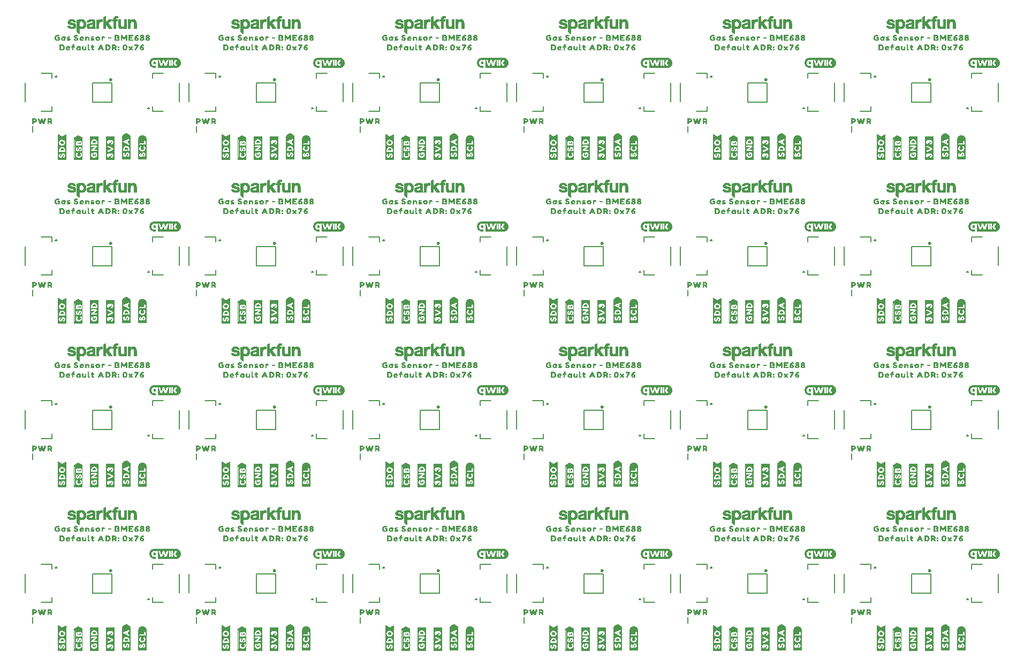
<source format=gto>
G04 EAGLE Gerber RS-274X export*
G75*
%MOMM*%
%FSLAX34Y34*%
%LPD*%
%INSilkscreen Top*%
%IPPOS*%
%AMOC8*
5,1,8,0,0,1.08239X$1,22.5*%
G01*
%ADD10C,0.203200*%
%ADD11C,0.254000*%

G36*
X215522Y165663D02*
X215522Y165663D01*
X243019Y165663D01*
X243021Y165664D01*
X243023Y165663D01*
X243550Y165696D01*
X243551Y165696D01*
X243553Y165696D01*
X244605Y165802D01*
X244607Y165804D01*
X244611Y165803D01*
X245127Y165910D01*
X245129Y165912D01*
X245132Y165911D01*
X246143Y166225D01*
X246144Y166227D01*
X246148Y166227D01*
X246633Y166432D01*
X246635Y166434D01*
X246639Y166434D01*
X247568Y166939D01*
X247570Y166942D01*
X247574Y166942D01*
X248008Y167240D01*
X248009Y167243D01*
X248012Y167244D01*
X248828Y167917D01*
X248829Y167920D01*
X248833Y167922D01*
X249198Y168301D01*
X249199Y168303D01*
X249201Y168305D01*
X249874Y169120D01*
X249875Y169124D01*
X249879Y169127D01*
X250160Y169572D01*
X250160Y169574D01*
X250162Y169576D01*
X250667Y170505D01*
X250666Y170509D01*
X250670Y170513D01*
X250856Y171006D01*
X250855Y171008D01*
X250857Y171010D01*
X251171Y172020D01*
X251170Y172024D01*
X251173Y172028D01*
X251258Y172548D01*
X251257Y172549D01*
X251259Y172552D01*
X251365Y173604D01*
X251363Y173607D01*
X251365Y173611D01*
X251357Y174137D01*
X251355Y174139D01*
X251356Y174143D01*
X251250Y175195D01*
X251248Y175197D01*
X251249Y175201D01*
X251147Y175717D01*
X251145Y175719D01*
X251145Y175723D01*
X250832Y176733D01*
X250829Y176735D01*
X250830Y176739D01*
X250628Y177225D01*
X250626Y177227D01*
X250626Y177231D01*
X250121Y178160D01*
X250119Y178162D01*
X250118Y178166D01*
X249823Y178602D01*
X249821Y178603D01*
X249820Y178607D01*
X249147Y179422D01*
X249144Y179423D01*
X249142Y179427D01*
X248765Y179795D01*
X248763Y179796D01*
X248762Y179799D01*
X247946Y180472D01*
X247942Y180472D01*
X247940Y180476D01*
X247496Y180760D01*
X247494Y180760D01*
X247493Y180763D01*
X246563Y181267D01*
X246559Y181267D01*
X246556Y181271D01*
X246064Y181460D01*
X246062Y181460D01*
X246060Y181461D01*
X245050Y181775D01*
X245047Y181774D01*
X245042Y181777D01*
X244524Y181867D01*
X244522Y181866D01*
X244519Y181867D01*
X243467Y181973D01*
X243226Y181998D01*
X243223Y181996D01*
X243220Y181998D01*
X209904Y181998D01*
X209375Y181993D01*
X209373Y181991D01*
X209370Y181992D01*
X207791Y181833D01*
X207787Y181830D01*
X207779Y181831D01*
X206264Y181361D01*
X206260Y181356D01*
X206252Y181356D01*
X204859Y180599D01*
X204856Y180594D01*
X204849Y180592D01*
X203631Y179576D01*
X203629Y179571D01*
X203622Y179567D01*
X202624Y178336D01*
X202624Y178331D01*
X202618Y178326D01*
X202113Y177397D01*
X202114Y177396D01*
X202112Y177395D01*
X201877Y176923D01*
X201878Y176918D01*
X201873Y176913D01*
X201560Y175903D01*
X201560Y175902D01*
X201559Y175901D01*
X201420Y175393D01*
X201421Y175388D01*
X201418Y175382D01*
X201265Y173804D01*
X201268Y173799D01*
X201265Y173791D01*
X201425Y172213D01*
X201428Y172209D01*
X201427Y172201D01*
X201893Y170685D01*
X201897Y170681D01*
X201898Y170673D01*
X202649Y169277D01*
X202654Y169274D01*
X202656Y169267D01*
X202719Y169191D01*
X202926Y168940D01*
X202927Y168940D01*
X203134Y168689D01*
X203342Y168438D01*
X203550Y168187D01*
X203667Y168045D01*
X203673Y168043D01*
X203676Y168036D01*
X204906Y167035D01*
X204911Y167035D01*
X204916Y167029D01*
X206316Y166285D01*
X206321Y166286D01*
X206327Y166280D01*
X207845Y165823D01*
X207850Y165825D01*
X207857Y165821D01*
X209435Y165663D01*
X209438Y165664D01*
X209441Y165663D01*
X211938Y165663D01*
X211957Y165675D01*
X211980Y165679D01*
X211986Y165694D01*
X211995Y165699D01*
X211993Y165710D01*
X212000Y165726D01*
X211999Y165875D01*
X211999Y170258D01*
X211992Y170269D01*
X211994Y170282D01*
X211975Y170295D01*
X211962Y170315D01*
X211949Y170313D01*
X211938Y170321D01*
X211904Y170307D01*
X211895Y170305D01*
X211893Y170302D01*
X211890Y170301D01*
X211668Y170062D01*
X211287Y169708D01*
X210854Y169424D01*
X210382Y169211D01*
X209880Y169085D01*
X209364Y169028D01*
X208843Y169049D01*
X208324Y169098D01*
X207822Y169235D01*
X207331Y169405D01*
X206878Y169659D01*
X206461Y169967D01*
X206074Y170313D01*
X205766Y170732D01*
X205489Y171172D01*
X205274Y171647D01*
X205114Y172142D01*
X204989Y172649D01*
X204890Y173691D01*
X204955Y174735D01*
X205070Y175244D01*
X205203Y175749D01*
X205419Y176222D01*
X205673Y176677D01*
X205979Y177097D01*
X206351Y177458D01*
X206754Y177783D01*
X207208Y178036D01*
X207692Y178224D01*
X208189Y178375D01*
X209230Y178455D01*
X209747Y178406D01*
X210253Y178291D01*
X210735Y178101D01*
X211177Y177832D01*
X211578Y177499D01*
X211893Y177204D01*
X211904Y177202D01*
X211910Y177193D01*
X211935Y177197D01*
X211960Y177192D01*
X211966Y177201D01*
X211977Y177203D01*
X211996Y177244D01*
X211999Y177248D01*
X211998Y177249D01*
X211999Y177250D01*
X211999Y178305D01*
X212003Y178358D01*
X214948Y178358D01*
X214948Y165718D01*
X214960Y165699D01*
X214964Y165676D01*
X214979Y165670D01*
X214984Y165661D01*
X214995Y165663D01*
X215011Y165656D01*
X215522Y165663D01*
G37*
G36*
X992762Y165663D02*
X992762Y165663D01*
X1020259Y165663D01*
X1020261Y165664D01*
X1020263Y165663D01*
X1020790Y165696D01*
X1020791Y165696D01*
X1020793Y165696D01*
X1021845Y165802D01*
X1021847Y165804D01*
X1021851Y165803D01*
X1022367Y165910D01*
X1022369Y165912D01*
X1022372Y165911D01*
X1023383Y166225D01*
X1023384Y166227D01*
X1023388Y166227D01*
X1023873Y166432D01*
X1023875Y166434D01*
X1023879Y166434D01*
X1024808Y166939D01*
X1024810Y166942D01*
X1024814Y166942D01*
X1025248Y167240D01*
X1025249Y167243D01*
X1025252Y167244D01*
X1026068Y167917D01*
X1026069Y167920D01*
X1026073Y167922D01*
X1026438Y168301D01*
X1026439Y168303D01*
X1026441Y168305D01*
X1027114Y169120D01*
X1027115Y169124D01*
X1027119Y169127D01*
X1027400Y169572D01*
X1027400Y169574D01*
X1027402Y169576D01*
X1027907Y170505D01*
X1027906Y170509D01*
X1027910Y170513D01*
X1028096Y171006D01*
X1028095Y171008D01*
X1028097Y171010D01*
X1028411Y172020D01*
X1028410Y172024D01*
X1028413Y172028D01*
X1028498Y172548D01*
X1028497Y172549D01*
X1028499Y172552D01*
X1028605Y173604D01*
X1028603Y173607D01*
X1028605Y173611D01*
X1028597Y174137D01*
X1028595Y174139D01*
X1028596Y174143D01*
X1028490Y175195D01*
X1028488Y175197D01*
X1028489Y175201D01*
X1028387Y175717D01*
X1028385Y175719D01*
X1028385Y175723D01*
X1028072Y176733D01*
X1028069Y176735D01*
X1028070Y176739D01*
X1027868Y177225D01*
X1027866Y177227D01*
X1027866Y177231D01*
X1027361Y178160D01*
X1027359Y178162D01*
X1027358Y178166D01*
X1027063Y178602D01*
X1027061Y178603D01*
X1027060Y178607D01*
X1026387Y179422D01*
X1026384Y179423D01*
X1026382Y179427D01*
X1026005Y179795D01*
X1026003Y179796D01*
X1026002Y179799D01*
X1025186Y180472D01*
X1025182Y180472D01*
X1025180Y180476D01*
X1024736Y180760D01*
X1024734Y180760D01*
X1024733Y180763D01*
X1023803Y181267D01*
X1023799Y181267D01*
X1023796Y181271D01*
X1023304Y181460D01*
X1023302Y181460D01*
X1023300Y181461D01*
X1022290Y181775D01*
X1022287Y181774D01*
X1022282Y181777D01*
X1021764Y181867D01*
X1021762Y181866D01*
X1021759Y181867D01*
X1020707Y181973D01*
X1020466Y181998D01*
X1020463Y181996D01*
X1020460Y181998D01*
X987144Y181998D01*
X986615Y181993D01*
X986613Y181991D01*
X986610Y181992D01*
X985031Y181833D01*
X985027Y181830D01*
X985019Y181831D01*
X983504Y181361D01*
X983500Y181356D01*
X983492Y181356D01*
X982099Y180599D01*
X982096Y180594D01*
X982089Y180592D01*
X980871Y179576D01*
X980869Y179571D01*
X980862Y179567D01*
X979864Y178336D01*
X979864Y178331D01*
X979858Y178326D01*
X979353Y177397D01*
X979354Y177396D01*
X979352Y177395D01*
X979117Y176923D01*
X979118Y176918D01*
X979113Y176913D01*
X978800Y175903D01*
X978800Y175902D01*
X978799Y175901D01*
X978660Y175393D01*
X978661Y175388D01*
X978658Y175382D01*
X978505Y173804D01*
X978508Y173799D01*
X978505Y173791D01*
X978665Y172213D01*
X978668Y172209D01*
X978667Y172201D01*
X979133Y170685D01*
X979137Y170681D01*
X979138Y170673D01*
X979889Y169277D01*
X979894Y169274D01*
X979896Y169267D01*
X979959Y169191D01*
X980166Y168940D01*
X980167Y168940D01*
X980374Y168689D01*
X980582Y168438D01*
X980790Y168187D01*
X980907Y168045D01*
X980913Y168043D01*
X980916Y168036D01*
X982146Y167035D01*
X982151Y167035D01*
X982156Y167029D01*
X983556Y166285D01*
X983561Y166286D01*
X983567Y166280D01*
X985085Y165823D01*
X985090Y165825D01*
X985097Y165821D01*
X986675Y165663D01*
X986678Y165664D01*
X986681Y165663D01*
X989178Y165663D01*
X989197Y165675D01*
X989220Y165679D01*
X989226Y165694D01*
X989235Y165699D01*
X989233Y165710D01*
X989240Y165726D01*
X989239Y165875D01*
X989239Y170258D01*
X989232Y170269D01*
X989234Y170282D01*
X989215Y170295D01*
X989202Y170315D01*
X989189Y170313D01*
X989178Y170321D01*
X989144Y170307D01*
X989135Y170305D01*
X989133Y170302D01*
X989130Y170301D01*
X988908Y170062D01*
X988527Y169708D01*
X988094Y169424D01*
X987622Y169211D01*
X987120Y169085D01*
X986604Y169028D01*
X986083Y169049D01*
X985564Y169098D01*
X985062Y169235D01*
X984571Y169405D01*
X984118Y169659D01*
X983701Y169967D01*
X983314Y170313D01*
X983006Y170732D01*
X982729Y171172D01*
X982514Y171647D01*
X982354Y172142D01*
X982229Y172649D01*
X982130Y173691D01*
X982195Y174735D01*
X982310Y175244D01*
X982443Y175749D01*
X982659Y176222D01*
X982913Y176677D01*
X983219Y177097D01*
X983591Y177458D01*
X983994Y177783D01*
X984448Y178036D01*
X984932Y178224D01*
X985429Y178375D01*
X986470Y178455D01*
X986987Y178406D01*
X987493Y178291D01*
X987975Y178101D01*
X988417Y177832D01*
X988818Y177499D01*
X989133Y177204D01*
X989144Y177202D01*
X989150Y177193D01*
X989175Y177197D01*
X989200Y177192D01*
X989206Y177201D01*
X989217Y177203D01*
X989236Y177244D01*
X989239Y177248D01*
X989238Y177249D01*
X989239Y177250D01*
X989239Y178305D01*
X989243Y178358D01*
X992188Y178358D01*
X992188Y165718D01*
X992200Y165699D01*
X992204Y165676D01*
X992219Y165670D01*
X992224Y165661D01*
X992235Y165663D01*
X992251Y165656D01*
X992762Y165663D01*
G37*
G36*
X1251842Y165663D02*
X1251842Y165663D01*
X1279339Y165663D01*
X1279341Y165664D01*
X1279343Y165663D01*
X1279870Y165696D01*
X1279871Y165696D01*
X1279873Y165696D01*
X1280925Y165802D01*
X1280927Y165804D01*
X1280931Y165803D01*
X1281447Y165910D01*
X1281449Y165912D01*
X1281452Y165911D01*
X1282463Y166225D01*
X1282464Y166227D01*
X1282468Y166227D01*
X1282953Y166432D01*
X1282955Y166434D01*
X1282959Y166434D01*
X1283888Y166939D01*
X1283890Y166942D01*
X1283894Y166942D01*
X1284328Y167240D01*
X1284329Y167243D01*
X1284332Y167244D01*
X1285148Y167917D01*
X1285149Y167920D01*
X1285153Y167922D01*
X1285518Y168301D01*
X1285519Y168303D01*
X1285521Y168305D01*
X1286194Y169120D01*
X1286195Y169124D01*
X1286199Y169127D01*
X1286480Y169572D01*
X1286480Y169574D01*
X1286482Y169576D01*
X1286987Y170505D01*
X1286986Y170509D01*
X1286990Y170513D01*
X1287176Y171006D01*
X1287175Y171008D01*
X1287177Y171010D01*
X1287491Y172020D01*
X1287490Y172024D01*
X1287493Y172028D01*
X1287578Y172548D01*
X1287577Y172549D01*
X1287579Y172552D01*
X1287685Y173604D01*
X1287683Y173607D01*
X1287685Y173611D01*
X1287677Y174137D01*
X1287675Y174139D01*
X1287676Y174143D01*
X1287570Y175195D01*
X1287568Y175197D01*
X1287569Y175201D01*
X1287467Y175717D01*
X1287465Y175719D01*
X1287465Y175723D01*
X1287152Y176733D01*
X1287149Y176735D01*
X1287150Y176739D01*
X1286948Y177225D01*
X1286946Y177227D01*
X1286946Y177231D01*
X1286441Y178160D01*
X1286439Y178162D01*
X1286438Y178166D01*
X1286143Y178602D01*
X1286141Y178603D01*
X1286140Y178607D01*
X1285467Y179422D01*
X1285464Y179423D01*
X1285462Y179427D01*
X1285085Y179795D01*
X1285083Y179796D01*
X1285082Y179799D01*
X1284266Y180472D01*
X1284262Y180472D01*
X1284260Y180476D01*
X1283816Y180760D01*
X1283814Y180760D01*
X1283813Y180763D01*
X1282883Y181267D01*
X1282879Y181267D01*
X1282876Y181271D01*
X1282384Y181460D01*
X1282382Y181460D01*
X1282380Y181461D01*
X1281370Y181775D01*
X1281367Y181774D01*
X1281362Y181777D01*
X1280844Y181867D01*
X1280842Y181866D01*
X1280839Y181867D01*
X1279787Y181973D01*
X1279546Y181998D01*
X1279543Y181996D01*
X1279540Y181998D01*
X1246224Y181998D01*
X1245695Y181993D01*
X1245693Y181991D01*
X1245690Y181992D01*
X1244111Y181833D01*
X1244107Y181830D01*
X1244099Y181831D01*
X1242584Y181361D01*
X1242580Y181356D01*
X1242572Y181356D01*
X1241179Y180599D01*
X1241176Y180594D01*
X1241169Y180592D01*
X1239951Y179576D01*
X1239949Y179571D01*
X1239942Y179567D01*
X1238944Y178336D01*
X1238944Y178331D01*
X1238938Y178326D01*
X1238433Y177397D01*
X1238434Y177396D01*
X1238432Y177395D01*
X1238197Y176923D01*
X1238198Y176918D01*
X1238193Y176913D01*
X1237880Y175903D01*
X1237880Y175902D01*
X1237879Y175901D01*
X1237740Y175393D01*
X1237741Y175388D01*
X1237738Y175382D01*
X1237585Y173804D01*
X1237588Y173799D01*
X1237585Y173791D01*
X1237745Y172213D01*
X1237748Y172209D01*
X1237747Y172201D01*
X1238213Y170685D01*
X1238217Y170681D01*
X1238218Y170673D01*
X1238969Y169277D01*
X1238974Y169274D01*
X1238976Y169267D01*
X1239039Y169191D01*
X1239246Y168940D01*
X1239247Y168940D01*
X1239454Y168689D01*
X1239662Y168438D01*
X1239870Y168187D01*
X1239987Y168045D01*
X1239993Y168043D01*
X1239996Y168036D01*
X1241226Y167035D01*
X1241231Y167035D01*
X1241236Y167029D01*
X1242636Y166285D01*
X1242641Y166286D01*
X1242647Y166280D01*
X1244165Y165823D01*
X1244170Y165825D01*
X1244177Y165821D01*
X1245755Y165663D01*
X1245758Y165664D01*
X1245761Y165663D01*
X1248258Y165663D01*
X1248277Y165675D01*
X1248300Y165679D01*
X1248306Y165694D01*
X1248315Y165699D01*
X1248313Y165710D01*
X1248320Y165726D01*
X1248319Y165875D01*
X1248319Y170258D01*
X1248312Y170269D01*
X1248314Y170282D01*
X1248295Y170295D01*
X1248282Y170315D01*
X1248269Y170313D01*
X1248258Y170321D01*
X1248224Y170307D01*
X1248215Y170305D01*
X1248213Y170302D01*
X1248210Y170301D01*
X1247988Y170062D01*
X1247607Y169708D01*
X1247174Y169424D01*
X1246702Y169211D01*
X1246200Y169085D01*
X1245684Y169028D01*
X1245163Y169049D01*
X1244644Y169098D01*
X1244142Y169235D01*
X1243651Y169405D01*
X1243198Y169659D01*
X1242781Y169967D01*
X1242394Y170313D01*
X1242086Y170732D01*
X1241809Y171172D01*
X1241594Y171647D01*
X1241434Y172142D01*
X1241309Y172649D01*
X1241210Y173691D01*
X1241275Y174735D01*
X1241390Y175244D01*
X1241523Y175749D01*
X1241739Y176222D01*
X1241993Y176677D01*
X1242299Y177097D01*
X1242671Y177458D01*
X1243074Y177783D01*
X1243528Y178036D01*
X1244012Y178224D01*
X1244509Y178375D01*
X1245550Y178455D01*
X1246067Y178406D01*
X1246573Y178291D01*
X1247055Y178101D01*
X1247497Y177832D01*
X1247898Y177499D01*
X1248213Y177204D01*
X1248224Y177202D01*
X1248230Y177193D01*
X1248255Y177197D01*
X1248280Y177192D01*
X1248286Y177201D01*
X1248297Y177203D01*
X1248316Y177244D01*
X1248319Y177248D01*
X1248318Y177249D01*
X1248319Y177250D01*
X1248319Y178305D01*
X1248323Y178358D01*
X1251268Y178358D01*
X1251268Y165718D01*
X1251280Y165699D01*
X1251284Y165676D01*
X1251299Y165670D01*
X1251304Y165661D01*
X1251315Y165663D01*
X1251331Y165656D01*
X1251842Y165663D01*
G37*
G36*
X1510922Y165663D02*
X1510922Y165663D01*
X1538419Y165663D01*
X1538421Y165664D01*
X1538423Y165663D01*
X1538950Y165696D01*
X1538951Y165696D01*
X1538953Y165696D01*
X1540005Y165802D01*
X1540007Y165804D01*
X1540011Y165803D01*
X1540527Y165910D01*
X1540529Y165912D01*
X1540532Y165911D01*
X1541543Y166225D01*
X1541544Y166227D01*
X1541548Y166227D01*
X1542033Y166432D01*
X1542035Y166434D01*
X1542039Y166434D01*
X1542968Y166939D01*
X1542970Y166942D01*
X1542974Y166942D01*
X1543408Y167240D01*
X1543409Y167243D01*
X1543412Y167244D01*
X1544228Y167917D01*
X1544229Y167920D01*
X1544233Y167922D01*
X1544598Y168301D01*
X1544599Y168303D01*
X1544601Y168305D01*
X1545274Y169120D01*
X1545275Y169124D01*
X1545279Y169127D01*
X1545560Y169572D01*
X1545560Y169574D01*
X1545562Y169576D01*
X1546067Y170505D01*
X1546066Y170509D01*
X1546070Y170513D01*
X1546256Y171006D01*
X1546255Y171008D01*
X1546257Y171010D01*
X1546571Y172020D01*
X1546570Y172024D01*
X1546573Y172028D01*
X1546658Y172548D01*
X1546657Y172549D01*
X1546659Y172552D01*
X1546765Y173604D01*
X1546763Y173607D01*
X1546765Y173611D01*
X1546757Y174137D01*
X1546755Y174139D01*
X1546756Y174143D01*
X1546650Y175195D01*
X1546648Y175197D01*
X1546649Y175201D01*
X1546547Y175717D01*
X1546545Y175719D01*
X1546545Y175723D01*
X1546232Y176733D01*
X1546229Y176735D01*
X1546230Y176739D01*
X1546028Y177225D01*
X1546026Y177227D01*
X1546026Y177231D01*
X1545521Y178160D01*
X1545519Y178162D01*
X1545518Y178166D01*
X1545223Y178602D01*
X1545221Y178603D01*
X1545220Y178607D01*
X1544547Y179422D01*
X1544544Y179423D01*
X1544542Y179427D01*
X1544165Y179795D01*
X1544163Y179796D01*
X1544162Y179799D01*
X1543346Y180472D01*
X1543342Y180472D01*
X1543340Y180476D01*
X1542896Y180760D01*
X1542894Y180760D01*
X1542893Y180763D01*
X1541963Y181267D01*
X1541959Y181267D01*
X1541956Y181271D01*
X1541464Y181460D01*
X1541462Y181460D01*
X1541460Y181461D01*
X1540450Y181775D01*
X1540447Y181774D01*
X1540442Y181777D01*
X1539924Y181867D01*
X1539922Y181866D01*
X1539919Y181867D01*
X1538867Y181973D01*
X1538626Y181998D01*
X1538623Y181996D01*
X1538620Y181998D01*
X1505304Y181998D01*
X1504775Y181993D01*
X1504773Y181991D01*
X1504770Y181992D01*
X1503191Y181833D01*
X1503187Y181830D01*
X1503179Y181831D01*
X1501664Y181361D01*
X1501660Y181356D01*
X1501652Y181356D01*
X1500259Y180599D01*
X1500256Y180594D01*
X1500249Y180592D01*
X1499031Y179576D01*
X1499029Y179571D01*
X1499022Y179567D01*
X1498024Y178336D01*
X1498024Y178331D01*
X1498018Y178326D01*
X1497513Y177397D01*
X1497514Y177396D01*
X1497512Y177395D01*
X1497277Y176923D01*
X1497278Y176918D01*
X1497273Y176913D01*
X1496960Y175903D01*
X1496960Y175902D01*
X1496959Y175901D01*
X1496820Y175393D01*
X1496821Y175388D01*
X1496818Y175382D01*
X1496665Y173804D01*
X1496668Y173799D01*
X1496665Y173791D01*
X1496825Y172213D01*
X1496828Y172209D01*
X1496827Y172201D01*
X1497293Y170685D01*
X1497297Y170681D01*
X1497298Y170673D01*
X1498049Y169277D01*
X1498054Y169274D01*
X1498056Y169267D01*
X1498119Y169191D01*
X1498326Y168940D01*
X1498327Y168940D01*
X1498534Y168689D01*
X1498742Y168438D01*
X1498950Y168187D01*
X1499067Y168045D01*
X1499073Y168043D01*
X1499076Y168036D01*
X1500306Y167035D01*
X1500311Y167035D01*
X1500316Y167029D01*
X1501716Y166285D01*
X1501721Y166286D01*
X1501727Y166280D01*
X1503245Y165823D01*
X1503250Y165825D01*
X1503257Y165821D01*
X1504835Y165663D01*
X1504838Y165664D01*
X1504841Y165663D01*
X1507338Y165663D01*
X1507357Y165675D01*
X1507380Y165679D01*
X1507386Y165694D01*
X1507395Y165699D01*
X1507393Y165710D01*
X1507400Y165726D01*
X1507399Y165875D01*
X1507399Y170258D01*
X1507392Y170269D01*
X1507394Y170282D01*
X1507375Y170295D01*
X1507362Y170315D01*
X1507349Y170313D01*
X1507338Y170321D01*
X1507304Y170307D01*
X1507295Y170305D01*
X1507293Y170302D01*
X1507290Y170301D01*
X1507068Y170062D01*
X1506687Y169708D01*
X1506254Y169424D01*
X1505782Y169211D01*
X1505280Y169085D01*
X1504764Y169028D01*
X1504243Y169049D01*
X1503724Y169098D01*
X1503222Y169235D01*
X1502731Y169405D01*
X1502278Y169659D01*
X1501861Y169967D01*
X1501474Y170313D01*
X1501166Y170732D01*
X1500889Y171172D01*
X1500674Y171647D01*
X1500514Y172142D01*
X1500389Y172649D01*
X1500290Y173691D01*
X1500355Y174735D01*
X1500470Y175244D01*
X1500603Y175749D01*
X1500819Y176222D01*
X1501073Y176677D01*
X1501379Y177097D01*
X1501751Y177458D01*
X1502154Y177783D01*
X1502608Y178036D01*
X1503092Y178224D01*
X1503589Y178375D01*
X1504630Y178455D01*
X1505147Y178406D01*
X1505653Y178291D01*
X1506135Y178101D01*
X1506577Y177832D01*
X1506978Y177499D01*
X1507293Y177204D01*
X1507304Y177202D01*
X1507310Y177193D01*
X1507335Y177197D01*
X1507360Y177192D01*
X1507366Y177201D01*
X1507377Y177203D01*
X1507396Y177244D01*
X1507399Y177248D01*
X1507398Y177249D01*
X1507399Y177250D01*
X1507399Y178305D01*
X1507403Y178358D01*
X1510348Y178358D01*
X1510348Y165718D01*
X1510360Y165699D01*
X1510364Y165676D01*
X1510379Y165670D01*
X1510384Y165661D01*
X1510395Y165663D01*
X1510411Y165656D01*
X1510922Y165663D01*
G37*
G36*
X733682Y165663D02*
X733682Y165663D01*
X761179Y165663D01*
X761181Y165664D01*
X761183Y165663D01*
X761710Y165696D01*
X761711Y165696D01*
X761713Y165696D01*
X762765Y165802D01*
X762767Y165804D01*
X762771Y165803D01*
X763287Y165910D01*
X763289Y165912D01*
X763292Y165911D01*
X764303Y166225D01*
X764304Y166227D01*
X764308Y166227D01*
X764793Y166432D01*
X764795Y166434D01*
X764799Y166434D01*
X765728Y166939D01*
X765730Y166942D01*
X765734Y166942D01*
X766168Y167240D01*
X766169Y167243D01*
X766172Y167244D01*
X766988Y167917D01*
X766989Y167920D01*
X766993Y167922D01*
X767358Y168301D01*
X767359Y168303D01*
X767361Y168305D01*
X768034Y169120D01*
X768035Y169124D01*
X768039Y169127D01*
X768320Y169572D01*
X768320Y169574D01*
X768322Y169576D01*
X768827Y170505D01*
X768826Y170509D01*
X768830Y170513D01*
X769016Y171006D01*
X769015Y171008D01*
X769017Y171010D01*
X769331Y172020D01*
X769330Y172024D01*
X769333Y172028D01*
X769418Y172548D01*
X769417Y172549D01*
X769419Y172552D01*
X769525Y173604D01*
X769523Y173607D01*
X769525Y173611D01*
X769517Y174137D01*
X769515Y174139D01*
X769516Y174143D01*
X769410Y175195D01*
X769408Y175197D01*
X769409Y175201D01*
X769307Y175717D01*
X769305Y175719D01*
X769305Y175723D01*
X768992Y176733D01*
X768989Y176735D01*
X768990Y176739D01*
X768788Y177225D01*
X768786Y177227D01*
X768786Y177231D01*
X768281Y178160D01*
X768279Y178162D01*
X768278Y178166D01*
X767983Y178602D01*
X767981Y178603D01*
X767980Y178607D01*
X767307Y179422D01*
X767304Y179423D01*
X767302Y179427D01*
X766925Y179795D01*
X766923Y179796D01*
X766922Y179799D01*
X766106Y180472D01*
X766102Y180472D01*
X766100Y180476D01*
X765656Y180760D01*
X765654Y180760D01*
X765653Y180763D01*
X764723Y181267D01*
X764719Y181267D01*
X764716Y181271D01*
X764224Y181460D01*
X764222Y181460D01*
X764220Y181461D01*
X763210Y181775D01*
X763207Y181774D01*
X763202Y181777D01*
X762684Y181867D01*
X762682Y181866D01*
X762679Y181867D01*
X761627Y181973D01*
X761386Y181998D01*
X761383Y181996D01*
X761380Y181998D01*
X728064Y181998D01*
X727535Y181993D01*
X727533Y181991D01*
X727530Y181992D01*
X725951Y181833D01*
X725947Y181830D01*
X725939Y181831D01*
X724424Y181361D01*
X724420Y181356D01*
X724412Y181356D01*
X723019Y180599D01*
X723016Y180594D01*
X723009Y180592D01*
X721791Y179576D01*
X721789Y179571D01*
X721782Y179567D01*
X720784Y178336D01*
X720784Y178331D01*
X720778Y178326D01*
X720273Y177397D01*
X720274Y177396D01*
X720272Y177395D01*
X720037Y176923D01*
X720038Y176918D01*
X720033Y176913D01*
X719720Y175903D01*
X719720Y175902D01*
X719719Y175901D01*
X719580Y175393D01*
X719581Y175388D01*
X719578Y175382D01*
X719425Y173804D01*
X719428Y173799D01*
X719425Y173791D01*
X719585Y172213D01*
X719588Y172209D01*
X719587Y172201D01*
X720053Y170685D01*
X720057Y170681D01*
X720058Y170673D01*
X720809Y169277D01*
X720814Y169274D01*
X720816Y169267D01*
X720879Y169191D01*
X721086Y168940D01*
X721087Y168940D01*
X721294Y168689D01*
X721502Y168438D01*
X721710Y168187D01*
X721827Y168045D01*
X721833Y168043D01*
X721836Y168036D01*
X723066Y167035D01*
X723071Y167035D01*
X723076Y167029D01*
X724476Y166285D01*
X724481Y166286D01*
X724487Y166280D01*
X726005Y165823D01*
X726010Y165825D01*
X726017Y165821D01*
X727595Y165663D01*
X727598Y165664D01*
X727601Y165663D01*
X730098Y165663D01*
X730117Y165675D01*
X730140Y165679D01*
X730146Y165694D01*
X730155Y165699D01*
X730153Y165710D01*
X730160Y165726D01*
X730159Y165875D01*
X730159Y170258D01*
X730152Y170269D01*
X730154Y170282D01*
X730135Y170295D01*
X730122Y170315D01*
X730109Y170313D01*
X730098Y170321D01*
X730064Y170307D01*
X730055Y170305D01*
X730053Y170302D01*
X730050Y170301D01*
X729828Y170062D01*
X729447Y169708D01*
X729014Y169424D01*
X728542Y169211D01*
X728040Y169085D01*
X727524Y169028D01*
X727003Y169049D01*
X726484Y169098D01*
X725982Y169235D01*
X725491Y169405D01*
X725038Y169659D01*
X724621Y169967D01*
X724234Y170313D01*
X723926Y170732D01*
X723649Y171172D01*
X723434Y171647D01*
X723274Y172142D01*
X723149Y172649D01*
X723050Y173691D01*
X723115Y174735D01*
X723230Y175244D01*
X723363Y175749D01*
X723579Y176222D01*
X723833Y176677D01*
X724139Y177097D01*
X724511Y177458D01*
X724914Y177783D01*
X725368Y178036D01*
X725852Y178224D01*
X726349Y178375D01*
X727390Y178455D01*
X727907Y178406D01*
X728413Y178291D01*
X728895Y178101D01*
X729337Y177832D01*
X729738Y177499D01*
X730053Y177204D01*
X730064Y177202D01*
X730070Y177193D01*
X730095Y177197D01*
X730120Y177192D01*
X730126Y177201D01*
X730137Y177203D01*
X730156Y177244D01*
X730159Y177248D01*
X730158Y177249D01*
X730159Y177250D01*
X730159Y178305D01*
X730163Y178358D01*
X733108Y178358D01*
X733108Y165718D01*
X733120Y165699D01*
X733124Y165676D01*
X733139Y165670D01*
X733144Y165661D01*
X733155Y165663D01*
X733171Y165656D01*
X733682Y165663D01*
G37*
G36*
X1251842Y683823D02*
X1251842Y683823D01*
X1279339Y683823D01*
X1279341Y683824D01*
X1279343Y683823D01*
X1279870Y683856D01*
X1279871Y683856D01*
X1279873Y683856D01*
X1280925Y683962D01*
X1280927Y683964D01*
X1280931Y683963D01*
X1281447Y684070D01*
X1281449Y684072D01*
X1281452Y684071D01*
X1282463Y684385D01*
X1282464Y684387D01*
X1282468Y684387D01*
X1282953Y684592D01*
X1282955Y684594D01*
X1282959Y684594D01*
X1283888Y685099D01*
X1283890Y685102D01*
X1283894Y685102D01*
X1284328Y685400D01*
X1284329Y685403D01*
X1284332Y685404D01*
X1285148Y686077D01*
X1285149Y686080D01*
X1285153Y686082D01*
X1285518Y686461D01*
X1285519Y686463D01*
X1285521Y686465D01*
X1286194Y687280D01*
X1286195Y687284D01*
X1286199Y687287D01*
X1286480Y687732D01*
X1286480Y687734D01*
X1286482Y687736D01*
X1286987Y688665D01*
X1286986Y688669D01*
X1286990Y688673D01*
X1287176Y689166D01*
X1287175Y689168D01*
X1287177Y689170D01*
X1287491Y690180D01*
X1287490Y690184D01*
X1287493Y690188D01*
X1287578Y690708D01*
X1287577Y690709D01*
X1287579Y690712D01*
X1287685Y691764D01*
X1287683Y691767D01*
X1287685Y691771D01*
X1287677Y692297D01*
X1287675Y692299D01*
X1287676Y692303D01*
X1287570Y693355D01*
X1287568Y693357D01*
X1287569Y693361D01*
X1287467Y693877D01*
X1287465Y693879D01*
X1287465Y693883D01*
X1287152Y694893D01*
X1287149Y694895D01*
X1287150Y694899D01*
X1286948Y695385D01*
X1286946Y695387D01*
X1286946Y695391D01*
X1286441Y696320D01*
X1286439Y696322D01*
X1286438Y696326D01*
X1286143Y696762D01*
X1286141Y696763D01*
X1286140Y696767D01*
X1285467Y697582D01*
X1285464Y697583D01*
X1285462Y697587D01*
X1285085Y697955D01*
X1285083Y697956D01*
X1285082Y697959D01*
X1284266Y698632D01*
X1284262Y698632D01*
X1284260Y698636D01*
X1283816Y698920D01*
X1283814Y698920D01*
X1283813Y698923D01*
X1282883Y699427D01*
X1282879Y699427D01*
X1282876Y699431D01*
X1282384Y699620D01*
X1282382Y699620D01*
X1282380Y699621D01*
X1281370Y699935D01*
X1281367Y699934D01*
X1281362Y699937D01*
X1280844Y700027D01*
X1280842Y700026D01*
X1280839Y700027D01*
X1279787Y700133D01*
X1279546Y700158D01*
X1279543Y700156D01*
X1279540Y700158D01*
X1246224Y700158D01*
X1245695Y700153D01*
X1245693Y700151D01*
X1245690Y700152D01*
X1244111Y699993D01*
X1244107Y699990D01*
X1244099Y699991D01*
X1242584Y699521D01*
X1242580Y699516D01*
X1242572Y699516D01*
X1241179Y698759D01*
X1241176Y698754D01*
X1241169Y698752D01*
X1239951Y697736D01*
X1239949Y697731D01*
X1239942Y697727D01*
X1238944Y696496D01*
X1238944Y696491D01*
X1238938Y696486D01*
X1238433Y695557D01*
X1238434Y695556D01*
X1238432Y695555D01*
X1238197Y695083D01*
X1238198Y695078D01*
X1238193Y695073D01*
X1237880Y694063D01*
X1237880Y694062D01*
X1237879Y694061D01*
X1237740Y693553D01*
X1237741Y693548D01*
X1237738Y693542D01*
X1237585Y691964D01*
X1237588Y691959D01*
X1237585Y691951D01*
X1237745Y690373D01*
X1237748Y690369D01*
X1237747Y690361D01*
X1238213Y688845D01*
X1238217Y688841D01*
X1238218Y688833D01*
X1238969Y687437D01*
X1238974Y687434D01*
X1238976Y687427D01*
X1239039Y687351D01*
X1239246Y687100D01*
X1239247Y687100D01*
X1239454Y686849D01*
X1239662Y686598D01*
X1239870Y686347D01*
X1239987Y686205D01*
X1239993Y686203D01*
X1239996Y686196D01*
X1241226Y685195D01*
X1241231Y685195D01*
X1241236Y685189D01*
X1242636Y684445D01*
X1242641Y684446D01*
X1242647Y684440D01*
X1244165Y683983D01*
X1244170Y683985D01*
X1244177Y683981D01*
X1245755Y683823D01*
X1245758Y683824D01*
X1245761Y683823D01*
X1248258Y683823D01*
X1248277Y683835D01*
X1248300Y683839D01*
X1248306Y683854D01*
X1248315Y683859D01*
X1248313Y683870D01*
X1248320Y683886D01*
X1248319Y684035D01*
X1248319Y688418D01*
X1248312Y688429D01*
X1248314Y688442D01*
X1248295Y688455D01*
X1248282Y688475D01*
X1248269Y688473D01*
X1248258Y688481D01*
X1248224Y688467D01*
X1248215Y688465D01*
X1248213Y688462D01*
X1248210Y688461D01*
X1247988Y688222D01*
X1247607Y687868D01*
X1247174Y687584D01*
X1246702Y687371D01*
X1246200Y687245D01*
X1245684Y687188D01*
X1245163Y687209D01*
X1244644Y687258D01*
X1244142Y687395D01*
X1243651Y687565D01*
X1243198Y687819D01*
X1242781Y688127D01*
X1242394Y688473D01*
X1242086Y688892D01*
X1241809Y689332D01*
X1241594Y689807D01*
X1241434Y690302D01*
X1241309Y690809D01*
X1241210Y691851D01*
X1241275Y692895D01*
X1241390Y693404D01*
X1241523Y693909D01*
X1241739Y694382D01*
X1241993Y694837D01*
X1242299Y695257D01*
X1242671Y695618D01*
X1243074Y695943D01*
X1243528Y696196D01*
X1244012Y696384D01*
X1244509Y696535D01*
X1245550Y696615D01*
X1246067Y696566D01*
X1246573Y696451D01*
X1247055Y696261D01*
X1247497Y695992D01*
X1247898Y695659D01*
X1248213Y695364D01*
X1248224Y695362D01*
X1248230Y695353D01*
X1248255Y695357D01*
X1248280Y695352D01*
X1248286Y695361D01*
X1248297Y695363D01*
X1248316Y695404D01*
X1248319Y695408D01*
X1248318Y695409D01*
X1248319Y695410D01*
X1248319Y696465D01*
X1248323Y696518D01*
X1251268Y696518D01*
X1251268Y683878D01*
X1251280Y683859D01*
X1251284Y683836D01*
X1251299Y683830D01*
X1251304Y683821D01*
X1251315Y683823D01*
X1251331Y683816D01*
X1251842Y683823D01*
G37*
G36*
X1510922Y942903D02*
X1510922Y942903D01*
X1538419Y942903D01*
X1538421Y942904D01*
X1538423Y942903D01*
X1538950Y942936D01*
X1538951Y942936D01*
X1538953Y942936D01*
X1540005Y943042D01*
X1540007Y943044D01*
X1540011Y943043D01*
X1540527Y943150D01*
X1540529Y943152D01*
X1540532Y943151D01*
X1541543Y943465D01*
X1541544Y943467D01*
X1541548Y943467D01*
X1542033Y943672D01*
X1542035Y943674D01*
X1542039Y943674D01*
X1542968Y944179D01*
X1542970Y944182D01*
X1542974Y944182D01*
X1543408Y944480D01*
X1543409Y944483D01*
X1543412Y944484D01*
X1544228Y945157D01*
X1544229Y945160D01*
X1544233Y945162D01*
X1544598Y945541D01*
X1544599Y945543D01*
X1544601Y945545D01*
X1545274Y946360D01*
X1545275Y946364D01*
X1545279Y946367D01*
X1545560Y946812D01*
X1545560Y946814D01*
X1545562Y946816D01*
X1546067Y947745D01*
X1546066Y947749D01*
X1546070Y947753D01*
X1546256Y948246D01*
X1546255Y948248D01*
X1546257Y948250D01*
X1546571Y949260D01*
X1546570Y949264D01*
X1546573Y949268D01*
X1546658Y949788D01*
X1546657Y949789D01*
X1546659Y949792D01*
X1546765Y950844D01*
X1546763Y950847D01*
X1546765Y950851D01*
X1546757Y951377D01*
X1546755Y951379D01*
X1546756Y951383D01*
X1546650Y952435D01*
X1546648Y952437D01*
X1546649Y952441D01*
X1546547Y952957D01*
X1546545Y952959D01*
X1546545Y952963D01*
X1546232Y953973D01*
X1546229Y953975D01*
X1546230Y953979D01*
X1546028Y954465D01*
X1546026Y954467D01*
X1546026Y954471D01*
X1545521Y955400D01*
X1545519Y955402D01*
X1545518Y955406D01*
X1545223Y955842D01*
X1545221Y955843D01*
X1545220Y955847D01*
X1544547Y956662D01*
X1544544Y956663D01*
X1544542Y956667D01*
X1544165Y957035D01*
X1544163Y957036D01*
X1544162Y957039D01*
X1543346Y957712D01*
X1543342Y957712D01*
X1543340Y957716D01*
X1542896Y958000D01*
X1542894Y958000D01*
X1542893Y958003D01*
X1541963Y958507D01*
X1541959Y958507D01*
X1541956Y958511D01*
X1541464Y958700D01*
X1541462Y958700D01*
X1541460Y958701D01*
X1540450Y959015D01*
X1540447Y959014D01*
X1540442Y959017D01*
X1539924Y959107D01*
X1539922Y959106D01*
X1539919Y959107D01*
X1538867Y959213D01*
X1538626Y959238D01*
X1538623Y959236D01*
X1538620Y959238D01*
X1505304Y959238D01*
X1504775Y959233D01*
X1504773Y959231D01*
X1504770Y959232D01*
X1503191Y959073D01*
X1503187Y959070D01*
X1503179Y959071D01*
X1501664Y958601D01*
X1501660Y958596D01*
X1501652Y958596D01*
X1500259Y957839D01*
X1500256Y957834D01*
X1500249Y957832D01*
X1499031Y956816D01*
X1499029Y956811D01*
X1499022Y956807D01*
X1498024Y955576D01*
X1498024Y955571D01*
X1498018Y955566D01*
X1497513Y954637D01*
X1497514Y954636D01*
X1497512Y954635D01*
X1497277Y954163D01*
X1497278Y954158D01*
X1497273Y954153D01*
X1496960Y953143D01*
X1496960Y953142D01*
X1496959Y953141D01*
X1496820Y952633D01*
X1496821Y952628D01*
X1496818Y952622D01*
X1496665Y951044D01*
X1496668Y951039D01*
X1496665Y951031D01*
X1496825Y949453D01*
X1496828Y949449D01*
X1496827Y949441D01*
X1497293Y947925D01*
X1497297Y947921D01*
X1497298Y947913D01*
X1498049Y946517D01*
X1498054Y946514D01*
X1498056Y946507D01*
X1498119Y946431D01*
X1498326Y946180D01*
X1498327Y946180D01*
X1498534Y945929D01*
X1498742Y945678D01*
X1498950Y945427D01*
X1499067Y945285D01*
X1499073Y945283D01*
X1499076Y945276D01*
X1500306Y944275D01*
X1500311Y944275D01*
X1500316Y944269D01*
X1501716Y943525D01*
X1501721Y943526D01*
X1501727Y943520D01*
X1503245Y943063D01*
X1503250Y943065D01*
X1503257Y943061D01*
X1504835Y942903D01*
X1504838Y942904D01*
X1504841Y942903D01*
X1507338Y942903D01*
X1507357Y942915D01*
X1507380Y942919D01*
X1507386Y942934D01*
X1507395Y942939D01*
X1507393Y942950D01*
X1507400Y942966D01*
X1507399Y943115D01*
X1507399Y947498D01*
X1507392Y947509D01*
X1507394Y947522D01*
X1507375Y947535D01*
X1507362Y947555D01*
X1507349Y947553D01*
X1507338Y947561D01*
X1507304Y947547D01*
X1507295Y947545D01*
X1507293Y947542D01*
X1507290Y947541D01*
X1507068Y947302D01*
X1506687Y946948D01*
X1506254Y946664D01*
X1505782Y946451D01*
X1505280Y946325D01*
X1504764Y946268D01*
X1504243Y946289D01*
X1503724Y946338D01*
X1503222Y946475D01*
X1502731Y946645D01*
X1502278Y946899D01*
X1501861Y947207D01*
X1501474Y947553D01*
X1501166Y947972D01*
X1500889Y948412D01*
X1500674Y948887D01*
X1500514Y949382D01*
X1500389Y949889D01*
X1500290Y950931D01*
X1500355Y951975D01*
X1500470Y952484D01*
X1500603Y952989D01*
X1500819Y953462D01*
X1501073Y953917D01*
X1501379Y954337D01*
X1501751Y954698D01*
X1502154Y955023D01*
X1502608Y955276D01*
X1503092Y955464D01*
X1503589Y955615D01*
X1504630Y955695D01*
X1505147Y955646D01*
X1505653Y955531D01*
X1506135Y955341D01*
X1506577Y955072D01*
X1506978Y954739D01*
X1507293Y954444D01*
X1507304Y954442D01*
X1507310Y954433D01*
X1507335Y954437D01*
X1507360Y954432D01*
X1507366Y954441D01*
X1507377Y954443D01*
X1507396Y954484D01*
X1507399Y954488D01*
X1507398Y954489D01*
X1507399Y954490D01*
X1507399Y955545D01*
X1507403Y955598D01*
X1510348Y955598D01*
X1510348Y942958D01*
X1510360Y942939D01*
X1510364Y942916D01*
X1510379Y942910D01*
X1510384Y942901D01*
X1510395Y942903D01*
X1510411Y942896D01*
X1510922Y942903D01*
G37*
G36*
X733682Y683823D02*
X733682Y683823D01*
X761179Y683823D01*
X761181Y683824D01*
X761183Y683823D01*
X761710Y683856D01*
X761711Y683856D01*
X761713Y683856D01*
X762765Y683962D01*
X762767Y683964D01*
X762771Y683963D01*
X763287Y684070D01*
X763289Y684072D01*
X763292Y684071D01*
X764303Y684385D01*
X764304Y684387D01*
X764308Y684387D01*
X764793Y684592D01*
X764795Y684594D01*
X764799Y684594D01*
X765728Y685099D01*
X765730Y685102D01*
X765734Y685102D01*
X766168Y685400D01*
X766169Y685403D01*
X766172Y685404D01*
X766988Y686077D01*
X766989Y686080D01*
X766993Y686082D01*
X767358Y686461D01*
X767359Y686463D01*
X767361Y686465D01*
X768034Y687280D01*
X768035Y687284D01*
X768039Y687287D01*
X768320Y687732D01*
X768320Y687734D01*
X768322Y687736D01*
X768827Y688665D01*
X768826Y688669D01*
X768830Y688673D01*
X769016Y689166D01*
X769015Y689168D01*
X769017Y689170D01*
X769331Y690180D01*
X769330Y690184D01*
X769333Y690188D01*
X769418Y690708D01*
X769417Y690709D01*
X769419Y690712D01*
X769525Y691764D01*
X769523Y691767D01*
X769525Y691771D01*
X769517Y692297D01*
X769515Y692299D01*
X769516Y692303D01*
X769410Y693355D01*
X769408Y693357D01*
X769409Y693361D01*
X769307Y693877D01*
X769305Y693879D01*
X769305Y693883D01*
X768992Y694893D01*
X768989Y694895D01*
X768990Y694899D01*
X768788Y695385D01*
X768786Y695387D01*
X768786Y695391D01*
X768281Y696320D01*
X768279Y696322D01*
X768278Y696326D01*
X767983Y696762D01*
X767981Y696763D01*
X767980Y696767D01*
X767307Y697582D01*
X767304Y697583D01*
X767302Y697587D01*
X766925Y697955D01*
X766923Y697956D01*
X766922Y697959D01*
X766106Y698632D01*
X766102Y698632D01*
X766100Y698636D01*
X765656Y698920D01*
X765654Y698920D01*
X765653Y698923D01*
X764723Y699427D01*
X764719Y699427D01*
X764716Y699431D01*
X764224Y699620D01*
X764222Y699620D01*
X764220Y699621D01*
X763210Y699935D01*
X763207Y699934D01*
X763202Y699937D01*
X762684Y700027D01*
X762682Y700026D01*
X762679Y700027D01*
X761627Y700133D01*
X761386Y700158D01*
X761383Y700156D01*
X761380Y700158D01*
X728064Y700158D01*
X727535Y700153D01*
X727533Y700151D01*
X727530Y700152D01*
X725951Y699993D01*
X725947Y699990D01*
X725939Y699991D01*
X724424Y699521D01*
X724420Y699516D01*
X724412Y699516D01*
X723019Y698759D01*
X723016Y698754D01*
X723009Y698752D01*
X721791Y697736D01*
X721789Y697731D01*
X721782Y697727D01*
X720784Y696496D01*
X720784Y696491D01*
X720778Y696486D01*
X720273Y695557D01*
X720274Y695556D01*
X720272Y695555D01*
X720037Y695083D01*
X720038Y695078D01*
X720033Y695073D01*
X719720Y694063D01*
X719720Y694062D01*
X719719Y694061D01*
X719580Y693553D01*
X719581Y693548D01*
X719578Y693542D01*
X719425Y691964D01*
X719428Y691959D01*
X719425Y691951D01*
X719585Y690373D01*
X719588Y690369D01*
X719587Y690361D01*
X720053Y688845D01*
X720057Y688841D01*
X720058Y688833D01*
X720809Y687437D01*
X720814Y687434D01*
X720816Y687427D01*
X720879Y687351D01*
X721086Y687100D01*
X721087Y687100D01*
X721294Y686849D01*
X721502Y686598D01*
X721710Y686347D01*
X721827Y686205D01*
X721833Y686203D01*
X721836Y686196D01*
X723066Y685195D01*
X723071Y685195D01*
X723076Y685189D01*
X724476Y684445D01*
X724481Y684446D01*
X724487Y684440D01*
X726005Y683983D01*
X726010Y683985D01*
X726017Y683981D01*
X727595Y683823D01*
X727598Y683824D01*
X727601Y683823D01*
X730098Y683823D01*
X730117Y683835D01*
X730140Y683839D01*
X730146Y683854D01*
X730155Y683859D01*
X730153Y683870D01*
X730160Y683886D01*
X730159Y684035D01*
X730159Y688418D01*
X730152Y688429D01*
X730154Y688442D01*
X730135Y688455D01*
X730122Y688475D01*
X730109Y688473D01*
X730098Y688481D01*
X730064Y688467D01*
X730055Y688465D01*
X730053Y688462D01*
X730050Y688461D01*
X729828Y688222D01*
X729447Y687868D01*
X729014Y687584D01*
X728542Y687371D01*
X728040Y687245D01*
X727524Y687188D01*
X727003Y687209D01*
X726484Y687258D01*
X725982Y687395D01*
X725491Y687565D01*
X725038Y687819D01*
X724621Y688127D01*
X724234Y688473D01*
X723926Y688892D01*
X723649Y689332D01*
X723434Y689807D01*
X723274Y690302D01*
X723149Y690809D01*
X723050Y691851D01*
X723115Y692895D01*
X723230Y693404D01*
X723363Y693909D01*
X723579Y694382D01*
X723833Y694837D01*
X724139Y695257D01*
X724511Y695618D01*
X724914Y695943D01*
X725368Y696196D01*
X725852Y696384D01*
X726349Y696535D01*
X727390Y696615D01*
X727907Y696566D01*
X728413Y696451D01*
X728895Y696261D01*
X729337Y695992D01*
X729738Y695659D01*
X730053Y695364D01*
X730064Y695362D01*
X730070Y695353D01*
X730095Y695357D01*
X730120Y695352D01*
X730126Y695361D01*
X730137Y695363D01*
X730156Y695404D01*
X730159Y695408D01*
X730158Y695409D01*
X730159Y695410D01*
X730159Y696465D01*
X730163Y696518D01*
X733108Y696518D01*
X733108Y683878D01*
X733120Y683859D01*
X733124Y683836D01*
X733139Y683830D01*
X733144Y683821D01*
X733155Y683823D01*
X733171Y683816D01*
X733682Y683823D01*
G37*
G36*
X474602Y683823D02*
X474602Y683823D01*
X502099Y683823D01*
X502101Y683824D01*
X502103Y683823D01*
X502630Y683856D01*
X502631Y683856D01*
X502633Y683856D01*
X503685Y683962D01*
X503687Y683964D01*
X503691Y683963D01*
X504207Y684070D01*
X504209Y684072D01*
X504212Y684071D01*
X505223Y684385D01*
X505224Y684387D01*
X505228Y684387D01*
X505713Y684592D01*
X505715Y684594D01*
X505719Y684594D01*
X506648Y685099D01*
X506650Y685102D01*
X506654Y685102D01*
X507088Y685400D01*
X507089Y685403D01*
X507092Y685404D01*
X507908Y686077D01*
X507909Y686080D01*
X507913Y686082D01*
X508278Y686461D01*
X508279Y686463D01*
X508281Y686465D01*
X508954Y687280D01*
X508955Y687284D01*
X508959Y687287D01*
X509240Y687732D01*
X509240Y687734D01*
X509242Y687736D01*
X509747Y688665D01*
X509746Y688669D01*
X509750Y688673D01*
X509936Y689166D01*
X509935Y689168D01*
X509937Y689170D01*
X510251Y690180D01*
X510250Y690184D01*
X510253Y690188D01*
X510338Y690708D01*
X510337Y690709D01*
X510339Y690712D01*
X510445Y691764D01*
X510443Y691767D01*
X510445Y691771D01*
X510437Y692297D01*
X510435Y692299D01*
X510436Y692303D01*
X510330Y693355D01*
X510328Y693357D01*
X510329Y693361D01*
X510227Y693877D01*
X510225Y693879D01*
X510225Y693883D01*
X509912Y694893D01*
X509909Y694895D01*
X509910Y694899D01*
X509708Y695385D01*
X509706Y695387D01*
X509706Y695391D01*
X509201Y696320D01*
X509199Y696322D01*
X509198Y696326D01*
X508903Y696762D01*
X508901Y696763D01*
X508900Y696767D01*
X508227Y697582D01*
X508224Y697583D01*
X508222Y697587D01*
X507845Y697955D01*
X507843Y697956D01*
X507842Y697959D01*
X507026Y698632D01*
X507022Y698632D01*
X507020Y698636D01*
X506576Y698920D01*
X506574Y698920D01*
X506573Y698923D01*
X505643Y699427D01*
X505639Y699427D01*
X505636Y699431D01*
X505144Y699620D01*
X505142Y699620D01*
X505140Y699621D01*
X504130Y699935D01*
X504127Y699934D01*
X504122Y699937D01*
X503604Y700027D01*
X503602Y700026D01*
X503599Y700027D01*
X502547Y700133D01*
X502306Y700158D01*
X502303Y700156D01*
X502300Y700158D01*
X468984Y700158D01*
X468455Y700153D01*
X468453Y700151D01*
X468450Y700152D01*
X466871Y699993D01*
X466867Y699990D01*
X466859Y699991D01*
X465344Y699521D01*
X465340Y699516D01*
X465332Y699516D01*
X463939Y698759D01*
X463936Y698754D01*
X463929Y698752D01*
X462711Y697736D01*
X462709Y697731D01*
X462702Y697727D01*
X461704Y696496D01*
X461704Y696491D01*
X461698Y696486D01*
X461193Y695557D01*
X461194Y695556D01*
X461192Y695555D01*
X460957Y695083D01*
X460958Y695078D01*
X460953Y695073D01*
X460640Y694063D01*
X460640Y694062D01*
X460639Y694061D01*
X460500Y693553D01*
X460501Y693548D01*
X460498Y693542D01*
X460345Y691964D01*
X460348Y691959D01*
X460345Y691951D01*
X460505Y690373D01*
X460508Y690369D01*
X460507Y690361D01*
X460973Y688845D01*
X460977Y688841D01*
X460978Y688833D01*
X461729Y687437D01*
X461734Y687434D01*
X461736Y687427D01*
X461799Y687351D01*
X462006Y687100D01*
X462007Y687100D01*
X462214Y686849D01*
X462422Y686598D01*
X462630Y686347D01*
X462747Y686205D01*
X462753Y686203D01*
X462756Y686196D01*
X463986Y685195D01*
X463991Y685195D01*
X463996Y685189D01*
X465396Y684445D01*
X465401Y684446D01*
X465407Y684440D01*
X466925Y683983D01*
X466930Y683985D01*
X466937Y683981D01*
X468515Y683823D01*
X468518Y683824D01*
X468521Y683823D01*
X471018Y683823D01*
X471037Y683835D01*
X471060Y683839D01*
X471066Y683854D01*
X471075Y683859D01*
X471073Y683870D01*
X471080Y683886D01*
X471079Y684035D01*
X471079Y688418D01*
X471072Y688429D01*
X471074Y688442D01*
X471055Y688455D01*
X471042Y688475D01*
X471029Y688473D01*
X471018Y688481D01*
X470984Y688467D01*
X470975Y688465D01*
X470973Y688462D01*
X470970Y688461D01*
X470748Y688222D01*
X470367Y687868D01*
X469934Y687584D01*
X469462Y687371D01*
X468960Y687245D01*
X468444Y687188D01*
X467923Y687209D01*
X467404Y687258D01*
X466902Y687395D01*
X466411Y687565D01*
X465958Y687819D01*
X465541Y688127D01*
X465154Y688473D01*
X464846Y688892D01*
X464569Y689332D01*
X464354Y689807D01*
X464194Y690302D01*
X464069Y690809D01*
X463970Y691851D01*
X464035Y692895D01*
X464150Y693404D01*
X464283Y693909D01*
X464499Y694382D01*
X464753Y694837D01*
X465059Y695257D01*
X465431Y695618D01*
X465834Y695943D01*
X466288Y696196D01*
X466772Y696384D01*
X467269Y696535D01*
X468310Y696615D01*
X468827Y696566D01*
X469333Y696451D01*
X469815Y696261D01*
X470257Y695992D01*
X470658Y695659D01*
X470973Y695364D01*
X470984Y695362D01*
X470990Y695353D01*
X471015Y695357D01*
X471040Y695352D01*
X471046Y695361D01*
X471057Y695363D01*
X471076Y695404D01*
X471079Y695408D01*
X471078Y695409D01*
X471079Y695410D01*
X471079Y696465D01*
X471083Y696518D01*
X474028Y696518D01*
X474028Y683878D01*
X474040Y683859D01*
X474044Y683836D01*
X474059Y683830D01*
X474064Y683821D01*
X474075Y683823D01*
X474091Y683816D01*
X474602Y683823D01*
G37*
G36*
X1510922Y683823D02*
X1510922Y683823D01*
X1538419Y683823D01*
X1538421Y683824D01*
X1538423Y683823D01*
X1538950Y683856D01*
X1538951Y683856D01*
X1538953Y683856D01*
X1540005Y683962D01*
X1540007Y683964D01*
X1540011Y683963D01*
X1540527Y684070D01*
X1540529Y684072D01*
X1540532Y684071D01*
X1541543Y684385D01*
X1541544Y684387D01*
X1541548Y684387D01*
X1542033Y684592D01*
X1542035Y684594D01*
X1542039Y684594D01*
X1542968Y685099D01*
X1542970Y685102D01*
X1542974Y685102D01*
X1543408Y685400D01*
X1543409Y685403D01*
X1543412Y685404D01*
X1544228Y686077D01*
X1544229Y686080D01*
X1544233Y686082D01*
X1544598Y686461D01*
X1544599Y686463D01*
X1544601Y686465D01*
X1545274Y687280D01*
X1545275Y687284D01*
X1545279Y687287D01*
X1545560Y687732D01*
X1545560Y687734D01*
X1545562Y687736D01*
X1546067Y688665D01*
X1546066Y688669D01*
X1546070Y688673D01*
X1546256Y689166D01*
X1546255Y689168D01*
X1546257Y689170D01*
X1546571Y690180D01*
X1546570Y690184D01*
X1546573Y690188D01*
X1546658Y690708D01*
X1546657Y690709D01*
X1546659Y690712D01*
X1546765Y691764D01*
X1546763Y691767D01*
X1546765Y691771D01*
X1546757Y692297D01*
X1546755Y692299D01*
X1546756Y692303D01*
X1546650Y693355D01*
X1546648Y693357D01*
X1546649Y693361D01*
X1546547Y693877D01*
X1546545Y693879D01*
X1546545Y693883D01*
X1546232Y694893D01*
X1546229Y694895D01*
X1546230Y694899D01*
X1546028Y695385D01*
X1546026Y695387D01*
X1546026Y695391D01*
X1545521Y696320D01*
X1545519Y696322D01*
X1545518Y696326D01*
X1545223Y696762D01*
X1545221Y696763D01*
X1545220Y696767D01*
X1544547Y697582D01*
X1544544Y697583D01*
X1544542Y697587D01*
X1544165Y697955D01*
X1544163Y697956D01*
X1544162Y697959D01*
X1543346Y698632D01*
X1543342Y698632D01*
X1543340Y698636D01*
X1542896Y698920D01*
X1542894Y698920D01*
X1542893Y698923D01*
X1541963Y699427D01*
X1541959Y699427D01*
X1541956Y699431D01*
X1541464Y699620D01*
X1541462Y699620D01*
X1541460Y699621D01*
X1540450Y699935D01*
X1540447Y699934D01*
X1540442Y699937D01*
X1539924Y700027D01*
X1539922Y700026D01*
X1539919Y700027D01*
X1538867Y700133D01*
X1538626Y700158D01*
X1538623Y700156D01*
X1538620Y700158D01*
X1505304Y700158D01*
X1504775Y700153D01*
X1504773Y700151D01*
X1504770Y700152D01*
X1503191Y699993D01*
X1503187Y699990D01*
X1503179Y699991D01*
X1501664Y699521D01*
X1501660Y699516D01*
X1501652Y699516D01*
X1500259Y698759D01*
X1500256Y698754D01*
X1500249Y698752D01*
X1499031Y697736D01*
X1499029Y697731D01*
X1499022Y697727D01*
X1498024Y696496D01*
X1498024Y696491D01*
X1498018Y696486D01*
X1497513Y695557D01*
X1497514Y695556D01*
X1497512Y695555D01*
X1497277Y695083D01*
X1497278Y695078D01*
X1497273Y695073D01*
X1496960Y694063D01*
X1496960Y694062D01*
X1496959Y694061D01*
X1496820Y693553D01*
X1496821Y693548D01*
X1496818Y693542D01*
X1496665Y691964D01*
X1496668Y691959D01*
X1496665Y691951D01*
X1496825Y690373D01*
X1496828Y690369D01*
X1496827Y690361D01*
X1497293Y688845D01*
X1497297Y688841D01*
X1497298Y688833D01*
X1498049Y687437D01*
X1498054Y687434D01*
X1498056Y687427D01*
X1498119Y687351D01*
X1498326Y687100D01*
X1498327Y687100D01*
X1498534Y686849D01*
X1498742Y686598D01*
X1498950Y686347D01*
X1499067Y686205D01*
X1499073Y686203D01*
X1499076Y686196D01*
X1500306Y685195D01*
X1500311Y685195D01*
X1500316Y685189D01*
X1501716Y684445D01*
X1501721Y684446D01*
X1501727Y684440D01*
X1503245Y683983D01*
X1503250Y683985D01*
X1503257Y683981D01*
X1504835Y683823D01*
X1504838Y683824D01*
X1504841Y683823D01*
X1507338Y683823D01*
X1507357Y683835D01*
X1507380Y683839D01*
X1507386Y683854D01*
X1507395Y683859D01*
X1507393Y683870D01*
X1507400Y683886D01*
X1507399Y684035D01*
X1507399Y688418D01*
X1507392Y688429D01*
X1507394Y688442D01*
X1507375Y688455D01*
X1507362Y688475D01*
X1507349Y688473D01*
X1507338Y688481D01*
X1507304Y688467D01*
X1507295Y688465D01*
X1507293Y688462D01*
X1507290Y688461D01*
X1507068Y688222D01*
X1506687Y687868D01*
X1506254Y687584D01*
X1505782Y687371D01*
X1505280Y687245D01*
X1504764Y687188D01*
X1504243Y687209D01*
X1503724Y687258D01*
X1503222Y687395D01*
X1502731Y687565D01*
X1502278Y687819D01*
X1501861Y688127D01*
X1501474Y688473D01*
X1501166Y688892D01*
X1500889Y689332D01*
X1500674Y689807D01*
X1500514Y690302D01*
X1500389Y690809D01*
X1500290Y691851D01*
X1500355Y692895D01*
X1500470Y693404D01*
X1500603Y693909D01*
X1500819Y694382D01*
X1501073Y694837D01*
X1501379Y695257D01*
X1501751Y695618D01*
X1502154Y695943D01*
X1502608Y696196D01*
X1503092Y696384D01*
X1503589Y696535D01*
X1504630Y696615D01*
X1505147Y696566D01*
X1505653Y696451D01*
X1506135Y696261D01*
X1506577Y695992D01*
X1506978Y695659D01*
X1507293Y695364D01*
X1507304Y695362D01*
X1507310Y695353D01*
X1507335Y695357D01*
X1507360Y695352D01*
X1507366Y695361D01*
X1507377Y695363D01*
X1507396Y695404D01*
X1507399Y695408D01*
X1507398Y695409D01*
X1507399Y695410D01*
X1507399Y696465D01*
X1507403Y696518D01*
X1510348Y696518D01*
X1510348Y683878D01*
X1510360Y683859D01*
X1510364Y683836D01*
X1510379Y683830D01*
X1510384Y683821D01*
X1510395Y683823D01*
X1510411Y683816D01*
X1510922Y683823D01*
G37*
G36*
X992762Y683823D02*
X992762Y683823D01*
X1020259Y683823D01*
X1020261Y683824D01*
X1020263Y683823D01*
X1020790Y683856D01*
X1020791Y683856D01*
X1020793Y683856D01*
X1021845Y683962D01*
X1021847Y683964D01*
X1021851Y683963D01*
X1022367Y684070D01*
X1022369Y684072D01*
X1022372Y684071D01*
X1023383Y684385D01*
X1023384Y684387D01*
X1023388Y684387D01*
X1023873Y684592D01*
X1023875Y684594D01*
X1023879Y684594D01*
X1024808Y685099D01*
X1024810Y685102D01*
X1024814Y685102D01*
X1025248Y685400D01*
X1025249Y685403D01*
X1025252Y685404D01*
X1026068Y686077D01*
X1026069Y686080D01*
X1026073Y686082D01*
X1026438Y686461D01*
X1026439Y686463D01*
X1026441Y686465D01*
X1027114Y687280D01*
X1027115Y687284D01*
X1027119Y687287D01*
X1027400Y687732D01*
X1027400Y687734D01*
X1027402Y687736D01*
X1027907Y688665D01*
X1027906Y688669D01*
X1027910Y688673D01*
X1028096Y689166D01*
X1028095Y689168D01*
X1028097Y689170D01*
X1028411Y690180D01*
X1028410Y690184D01*
X1028413Y690188D01*
X1028498Y690708D01*
X1028497Y690709D01*
X1028499Y690712D01*
X1028605Y691764D01*
X1028603Y691767D01*
X1028605Y691771D01*
X1028597Y692297D01*
X1028595Y692299D01*
X1028596Y692303D01*
X1028490Y693355D01*
X1028488Y693357D01*
X1028489Y693361D01*
X1028387Y693877D01*
X1028385Y693879D01*
X1028385Y693883D01*
X1028072Y694893D01*
X1028069Y694895D01*
X1028070Y694899D01*
X1027868Y695385D01*
X1027866Y695387D01*
X1027866Y695391D01*
X1027361Y696320D01*
X1027359Y696322D01*
X1027358Y696326D01*
X1027063Y696762D01*
X1027061Y696763D01*
X1027060Y696767D01*
X1026387Y697582D01*
X1026384Y697583D01*
X1026382Y697587D01*
X1026005Y697955D01*
X1026003Y697956D01*
X1026002Y697959D01*
X1025186Y698632D01*
X1025182Y698632D01*
X1025180Y698636D01*
X1024736Y698920D01*
X1024734Y698920D01*
X1024733Y698923D01*
X1023803Y699427D01*
X1023799Y699427D01*
X1023796Y699431D01*
X1023304Y699620D01*
X1023302Y699620D01*
X1023300Y699621D01*
X1022290Y699935D01*
X1022287Y699934D01*
X1022282Y699937D01*
X1021764Y700027D01*
X1021762Y700026D01*
X1021759Y700027D01*
X1020707Y700133D01*
X1020466Y700158D01*
X1020463Y700156D01*
X1020460Y700158D01*
X987144Y700158D01*
X986615Y700153D01*
X986613Y700151D01*
X986610Y700152D01*
X985031Y699993D01*
X985027Y699990D01*
X985019Y699991D01*
X983504Y699521D01*
X983500Y699516D01*
X983492Y699516D01*
X982099Y698759D01*
X982096Y698754D01*
X982089Y698752D01*
X980871Y697736D01*
X980869Y697731D01*
X980862Y697727D01*
X979864Y696496D01*
X979864Y696491D01*
X979858Y696486D01*
X979353Y695557D01*
X979354Y695556D01*
X979352Y695555D01*
X979117Y695083D01*
X979118Y695078D01*
X979113Y695073D01*
X978800Y694063D01*
X978800Y694062D01*
X978799Y694061D01*
X978660Y693553D01*
X978661Y693548D01*
X978658Y693542D01*
X978505Y691964D01*
X978508Y691959D01*
X978505Y691951D01*
X978665Y690373D01*
X978668Y690369D01*
X978667Y690361D01*
X979133Y688845D01*
X979137Y688841D01*
X979138Y688833D01*
X979889Y687437D01*
X979894Y687434D01*
X979896Y687427D01*
X979959Y687351D01*
X980166Y687100D01*
X980167Y687100D01*
X980374Y686849D01*
X980582Y686598D01*
X980790Y686347D01*
X980907Y686205D01*
X980913Y686203D01*
X980916Y686196D01*
X982146Y685195D01*
X982151Y685195D01*
X982156Y685189D01*
X983556Y684445D01*
X983561Y684446D01*
X983567Y684440D01*
X985085Y683983D01*
X985090Y683985D01*
X985097Y683981D01*
X986675Y683823D01*
X986678Y683824D01*
X986681Y683823D01*
X989178Y683823D01*
X989197Y683835D01*
X989220Y683839D01*
X989226Y683854D01*
X989235Y683859D01*
X989233Y683870D01*
X989240Y683886D01*
X989239Y684035D01*
X989239Y688418D01*
X989232Y688429D01*
X989234Y688442D01*
X989215Y688455D01*
X989202Y688475D01*
X989189Y688473D01*
X989178Y688481D01*
X989144Y688467D01*
X989135Y688465D01*
X989133Y688462D01*
X989130Y688461D01*
X988908Y688222D01*
X988527Y687868D01*
X988094Y687584D01*
X987622Y687371D01*
X987120Y687245D01*
X986604Y687188D01*
X986083Y687209D01*
X985564Y687258D01*
X985062Y687395D01*
X984571Y687565D01*
X984118Y687819D01*
X983701Y688127D01*
X983314Y688473D01*
X983006Y688892D01*
X982729Y689332D01*
X982514Y689807D01*
X982354Y690302D01*
X982229Y690809D01*
X982130Y691851D01*
X982195Y692895D01*
X982310Y693404D01*
X982443Y693909D01*
X982659Y694382D01*
X982913Y694837D01*
X983219Y695257D01*
X983591Y695618D01*
X983994Y695943D01*
X984448Y696196D01*
X984932Y696384D01*
X985429Y696535D01*
X986470Y696615D01*
X986987Y696566D01*
X987493Y696451D01*
X987975Y696261D01*
X988417Y695992D01*
X988818Y695659D01*
X989133Y695364D01*
X989144Y695362D01*
X989150Y695353D01*
X989175Y695357D01*
X989200Y695352D01*
X989206Y695361D01*
X989217Y695363D01*
X989236Y695404D01*
X989239Y695408D01*
X989238Y695409D01*
X989239Y695410D01*
X989239Y696465D01*
X989243Y696518D01*
X992188Y696518D01*
X992188Y683878D01*
X992200Y683859D01*
X992204Y683836D01*
X992219Y683830D01*
X992224Y683821D01*
X992235Y683823D01*
X992251Y683816D01*
X992762Y683823D01*
G37*
G36*
X215522Y683823D02*
X215522Y683823D01*
X243019Y683823D01*
X243021Y683824D01*
X243023Y683823D01*
X243550Y683856D01*
X243551Y683856D01*
X243553Y683856D01*
X244605Y683962D01*
X244607Y683964D01*
X244611Y683963D01*
X245127Y684070D01*
X245129Y684072D01*
X245132Y684071D01*
X246143Y684385D01*
X246144Y684387D01*
X246148Y684387D01*
X246633Y684592D01*
X246635Y684594D01*
X246639Y684594D01*
X247568Y685099D01*
X247570Y685102D01*
X247574Y685102D01*
X248008Y685400D01*
X248009Y685403D01*
X248012Y685404D01*
X248828Y686077D01*
X248829Y686080D01*
X248833Y686082D01*
X249198Y686461D01*
X249199Y686463D01*
X249201Y686465D01*
X249874Y687280D01*
X249875Y687284D01*
X249879Y687287D01*
X250160Y687732D01*
X250160Y687734D01*
X250162Y687736D01*
X250667Y688665D01*
X250666Y688669D01*
X250670Y688673D01*
X250856Y689166D01*
X250855Y689168D01*
X250857Y689170D01*
X251171Y690180D01*
X251170Y690184D01*
X251173Y690188D01*
X251258Y690708D01*
X251257Y690709D01*
X251259Y690712D01*
X251365Y691764D01*
X251363Y691767D01*
X251365Y691771D01*
X251357Y692297D01*
X251355Y692299D01*
X251356Y692303D01*
X251250Y693355D01*
X251248Y693357D01*
X251249Y693361D01*
X251147Y693877D01*
X251145Y693879D01*
X251145Y693883D01*
X250832Y694893D01*
X250829Y694895D01*
X250830Y694899D01*
X250628Y695385D01*
X250626Y695387D01*
X250626Y695391D01*
X250121Y696320D01*
X250119Y696322D01*
X250118Y696326D01*
X249823Y696762D01*
X249821Y696763D01*
X249820Y696767D01*
X249147Y697582D01*
X249144Y697583D01*
X249142Y697587D01*
X248765Y697955D01*
X248763Y697956D01*
X248762Y697959D01*
X247946Y698632D01*
X247942Y698632D01*
X247940Y698636D01*
X247496Y698920D01*
X247494Y698920D01*
X247493Y698923D01*
X246563Y699427D01*
X246559Y699427D01*
X246556Y699431D01*
X246064Y699620D01*
X246062Y699620D01*
X246060Y699621D01*
X245050Y699935D01*
X245047Y699934D01*
X245042Y699937D01*
X244524Y700027D01*
X244522Y700026D01*
X244519Y700027D01*
X243467Y700133D01*
X243226Y700158D01*
X243223Y700156D01*
X243220Y700158D01*
X209904Y700158D01*
X209375Y700153D01*
X209373Y700151D01*
X209370Y700152D01*
X207791Y699993D01*
X207787Y699990D01*
X207779Y699991D01*
X206264Y699521D01*
X206260Y699516D01*
X206252Y699516D01*
X204859Y698759D01*
X204856Y698754D01*
X204849Y698752D01*
X203631Y697736D01*
X203629Y697731D01*
X203622Y697727D01*
X202624Y696496D01*
X202624Y696491D01*
X202618Y696486D01*
X202113Y695557D01*
X202114Y695556D01*
X202112Y695555D01*
X201877Y695083D01*
X201878Y695078D01*
X201873Y695073D01*
X201560Y694063D01*
X201560Y694062D01*
X201559Y694061D01*
X201420Y693553D01*
X201421Y693548D01*
X201418Y693542D01*
X201265Y691964D01*
X201268Y691959D01*
X201265Y691951D01*
X201425Y690373D01*
X201428Y690369D01*
X201427Y690361D01*
X201893Y688845D01*
X201897Y688841D01*
X201898Y688833D01*
X202649Y687437D01*
X202654Y687434D01*
X202656Y687427D01*
X202719Y687351D01*
X202926Y687100D01*
X202927Y687100D01*
X203134Y686849D01*
X203342Y686598D01*
X203550Y686347D01*
X203667Y686205D01*
X203673Y686203D01*
X203676Y686196D01*
X204906Y685195D01*
X204911Y685195D01*
X204916Y685189D01*
X206316Y684445D01*
X206321Y684446D01*
X206327Y684440D01*
X207845Y683983D01*
X207850Y683985D01*
X207857Y683981D01*
X209435Y683823D01*
X209438Y683824D01*
X209441Y683823D01*
X211938Y683823D01*
X211957Y683835D01*
X211980Y683839D01*
X211986Y683854D01*
X211995Y683859D01*
X211993Y683870D01*
X212000Y683886D01*
X211999Y684035D01*
X211999Y688418D01*
X211992Y688429D01*
X211994Y688442D01*
X211975Y688455D01*
X211962Y688475D01*
X211949Y688473D01*
X211938Y688481D01*
X211904Y688467D01*
X211895Y688465D01*
X211893Y688462D01*
X211890Y688461D01*
X211668Y688222D01*
X211287Y687868D01*
X210854Y687584D01*
X210382Y687371D01*
X209880Y687245D01*
X209364Y687188D01*
X208843Y687209D01*
X208324Y687258D01*
X207822Y687395D01*
X207331Y687565D01*
X206878Y687819D01*
X206461Y688127D01*
X206074Y688473D01*
X205766Y688892D01*
X205489Y689332D01*
X205274Y689807D01*
X205114Y690302D01*
X204989Y690809D01*
X204890Y691851D01*
X204955Y692895D01*
X205070Y693404D01*
X205203Y693909D01*
X205419Y694382D01*
X205673Y694837D01*
X205979Y695257D01*
X206351Y695618D01*
X206754Y695943D01*
X207208Y696196D01*
X207692Y696384D01*
X208189Y696535D01*
X209230Y696615D01*
X209747Y696566D01*
X210253Y696451D01*
X210735Y696261D01*
X211177Y695992D01*
X211578Y695659D01*
X211893Y695364D01*
X211904Y695362D01*
X211910Y695353D01*
X211935Y695357D01*
X211960Y695352D01*
X211966Y695361D01*
X211977Y695363D01*
X211996Y695404D01*
X211999Y695408D01*
X211998Y695409D01*
X211999Y695410D01*
X211999Y696465D01*
X212003Y696518D01*
X214948Y696518D01*
X214948Y683878D01*
X214960Y683859D01*
X214964Y683836D01*
X214979Y683830D01*
X214984Y683821D01*
X214995Y683823D01*
X215011Y683816D01*
X215522Y683823D01*
G37*
G36*
X474602Y424743D02*
X474602Y424743D01*
X502099Y424743D01*
X502101Y424744D01*
X502103Y424743D01*
X502630Y424776D01*
X502631Y424776D01*
X502633Y424776D01*
X503685Y424882D01*
X503687Y424884D01*
X503691Y424883D01*
X504207Y424990D01*
X504209Y424992D01*
X504212Y424991D01*
X505223Y425305D01*
X505224Y425307D01*
X505228Y425307D01*
X505713Y425512D01*
X505715Y425514D01*
X505719Y425514D01*
X506648Y426019D01*
X506650Y426022D01*
X506654Y426022D01*
X507088Y426320D01*
X507089Y426323D01*
X507092Y426324D01*
X507908Y426997D01*
X507909Y427000D01*
X507913Y427002D01*
X508278Y427381D01*
X508279Y427383D01*
X508281Y427385D01*
X508954Y428200D01*
X508955Y428204D01*
X508959Y428207D01*
X509240Y428652D01*
X509240Y428654D01*
X509242Y428656D01*
X509747Y429585D01*
X509746Y429589D01*
X509750Y429593D01*
X509936Y430086D01*
X509935Y430088D01*
X509937Y430090D01*
X510251Y431100D01*
X510250Y431104D01*
X510253Y431108D01*
X510338Y431628D01*
X510337Y431629D01*
X510339Y431632D01*
X510445Y432684D01*
X510443Y432687D01*
X510445Y432691D01*
X510437Y433217D01*
X510435Y433219D01*
X510436Y433223D01*
X510330Y434275D01*
X510328Y434277D01*
X510329Y434281D01*
X510227Y434797D01*
X510225Y434799D01*
X510225Y434803D01*
X509912Y435813D01*
X509909Y435815D01*
X509910Y435819D01*
X509708Y436305D01*
X509706Y436307D01*
X509706Y436311D01*
X509201Y437240D01*
X509199Y437242D01*
X509198Y437246D01*
X508903Y437682D01*
X508901Y437683D01*
X508900Y437687D01*
X508227Y438502D01*
X508224Y438503D01*
X508222Y438507D01*
X507845Y438875D01*
X507843Y438876D01*
X507842Y438879D01*
X507026Y439552D01*
X507022Y439552D01*
X507020Y439556D01*
X506576Y439840D01*
X506574Y439840D01*
X506573Y439843D01*
X505643Y440347D01*
X505639Y440347D01*
X505636Y440351D01*
X505144Y440540D01*
X505142Y440540D01*
X505140Y440541D01*
X504130Y440855D01*
X504127Y440854D01*
X504122Y440857D01*
X503604Y440947D01*
X503602Y440946D01*
X503599Y440947D01*
X502547Y441053D01*
X502306Y441078D01*
X502303Y441076D01*
X502300Y441078D01*
X468984Y441078D01*
X468455Y441073D01*
X468453Y441071D01*
X468450Y441072D01*
X466871Y440913D01*
X466867Y440910D01*
X466859Y440911D01*
X465344Y440441D01*
X465340Y440436D01*
X465332Y440436D01*
X463939Y439679D01*
X463936Y439674D01*
X463929Y439672D01*
X462711Y438656D01*
X462709Y438651D01*
X462702Y438647D01*
X461704Y437416D01*
X461704Y437411D01*
X461698Y437406D01*
X461193Y436477D01*
X461194Y436476D01*
X461192Y436475D01*
X460957Y436003D01*
X460958Y435998D01*
X460953Y435993D01*
X460640Y434983D01*
X460640Y434982D01*
X460639Y434981D01*
X460500Y434473D01*
X460501Y434468D01*
X460498Y434462D01*
X460345Y432884D01*
X460348Y432879D01*
X460345Y432871D01*
X460505Y431293D01*
X460508Y431289D01*
X460507Y431281D01*
X460973Y429765D01*
X460977Y429761D01*
X460978Y429753D01*
X461729Y428357D01*
X461734Y428354D01*
X461736Y428347D01*
X461799Y428271D01*
X462006Y428020D01*
X462007Y428020D01*
X462214Y427769D01*
X462422Y427518D01*
X462630Y427267D01*
X462747Y427125D01*
X462753Y427123D01*
X462756Y427116D01*
X463986Y426115D01*
X463991Y426115D01*
X463996Y426109D01*
X465396Y425365D01*
X465401Y425366D01*
X465407Y425360D01*
X466925Y424903D01*
X466930Y424905D01*
X466937Y424901D01*
X468515Y424743D01*
X468518Y424744D01*
X468521Y424743D01*
X471018Y424743D01*
X471037Y424755D01*
X471060Y424759D01*
X471066Y424774D01*
X471075Y424779D01*
X471073Y424790D01*
X471080Y424806D01*
X471079Y424955D01*
X471079Y429338D01*
X471072Y429349D01*
X471074Y429362D01*
X471055Y429375D01*
X471042Y429395D01*
X471029Y429393D01*
X471018Y429401D01*
X470984Y429387D01*
X470975Y429385D01*
X470973Y429382D01*
X470970Y429381D01*
X470748Y429142D01*
X470367Y428788D01*
X469934Y428504D01*
X469462Y428291D01*
X468960Y428165D01*
X468444Y428108D01*
X467923Y428129D01*
X467404Y428178D01*
X466902Y428315D01*
X466411Y428485D01*
X465958Y428739D01*
X465541Y429047D01*
X465154Y429393D01*
X464846Y429812D01*
X464569Y430252D01*
X464354Y430727D01*
X464194Y431222D01*
X464069Y431729D01*
X463970Y432771D01*
X464035Y433815D01*
X464150Y434324D01*
X464283Y434829D01*
X464499Y435302D01*
X464753Y435757D01*
X465059Y436177D01*
X465431Y436538D01*
X465834Y436863D01*
X466288Y437116D01*
X466772Y437304D01*
X467269Y437455D01*
X468310Y437535D01*
X468827Y437486D01*
X469333Y437371D01*
X469815Y437181D01*
X470257Y436912D01*
X470658Y436579D01*
X470973Y436284D01*
X470984Y436282D01*
X470990Y436273D01*
X471015Y436277D01*
X471040Y436272D01*
X471046Y436281D01*
X471057Y436283D01*
X471076Y436324D01*
X471079Y436328D01*
X471078Y436329D01*
X471079Y436330D01*
X471079Y437385D01*
X471083Y437438D01*
X474028Y437438D01*
X474028Y424798D01*
X474040Y424779D01*
X474044Y424756D01*
X474059Y424750D01*
X474064Y424741D01*
X474075Y424743D01*
X474091Y424736D01*
X474602Y424743D01*
G37*
G36*
X1251842Y424743D02*
X1251842Y424743D01*
X1279339Y424743D01*
X1279341Y424744D01*
X1279343Y424743D01*
X1279870Y424776D01*
X1279871Y424776D01*
X1279873Y424776D01*
X1280925Y424882D01*
X1280927Y424884D01*
X1280931Y424883D01*
X1281447Y424990D01*
X1281449Y424992D01*
X1281452Y424991D01*
X1282463Y425305D01*
X1282464Y425307D01*
X1282468Y425307D01*
X1282953Y425512D01*
X1282955Y425514D01*
X1282959Y425514D01*
X1283888Y426019D01*
X1283890Y426022D01*
X1283894Y426022D01*
X1284328Y426320D01*
X1284329Y426323D01*
X1284332Y426324D01*
X1285148Y426997D01*
X1285149Y427000D01*
X1285153Y427002D01*
X1285518Y427381D01*
X1285519Y427383D01*
X1285521Y427385D01*
X1286194Y428200D01*
X1286195Y428204D01*
X1286199Y428207D01*
X1286480Y428652D01*
X1286480Y428654D01*
X1286482Y428656D01*
X1286987Y429585D01*
X1286986Y429589D01*
X1286990Y429593D01*
X1287176Y430086D01*
X1287175Y430088D01*
X1287177Y430090D01*
X1287491Y431100D01*
X1287490Y431104D01*
X1287493Y431108D01*
X1287578Y431628D01*
X1287577Y431629D01*
X1287579Y431632D01*
X1287685Y432684D01*
X1287683Y432687D01*
X1287685Y432691D01*
X1287677Y433217D01*
X1287675Y433219D01*
X1287676Y433223D01*
X1287570Y434275D01*
X1287568Y434277D01*
X1287569Y434281D01*
X1287467Y434797D01*
X1287465Y434799D01*
X1287465Y434803D01*
X1287152Y435813D01*
X1287149Y435815D01*
X1287150Y435819D01*
X1286948Y436305D01*
X1286946Y436307D01*
X1286946Y436311D01*
X1286441Y437240D01*
X1286439Y437242D01*
X1286438Y437246D01*
X1286143Y437682D01*
X1286141Y437683D01*
X1286140Y437687D01*
X1285467Y438502D01*
X1285464Y438503D01*
X1285462Y438507D01*
X1285085Y438875D01*
X1285083Y438876D01*
X1285082Y438879D01*
X1284266Y439552D01*
X1284262Y439552D01*
X1284260Y439556D01*
X1283816Y439840D01*
X1283814Y439840D01*
X1283813Y439843D01*
X1282883Y440347D01*
X1282879Y440347D01*
X1282876Y440351D01*
X1282384Y440540D01*
X1282382Y440540D01*
X1282380Y440541D01*
X1281370Y440855D01*
X1281367Y440854D01*
X1281362Y440857D01*
X1280844Y440947D01*
X1280842Y440946D01*
X1280839Y440947D01*
X1279787Y441053D01*
X1279546Y441078D01*
X1279543Y441076D01*
X1279540Y441078D01*
X1246224Y441078D01*
X1245695Y441073D01*
X1245693Y441071D01*
X1245690Y441072D01*
X1244111Y440913D01*
X1244107Y440910D01*
X1244099Y440911D01*
X1242584Y440441D01*
X1242580Y440436D01*
X1242572Y440436D01*
X1241179Y439679D01*
X1241176Y439674D01*
X1241169Y439672D01*
X1239951Y438656D01*
X1239949Y438651D01*
X1239942Y438647D01*
X1238944Y437416D01*
X1238944Y437411D01*
X1238938Y437406D01*
X1238433Y436477D01*
X1238434Y436476D01*
X1238432Y436475D01*
X1238197Y436003D01*
X1238198Y435998D01*
X1238193Y435993D01*
X1237880Y434983D01*
X1237880Y434982D01*
X1237879Y434981D01*
X1237740Y434473D01*
X1237741Y434468D01*
X1237738Y434462D01*
X1237585Y432884D01*
X1237588Y432879D01*
X1237585Y432871D01*
X1237745Y431293D01*
X1237748Y431289D01*
X1237747Y431281D01*
X1238213Y429765D01*
X1238217Y429761D01*
X1238218Y429753D01*
X1238969Y428357D01*
X1238974Y428354D01*
X1238976Y428347D01*
X1239039Y428271D01*
X1239246Y428020D01*
X1239247Y428020D01*
X1239454Y427769D01*
X1239662Y427518D01*
X1239870Y427267D01*
X1239987Y427125D01*
X1239993Y427123D01*
X1239996Y427116D01*
X1241226Y426115D01*
X1241231Y426115D01*
X1241236Y426109D01*
X1242636Y425365D01*
X1242641Y425366D01*
X1242647Y425360D01*
X1244165Y424903D01*
X1244170Y424905D01*
X1244177Y424901D01*
X1245755Y424743D01*
X1245758Y424744D01*
X1245761Y424743D01*
X1248258Y424743D01*
X1248277Y424755D01*
X1248300Y424759D01*
X1248306Y424774D01*
X1248315Y424779D01*
X1248313Y424790D01*
X1248320Y424806D01*
X1248319Y424955D01*
X1248319Y429338D01*
X1248312Y429349D01*
X1248314Y429362D01*
X1248295Y429375D01*
X1248282Y429395D01*
X1248269Y429393D01*
X1248258Y429401D01*
X1248224Y429387D01*
X1248215Y429385D01*
X1248213Y429382D01*
X1248210Y429381D01*
X1247988Y429142D01*
X1247607Y428788D01*
X1247174Y428504D01*
X1246702Y428291D01*
X1246200Y428165D01*
X1245684Y428108D01*
X1245163Y428129D01*
X1244644Y428178D01*
X1244142Y428315D01*
X1243651Y428485D01*
X1243198Y428739D01*
X1242781Y429047D01*
X1242394Y429393D01*
X1242086Y429812D01*
X1241809Y430252D01*
X1241594Y430727D01*
X1241434Y431222D01*
X1241309Y431729D01*
X1241210Y432771D01*
X1241275Y433815D01*
X1241390Y434324D01*
X1241523Y434829D01*
X1241739Y435302D01*
X1241993Y435757D01*
X1242299Y436177D01*
X1242671Y436538D01*
X1243074Y436863D01*
X1243528Y437116D01*
X1244012Y437304D01*
X1244509Y437455D01*
X1245550Y437535D01*
X1246067Y437486D01*
X1246573Y437371D01*
X1247055Y437181D01*
X1247497Y436912D01*
X1247898Y436579D01*
X1248213Y436284D01*
X1248224Y436282D01*
X1248230Y436273D01*
X1248255Y436277D01*
X1248280Y436272D01*
X1248286Y436281D01*
X1248297Y436283D01*
X1248316Y436324D01*
X1248319Y436328D01*
X1248318Y436329D01*
X1248319Y436330D01*
X1248319Y437385D01*
X1248323Y437438D01*
X1251268Y437438D01*
X1251268Y424798D01*
X1251280Y424779D01*
X1251284Y424756D01*
X1251299Y424750D01*
X1251304Y424741D01*
X1251315Y424743D01*
X1251331Y424736D01*
X1251842Y424743D01*
G37*
G36*
X1510922Y424743D02*
X1510922Y424743D01*
X1538419Y424743D01*
X1538421Y424744D01*
X1538423Y424743D01*
X1538950Y424776D01*
X1538951Y424776D01*
X1538953Y424776D01*
X1540005Y424882D01*
X1540007Y424884D01*
X1540011Y424883D01*
X1540527Y424990D01*
X1540529Y424992D01*
X1540532Y424991D01*
X1541543Y425305D01*
X1541544Y425307D01*
X1541548Y425307D01*
X1542033Y425512D01*
X1542035Y425514D01*
X1542039Y425514D01*
X1542968Y426019D01*
X1542970Y426022D01*
X1542974Y426022D01*
X1543408Y426320D01*
X1543409Y426323D01*
X1543412Y426324D01*
X1544228Y426997D01*
X1544229Y427000D01*
X1544233Y427002D01*
X1544598Y427381D01*
X1544599Y427383D01*
X1544601Y427385D01*
X1545274Y428200D01*
X1545275Y428204D01*
X1545279Y428207D01*
X1545560Y428652D01*
X1545560Y428654D01*
X1545562Y428656D01*
X1546067Y429585D01*
X1546066Y429589D01*
X1546070Y429593D01*
X1546256Y430086D01*
X1546255Y430088D01*
X1546257Y430090D01*
X1546571Y431100D01*
X1546570Y431104D01*
X1546573Y431108D01*
X1546658Y431628D01*
X1546657Y431629D01*
X1546659Y431632D01*
X1546765Y432684D01*
X1546763Y432687D01*
X1546765Y432691D01*
X1546757Y433217D01*
X1546755Y433219D01*
X1546756Y433223D01*
X1546650Y434275D01*
X1546648Y434277D01*
X1546649Y434281D01*
X1546547Y434797D01*
X1546545Y434799D01*
X1546545Y434803D01*
X1546232Y435813D01*
X1546229Y435815D01*
X1546230Y435819D01*
X1546028Y436305D01*
X1546026Y436307D01*
X1546026Y436311D01*
X1545521Y437240D01*
X1545519Y437242D01*
X1545518Y437246D01*
X1545223Y437682D01*
X1545221Y437683D01*
X1545220Y437687D01*
X1544547Y438502D01*
X1544544Y438503D01*
X1544542Y438507D01*
X1544165Y438875D01*
X1544163Y438876D01*
X1544162Y438879D01*
X1543346Y439552D01*
X1543342Y439552D01*
X1543340Y439556D01*
X1542896Y439840D01*
X1542894Y439840D01*
X1542893Y439843D01*
X1541963Y440347D01*
X1541959Y440347D01*
X1541956Y440351D01*
X1541464Y440540D01*
X1541462Y440540D01*
X1541460Y440541D01*
X1540450Y440855D01*
X1540447Y440854D01*
X1540442Y440857D01*
X1539924Y440947D01*
X1539922Y440946D01*
X1539919Y440947D01*
X1538867Y441053D01*
X1538626Y441078D01*
X1538623Y441076D01*
X1538620Y441078D01*
X1505304Y441078D01*
X1504775Y441073D01*
X1504773Y441071D01*
X1504770Y441072D01*
X1503191Y440913D01*
X1503187Y440910D01*
X1503179Y440911D01*
X1501664Y440441D01*
X1501660Y440436D01*
X1501652Y440436D01*
X1500259Y439679D01*
X1500256Y439674D01*
X1500249Y439672D01*
X1499031Y438656D01*
X1499029Y438651D01*
X1499022Y438647D01*
X1498024Y437416D01*
X1498024Y437411D01*
X1498018Y437406D01*
X1497513Y436477D01*
X1497514Y436476D01*
X1497512Y436475D01*
X1497277Y436003D01*
X1497278Y435998D01*
X1497273Y435993D01*
X1496960Y434983D01*
X1496960Y434982D01*
X1496959Y434981D01*
X1496820Y434473D01*
X1496821Y434468D01*
X1496818Y434462D01*
X1496665Y432884D01*
X1496668Y432879D01*
X1496665Y432871D01*
X1496825Y431293D01*
X1496828Y431289D01*
X1496827Y431281D01*
X1497293Y429765D01*
X1497297Y429761D01*
X1497298Y429753D01*
X1498049Y428357D01*
X1498054Y428354D01*
X1498056Y428347D01*
X1498119Y428271D01*
X1498326Y428020D01*
X1498327Y428020D01*
X1498534Y427769D01*
X1498742Y427518D01*
X1498950Y427267D01*
X1499067Y427125D01*
X1499073Y427123D01*
X1499076Y427116D01*
X1500306Y426115D01*
X1500311Y426115D01*
X1500316Y426109D01*
X1501716Y425365D01*
X1501721Y425366D01*
X1501727Y425360D01*
X1503245Y424903D01*
X1503250Y424905D01*
X1503257Y424901D01*
X1504835Y424743D01*
X1504838Y424744D01*
X1504841Y424743D01*
X1507338Y424743D01*
X1507357Y424755D01*
X1507380Y424759D01*
X1507386Y424774D01*
X1507395Y424779D01*
X1507393Y424790D01*
X1507400Y424806D01*
X1507399Y424955D01*
X1507399Y429338D01*
X1507392Y429349D01*
X1507394Y429362D01*
X1507375Y429375D01*
X1507362Y429395D01*
X1507349Y429393D01*
X1507338Y429401D01*
X1507304Y429387D01*
X1507295Y429385D01*
X1507293Y429382D01*
X1507290Y429381D01*
X1507068Y429142D01*
X1506687Y428788D01*
X1506254Y428504D01*
X1505782Y428291D01*
X1505280Y428165D01*
X1504764Y428108D01*
X1504243Y428129D01*
X1503724Y428178D01*
X1503222Y428315D01*
X1502731Y428485D01*
X1502278Y428739D01*
X1501861Y429047D01*
X1501474Y429393D01*
X1501166Y429812D01*
X1500889Y430252D01*
X1500674Y430727D01*
X1500514Y431222D01*
X1500389Y431729D01*
X1500290Y432771D01*
X1500355Y433815D01*
X1500470Y434324D01*
X1500603Y434829D01*
X1500819Y435302D01*
X1501073Y435757D01*
X1501379Y436177D01*
X1501751Y436538D01*
X1502154Y436863D01*
X1502608Y437116D01*
X1503092Y437304D01*
X1503589Y437455D01*
X1504630Y437535D01*
X1505147Y437486D01*
X1505653Y437371D01*
X1506135Y437181D01*
X1506577Y436912D01*
X1506978Y436579D01*
X1507293Y436284D01*
X1507304Y436282D01*
X1507310Y436273D01*
X1507335Y436277D01*
X1507360Y436272D01*
X1507366Y436281D01*
X1507377Y436283D01*
X1507396Y436324D01*
X1507399Y436328D01*
X1507398Y436329D01*
X1507399Y436330D01*
X1507399Y437385D01*
X1507403Y437438D01*
X1510348Y437438D01*
X1510348Y424798D01*
X1510360Y424779D01*
X1510364Y424756D01*
X1510379Y424750D01*
X1510384Y424741D01*
X1510395Y424743D01*
X1510411Y424736D01*
X1510922Y424743D01*
G37*
G36*
X992762Y424743D02*
X992762Y424743D01*
X1020259Y424743D01*
X1020261Y424744D01*
X1020263Y424743D01*
X1020790Y424776D01*
X1020791Y424776D01*
X1020793Y424776D01*
X1021845Y424882D01*
X1021847Y424884D01*
X1021851Y424883D01*
X1022367Y424990D01*
X1022369Y424992D01*
X1022372Y424991D01*
X1023383Y425305D01*
X1023384Y425307D01*
X1023388Y425307D01*
X1023873Y425512D01*
X1023875Y425514D01*
X1023879Y425514D01*
X1024808Y426019D01*
X1024810Y426022D01*
X1024814Y426022D01*
X1025248Y426320D01*
X1025249Y426323D01*
X1025252Y426324D01*
X1026068Y426997D01*
X1026069Y427000D01*
X1026073Y427002D01*
X1026438Y427381D01*
X1026439Y427383D01*
X1026441Y427385D01*
X1027114Y428200D01*
X1027115Y428204D01*
X1027119Y428207D01*
X1027400Y428652D01*
X1027400Y428654D01*
X1027402Y428656D01*
X1027907Y429585D01*
X1027906Y429589D01*
X1027910Y429593D01*
X1028096Y430086D01*
X1028095Y430088D01*
X1028097Y430090D01*
X1028411Y431100D01*
X1028410Y431104D01*
X1028413Y431108D01*
X1028498Y431628D01*
X1028497Y431629D01*
X1028499Y431632D01*
X1028605Y432684D01*
X1028603Y432687D01*
X1028605Y432691D01*
X1028597Y433217D01*
X1028595Y433219D01*
X1028596Y433223D01*
X1028490Y434275D01*
X1028488Y434277D01*
X1028489Y434281D01*
X1028387Y434797D01*
X1028385Y434799D01*
X1028385Y434803D01*
X1028072Y435813D01*
X1028069Y435815D01*
X1028070Y435819D01*
X1027868Y436305D01*
X1027866Y436307D01*
X1027866Y436311D01*
X1027361Y437240D01*
X1027359Y437242D01*
X1027358Y437246D01*
X1027063Y437682D01*
X1027061Y437683D01*
X1027060Y437687D01*
X1026387Y438502D01*
X1026384Y438503D01*
X1026382Y438507D01*
X1026005Y438875D01*
X1026003Y438876D01*
X1026002Y438879D01*
X1025186Y439552D01*
X1025182Y439552D01*
X1025180Y439556D01*
X1024736Y439840D01*
X1024734Y439840D01*
X1024733Y439843D01*
X1023803Y440347D01*
X1023799Y440347D01*
X1023796Y440351D01*
X1023304Y440540D01*
X1023302Y440540D01*
X1023300Y440541D01*
X1022290Y440855D01*
X1022287Y440854D01*
X1022282Y440857D01*
X1021764Y440947D01*
X1021762Y440946D01*
X1021759Y440947D01*
X1020707Y441053D01*
X1020466Y441078D01*
X1020463Y441076D01*
X1020460Y441078D01*
X987144Y441078D01*
X986615Y441073D01*
X986613Y441071D01*
X986610Y441072D01*
X985031Y440913D01*
X985027Y440910D01*
X985019Y440911D01*
X983504Y440441D01*
X983500Y440436D01*
X983492Y440436D01*
X982099Y439679D01*
X982096Y439674D01*
X982089Y439672D01*
X980871Y438656D01*
X980869Y438651D01*
X980862Y438647D01*
X979864Y437416D01*
X979864Y437411D01*
X979858Y437406D01*
X979353Y436477D01*
X979354Y436476D01*
X979352Y436475D01*
X979117Y436003D01*
X979118Y435998D01*
X979113Y435993D01*
X978800Y434983D01*
X978800Y434982D01*
X978799Y434981D01*
X978660Y434473D01*
X978661Y434468D01*
X978658Y434462D01*
X978505Y432884D01*
X978508Y432879D01*
X978505Y432871D01*
X978665Y431293D01*
X978668Y431289D01*
X978667Y431281D01*
X979133Y429765D01*
X979137Y429761D01*
X979138Y429753D01*
X979889Y428357D01*
X979894Y428354D01*
X979896Y428347D01*
X979959Y428271D01*
X980166Y428020D01*
X980167Y428020D01*
X980374Y427769D01*
X980582Y427518D01*
X980790Y427267D01*
X980907Y427125D01*
X980913Y427123D01*
X980916Y427116D01*
X982146Y426115D01*
X982151Y426115D01*
X982156Y426109D01*
X983556Y425365D01*
X983561Y425366D01*
X983567Y425360D01*
X985085Y424903D01*
X985090Y424905D01*
X985097Y424901D01*
X986675Y424743D01*
X986678Y424744D01*
X986681Y424743D01*
X989178Y424743D01*
X989197Y424755D01*
X989220Y424759D01*
X989226Y424774D01*
X989235Y424779D01*
X989233Y424790D01*
X989240Y424806D01*
X989239Y424955D01*
X989239Y429338D01*
X989232Y429349D01*
X989234Y429362D01*
X989215Y429375D01*
X989202Y429395D01*
X989189Y429393D01*
X989178Y429401D01*
X989144Y429387D01*
X989135Y429385D01*
X989133Y429382D01*
X989130Y429381D01*
X988908Y429142D01*
X988527Y428788D01*
X988094Y428504D01*
X987622Y428291D01*
X987120Y428165D01*
X986604Y428108D01*
X986083Y428129D01*
X985564Y428178D01*
X985062Y428315D01*
X984571Y428485D01*
X984118Y428739D01*
X983701Y429047D01*
X983314Y429393D01*
X983006Y429812D01*
X982729Y430252D01*
X982514Y430727D01*
X982354Y431222D01*
X982229Y431729D01*
X982130Y432771D01*
X982195Y433815D01*
X982310Y434324D01*
X982443Y434829D01*
X982659Y435302D01*
X982913Y435757D01*
X983219Y436177D01*
X983591Y436538D01*
X983994Y436863D01*
X984448Y437116D01*
X984932Y437304D01*
X985429Y437455D01*
X986470Y437535D01*
X986987Y437486D01*
X987493Y437371D01*
X987975Y437181D01*
X988417Y436912D01*
X988818Y436579D01*
X989133Y436284D01*
X989144Y436282D01*
X989150Y436273D01*
X989175Y436277D01*
X989200Y436272D01*
X989206Y436281D01*
X989217Y436283D01*
X989236Y436324D01*
X989239Y436328D01*
X989238Y436329D01*
X989239Y436330D01*
X989239Y437385D01*
X989243Y437438D01*
X992188Y437438D01*
X992188Y424798D01*
X992200Y424779D01*
X992204Y424756D01*
X992219Y424750D01*
X992224Y424741D01*
X992235Y424743D01*
X992251Y424736D01*
X992762Y424743D01*
G37*
G36*
X733682Y424743D02*
X733682Y424743D01*
X761179Y424743D01*
X761181Y424744D01*
X761183Y424743D01*
X761710Y424776D01*
X761711Y424776D01*
X761713Y424776D01*
X762765Y424882D01*
X762767Y424884D01*
X762771Y424883D01*
X763287Y424990D01*
X763289Y424992D01*
X763292Y424991D01*
X764303Y425305D01*
X764304Y425307D01*
X764308Y425307D01*
X764793Y425512D01*
X764795Y425514D01*
X764799Y425514D01*
X765728Y426019D01*
X765730Y426022D01*
X765734Y426022D01*
X766168Y426320D01*
X766169Y426323D01*
X766172Y426324D01*
X766988Y426997D01*
X766989Y427000D01*
X766993Y427002D01*
X767358Y427381D01*
X767359Y427383D01*
X767361Y427385D01*
X768034Y428200D01*
X768035Y428204D01*
X768039Y428207D01*
X768320Y428652D01*
X768320Y428654D01*
X768322Y428656D01*
X768827Y429585D01*
X768826Y429589D01*
X768830Y429593D01*
X769016Y430086D01*
X769015Y430088D01*
X769017Y430090D01*
X769331Y431100D01*
X769330Y431104D01*
X769333Y431108D01*
X769418Y431628D01*
X769417Y431629D01*
X769419Y431632D01*
X769525Y432684D01*
X769523Y432687D01*
X769525Y432691D01*
X769517Y433217D01*
X769515Y433219D01*
X769516Y433223D01*
X769410Y434275D01*
X769408Y434277D01*
X769409Y434281D01*
X769307Y434797D01*
X769305Y434799D01*
X769305Y434803D01*
X768992Y435813D01*
X768989Y435815D01*
X768990Y435819D01*
X768788Y436305D01*
X768786Y436307D01*
X768786Y436311D01*
X768281Y437240D01*
X768279Y437242D01*
X768278Y437246D01*
X767983Y437682D01*
X767981Y437683D01*
X767980Y437687D01*
X767307Y438502D01*
X767304Y438503D01*
X767302Y438507D01*
X766925Y438875D01*
X766923Y438876D01*
X766922Y438879D01*
X766106Y439552D01*
X766102Y439552D01*
X766100Y439556D01*
X765656Y439840D01*
X765654Y439840D01*
X765653Y439843D01*
X764723Y440347D01*
X764719Y440347D01*
X764716Y440351D01*
X764224Y440540D01*
X764222Y440540D01*
X764220Y440541D01*
X763210Y440855D01*
X763207Y440854D01*
X763202Y440857D01*
X762684Y440947D01*
X762682Y440946D01*
X762679Y440947D01*
X761627Y441053D01*
X761386Y441078D01*
X761383Y441076D01*
X761380Y441078D01*
X728064Y441078D01*
X727535Y441073D01*
X727533Y441071D01*
X727530Y441072D01*
X725951Y440913D01*
X725947Y440910D01*
X725939Y440911D01*
X724424Y440441D01*
X724420Y440436D01*
X724412Y440436D01*
X723019Y439679D01*
X723016Y439674D01*
X723009Y439672D01*
X721791Y438656D01*
X721789Y438651D01*
X721782Y438647D01*
X720784Y437416D01*
X720784Y437411D01*
X720778Y437406D01*
X720273Y436477D01*
X720274Y436476D01*
X720272Y436475D01*
X720037Y436003D01*
X720038Y435998D01*
X720033Y435993D01*
X719720Y434983D01*
X719720Y434982D01*
X719719Y434981D01*
X719580Y434473D01*
X719581Y434468D01*
X719578Y434462D01*
X719425Y432884D01*
X719428Y432879D01*
X719425Y432871D01*
X719585Y431293D01*
X719588Y431289D01*
X719587Y431281D01*
X720053Y429765D01*
X720057Y429761D01*
X720058Y429753D01*
X720809Y428357D01*
X720814Y428354D01*
X720816Y428347D01*
X720879Y428271D01*
X721086Y428020D01*
X721087Y428020D01*
X721294Y427769D01*
X721502Y427518D01*
X721710Y427267D01*
X721827Y427125D01*
X721833Y427123D01*
X721836Y427116D01*
X723066Y426115D01*
X723071Y426115D01*
X723076Y426109D01*
X724476Y425365D01*
X724481Y425366D01*
X724487Y425360D01*
X726005Y424903D01*
X726010Y424905D01*
X726017Y424901D01*
X727595Y424743D01*
X727598Y424744D01*
X727601Y424743D01*
X730098Y424743D01*
X730117Y424755D01*
X730140Y424759D01*
X730146Y424774D01*
X730155Y424779D01*
X730153Y424790D01*
X730160Y424806D01*
X730159Y424955D01*
X730159Y429338D01*
X730152Y429349D01*
X730154Y429362D01*
X730135Y429375D01*
X730122Y429395D01*
X730109Y429393D01*
X730098Y429401D01*
X730064Y429387D01*
X730055Y429385D01*
X730053Y429382D01*
X730050Y429381D01*
X729828Y429142D01*
X729447Y428788D01*
X729014Y428504D01*
X728542Y428291D01*
X728040Y428165D01*
X727524Y428108D01*
X727003Y428129D01*
X726484Y428178D01*
X725982Y428315D01*
X725491Y428485D01*
X725038Y428739D01*
X724621Y429047D01*
X724234Y429393D01*
X723926Y429812D01*
X723649Y430252D01*
X723434Y430727D01*
X723274Y431222D01*
X723149Y431729D01*
X723050Y432771D01*
X723115Y433815D01*
X723230Y434324D01*
X723363Y434829D01*
X723579Y435302D01*
X723833Y435757D01*
X724139Y436177D01*
X724511Y436538D01*
X724914Y436863D01*
X725368Y437116D01*
X725852Y437304D01*
X726349Y437455D01*
X727390Y437535D01*
X727907Y437486D01*
X728413Y437371D01*
X728895Y437181D01*
X729337Y436912D01*
X729738Y436579D01*
X730053Y436284D01*
X730064Y436282D01*
X730070Y436273D01*
X730095Y436277D01*
X730120Y436272D01*
X730126Y436281D01*
X730137Y436283D01*
X730156Y436324D01*
X730159Y436328D01*
X730158Y436329D01*
X730159Y436330D01*
X730159Y437385D01*
X730163Y437438D01*
X733108Y437438D01*
X733108Y424798D01*
X733120Y424779D01*
X733124Y424756D01*
X733139Y424750D01*
X733144Y424741D01*
X733155Y424743D01*
X733171Y424736D01*
X733682Y424743D01*
G37*
G36*
X992762Y942903D02*
X992762Y942903D01*
X1020259Y942903D01*
X1020261Y942904D01*
X1020263Y942903D01*
X1020790Y942936D01*
X1020791Y942936D01*
X1020793Y942936D01*
X1021845Y943042D01*
X1021847Y943044D01*
X1021851Y943043D01*
X1022367Y943150D01*
X1022369Y943152D01*
X1022372Y943151D01*
X1023383Y943465D01*
X1023384Y943467D01*
X1023388Y943467D01*
X1023873Y943672D01*
X1023875Y943674D01*
X1023879Y943674D01*
X1024808Y944179D01*
X1024810Y944182D01*
X1024814Y944182D01*
X1025248Y944480D01*
X1025249Y944483D01*
X1025252Y944484D01*
X1026068Y945157D01*
X1026069Y945160D01*
X1026073Y945162D01*
X1026438Y945541D01*
X1026439Y945543D01*
X1026441Y945545D01*
X1027114Y946360D01*
X1027115Y946364D01*
X1027119Y946367D01*
X1027400Y946812D01*
X1027400Y946814D01*
X1027402Y946816D01*
X1027907Y947745D01*
X1027906Y947749D01*
X1027910Y947753D01*
X1028096Y948246D01*
X1028095Y948248D01*
X1028097Y948250D01*
X1028411Y949260D01*
X1028410Y949264D01*
X1028413Y949268D01*
X1028498Y949788D01*
X1028497Y949789D01*
X1028499Y949792D01*
X1028605Y950844D01*
X1028603Y950847D01*
X1028605Y950851D01*
X1028597Y951377D01*
X1028595Y951379D01*
X1028596Y951383D01*
X1028490Y952435D01*
X1028488Y952437D01*
X1028489Y952441D01*
X1028387Y952957D01*
X1028385Y952959D01*
X1028385Y952963D01*
X1028072Y953973D01*
X1028069Y953975D01*
X1028070Y953979D01*
X1027868Y954465D01*
X1027866Y954467D01*
X1027866Y954471D01*
X1027361Y955400D01*
X1027359Y955402D01*
X1027358Y955406D01*
X1027063Y955842D01*
X1027061Y955843D01*
X1027060Y955847D01*
X1026387Y956662D01*
X1026384Y956663D01*
X1026382Y956667D01*
X1026005Y957035D01*
X1026003Y957036D01*
X1026002Y957039D01*
X1025186Y957712D01*
X1025182Y957712D01*
X1025180Y957716D01*
X1024736Y958000D01*
X1024734Y958000D01*
X1024733Y958003D01*
X1023803Y958507D01*
X1023799Y958507D01*
X1023796Y958511D01*
X1023304Y958700D01*
X1023302Y958700D01*
X1023300Y958701D01*
X1022290Y959015D01*
X1022287Y959014D01*
X1022282Y959017D01*
X1021764Y959107D01*
X1021762Y959106D01*
X1021759Y959107D01*
X1020707Y959213D01*
X1020466Y959238D01*
X1020463Y959236D01*
X1020460Y959238D01*
X987144Y959238D01*
X986615Y959233D01*
X986613Y959231D01*
X986610Y959232D01*
X985031Y959073D01*
X985027Y959070D01*
X985019Y959071D01*
X983504Y958601D01*
X983500Y958596D01*
X983492Y958596D01*
X982099Y957839D01*
X982096Y957834D01*
X982089Y957832D01*
X980871Y956816D01*
X980869Y956811D01*
X980862Y956807D01*
X979864Y955576D01*
X979864Y955571D01*
X979858Y955566D01*
X979353Y954637D01*
X979354Y954636D01*
X979352Y954635D01*
X979117Y954163D01*
X979118Y954158D01*
X979113Y954153D01*
X978800Y953143D01*
X978800Y953142D01*
X978799Y953141D01*
X978660Y952633D01*
X978661Y952628D01*
X978658Y952622D01*
X978505Y951044D01*
X978508Y951039D01*
X978505Y951031D01*
X978665Y949453D01*
X978668Y949449D01*
X978667Y949441D01*
X979133Y947925D01*
X979137Y947921D01*
X979138Y947913D01*
X979889Y946517D01*
X979894Y946514D01*
X979896Y946507D01*
X979959Y946431D01*
X980166Y946180D01*
X980167Y946180D01*
X980374Y945929D01*
X980582Y945678D01*
X980790Y945427D01*
X980907Y945285D01*
X980913Y945283D01*
X980916Y945276D01*
X982146Y944275D01*
X982151Y944275D01*
X982156Y944269D01*
X983556Y943525D01*
X983561Y943526D01*
X983567Y943520D01*
X985085Y943063D01*
X985090Y943065D01*
X985097Y943061D01*
X986675Y942903D01*
X986678Y942904D01*
X986681Y942903D01*
X989178Y942903D01*
X989197Y942915D01*
X989220Y942919D01*
X989226Y942934D01*
X989235Y942939D01*
X989233Y942950D01*
X989240Y942966D01*
X989239Y943115D01*
X989239Y947498D01*
X989232Y947509D01*
X989234Y947522D01*
X989215Y947535D01*
X989202Y947555D01*
X989189Y947553D01*
X989178Y947561D01*
X989144Y947547D01*
X989135Y947545D01*
X989133Y947542D01*
X989130Y947541D01*
X988908Y947302D01*
X988527Y946948D01*
X988094Y946664D01*
X987622Y946451D01*
X987120Y946325D01*
X986604Y946268D01*
X986083Y946289D01*
X985564Y946338D01*
X985062Y946475D01*
X984571Y946645D01*
X984118Y946899D01*
X983701Y947207D01*
X983314Y947553D01*
X983006Y947972D01*
X982729Y948412D01*
X982514Y948887D01*
X982354Y949382D01*
X982229Y949889D01*
X982130Y950931D01*
X982195Y951975D01*
X982310Y952484D01*
X982443Y952989D01*
X982659Y953462D01*
X982913Y953917D01*
X983219Y954337D01*
X983591Y954698D01*
X983994Y955023D01*
X984448Y955276D01*
X984932Y955464D01*
X985429Y955615D01*
X986470Y955695D01*
X986987Y955646D01*
X987493Y955531D01*
X987975Y955341D01*
X988417Y955072D01*
X988818Y954739D01*
X989133Y954444D01*
X989144Y954442D01*
X989150Y954433D01*
X989175Y954437D01*
X989200Y954432D01*
X989206Y954441D01*
X989217Y954443D01*
X989236Y954484D01*
X989239Y954488D01*
X989238Y954489D01*
X989239Y954490D01*
X989239Y955545D01*
X989243Y955598D01*
X992188Y955598D01*
X992188Y942958D01*
X992200Y942939D01*
X992204Y942916D01*
X992219Y942910D01*
X992224Y942901D01*
X992235Y942903D01*
X992251Y942896D01*
X992762Y942903D01*
G37*
G36*
X215522Y424743D02*
X215522Y424743D01*
X243019Y424743D01*
X243021Y424744D01*
X243023Y424743D01*
X243550Y424776D01*
X243551Y424776D01*
X243553Y424776D01*
X244605Y424882D01*
X244607Y424884D01*
X244611Y424883D01*
X245127Y424990D01*
X245129Y424992D01*
X245132Y424991D01*
X246143Y425305D01*
X246144Y425307D01*
X246148Y425307D01*
X246633Y425512D01*
X246635Y425514D01*
X246639Y425514D01*
X247568Y426019D01*
X247570Y426022D01*
X247574Y426022D01*
X248008Y426320D01*
X248009Y426323D01*
X248012Y426324D01*
X248828Y426997D01*
X248829Y427000D01*
X248833Y427002D01*
X249198Y427381D01*
X249199Y427383D01*
X249201Y427385D01*
X249874Y428200D01*
X249875Y428204D01*
X249879Y428207D01*
X250160Y428652D01*
X250160Y428654D01*
X250162Y428656D01*
X250667Y429585D01*
X250666Y429589D01*
X250670Y429593D01*
X250856Y430086D01*
X250855Y430088D01*
X250857Y430090D01*
X251171Y431100D01*
X251170Y431104D01*
X251173Y431108D01*
X251258Y431628D01*
X251257Y431629D01*
X251259Y431632D01*
X251365Y432684D01*
X251363Y432687D01*
X251365Y432691D01*
X251357Y433217D01*
X251355Y433219D01*
X251356Y433223D01*
X251250Y434275D01*
X251248Y434277D01*
X251249Y434281D01*
X251147Y434797D01*
X251145Y434799D01*
X251145Y434803D01*
X250832Y435813D01*
X250829Y435815D01*
X250830Y435819D01*
X250628Y436305D01*
X250626Y436307D01*
X250626Y436311D01*
X250121Y437240D01*
X250119Y437242D01*
X250118Y437246D01*
X249823Y437682D01*
X249821Y437683D01*
X249820Y437687D01*
X249147Y438502D01*
X249144Y438503D01*
X249142Y438507D01*
X248765Y438875D01*
X248763Y438876D01*
X248762Y438879D01*
X247946Y439552D01*
X247942Y439552D01*
X247940Y439556D01*
X247496Y439840D01*
X247494Y439840D01*
X247493Y439843D01*
X246563Y440347D01*
X246559Y440347D01*
X246556Y440351D01*
X246064Y440540D01*
X246062Y440540D01*
X246060Y440541D01*
X245050Y440855D01*
X245047Y440854D01*
X245042Y440857D01*
X244524Y440947D01*
X244522Y440946D01*
X244519Y440947D01*
X243467Y441053D01*
X243226Y441078D01*
X243223Y441076D01*
X243220Y441078D01*
X209904Y441078D01*
X209375Y441073D01*
X209373Y441071D01*
X209370Y441072D01*
X207791Y440913D01*
X207787Y440910D01*
X207779Y440911D01*
X206264Y440441D01*
X206260Y440436D01*
X206252Y440436D01*
X204859Y439679D01*
X204856Y439674D01*
X204849Y439672D01*
X203631Y438656D01*
X203629Y438651D01*
X203622Y438647D01*
X202624Y437416D01*
X202624Y437411D01*
X202618Y437406D01*
X202113Y436477D01*
X202114Y436476D01*
X202112Y436475D01*
X201877Y436003D01*
X201878Y435998D01*
X201873Y435993D01*
X201560Y434983D01*
X201560Y434982D01*
X201559Y434981D01*
X201420Y434473D01*
X201421Y434468D01*
X201418Y434462D01*
X201265Y432884D01*
X201268Y432879D01*
X201265Y432871D01*
X201425Y431293D01*
X201428Y431289D01*
X201427Y431281D01*
X201893Y429765D01*
X201897Y429761D01*
X201898Y429753D01*
X202649Y428357D01*
X202654Y428354D01*
X202656Y428347D01*
X202719Y428271D01*
X202926Y428020D01*
X202927Y428020D01*
X203134Y427769D01*
X203342Y427518D01*
X203550Y427267D01*
X203667Y427125D01*
X203673Y427123D01*
X203676Y427116D01*
X204906Y426115D01*
X204911Y426115D01*
X204916Y426109D01*
X206316Y425365D01*
X206321Y425366D01*
X206327Y425360D01*
X207845Y424903D01*
X207850Y424905D01*
X207857Y424901D01*
X209435Y424743D01*
X209438Y424744D01*
X209441Y424743D01*
X211938Y424743D01*
X211957Y424755D01*
X211980Y424759D01*
X211986Y424774D01*
X211995Y424779D01*
X211993Y424790D01*
X212000Y424806D01*
X211999Y424955D01*
X211999Y429338D01*
X211992Y429349D01*
X211994Y429362D01*
X211975Y429375D01*
X211962Y429395D01*
X211949Y429393D01*
X211938Y429401D01*
X211904Y429387D01*
X211895Y429385D01*
X211893Y429382D01*
X211890Y429381D01*
X211668Y429142D01*
X211287Y428788D01*
X210854Y428504D01*
X210382Y428291D01*
X209880Y428165D01*
X209364Y428108D01*
X208843Y428129D01*
X208324Y428178D01*
X207822Y428315D01*
X207331Y428485D01*
X206878Y428739D01*
X206461Y429047D01*
X206074Y429393D01*
X205766Y429812D01*
X205489Y430252D01*
X205274Y430727D01*
X205114Y431222D01*
X204989Y431729D01*
X204890Y432771D01*
X204955Y433815D01*
X205070Y434324D01*
X205203Y434829D01*
X205419Y435302D01*
X205673Y435757D01*
X205979Y436177D01*
X206351Y436538D01*
X206754Y436863D01*
X207208Y437116D01*
X207692Y437304D01*
X208189Y437455D01*
X209230Y437535D01*
X209747Y437486D01*
X210253Y437371D01*
X210735Y437181D01*
X211177Y436912D01*
X211578Y436579D01*
X211893Y436284D01*
X211904Y436282D01*
X211910Y436273D01*
X211935Y436277D01*
X211960Y436272D01*
X211966Y436281D01*
X211977Y436283D01*
X211996Y436324D01*
X211999Y436328D01*
X211998Y436329D01*
X211999Y436330D01*
X211999Y437385D01*
X212003Y437438D01*
X214948Y437438D01*
X214948Y424798D01*
X214960Y424779D01*
X214964Y424756D01*
X214979Y424750D01*
X214984Y424741D01*
X214995Y424743D01*
X215011Y424736D01*
X215522Y424743D01*
G37*
G36*
X215522Y942903D02*
X215522Y942903D01*
X243019Y942903D01*
X243021Y942904D01*
X243023Y942903D01*
X243550Y942936D01*
X243551Y942936D01*
X243553Y942936D01*
X244605Y943042D01*
X244607Y943044D01*
X244611Y943043D01*
X245127Y943150D01*
X245129Y943152D01*
X245132Y943151D01*
X246143Y943465D01*
X246144Y943467D01*
X246148Y943467D01*
X246633Y943672D01*
X246635Y943674D01*
X246639Y943674D01*
X247568Y944179D01*
X247570Y944182D01*
X247574Y944182D01*
X248008Y944480D01*
X248009Y944483D01*
X248012Y944484D01*
X248828Y945157D01*
X248829Y945160D01*
X248833Y945162D01*
X249198Y945541D01*
X249199Y945543D01*
X249201Y945545D01*
X249874Y946360D01*
X249875Y946364D01*
X249879Y946367D01*
X250160Y946812D01*
X250160Y946814D01*
X250162Y946816D01*
X250667Y947745D01*
X250666Y947749D01*
X250670Y947753D01*
X250856Y948246D01*
X250855Y948248D01*
X250857Y948250D01*
X251171Y949260D01*
X251170Y949264D01*
X251173Y949268D01*
X251258Y949788D01*
X251257Y949789D01*
X251259Y949792D01*
X251365Y950844D01*
X251363Y950847D01*
X251365Y950851D01*
X251357Y951377D01*
X251355Y951379D01*
X251356Y951383D01*
X251250Y952435D01*
X251248Y952437D01*
X251249Y952441D01*
X251147Y952957D01*
X251145Y952959D01*
X251145Y952963D01*
X250832Y953973D01*
X250829Y953975D01*
X250830Y953979D01*
X250628Y954465D01*
X250626Y954467D01*
X250626Y954471D01*
X250121Y955400D01*
X250119Y955402D01*
X250118Y955406D01*
X249823Y955842D01*
X249821Y955843D01*
X249820Y955847D01*
X249147Y956662D01*
X249144Y956663D01*
X249142Y956667D01*
X248765Y957035D01*
X248763Y957036D01*
X248762Y957039D01*
X247946Y957712D01*
X247942Y957712D01*
X247940Y957716D01*
X247496Y958000D01*
X247494Y958000D01*
X247493Y958003D01*
X246563Y958507D01*
X246559Y958507D01*
X246556Y958511D01*
X246064Y958700D01*
X246062Y958700D01*
X246060Y958701D01*
X245050Y959015D01*
X245047Y959014D01*
X245042Y959017D01*
X244524Y959107D01*
X244522Y959106D01*
X244519Y959107D01*
X243467Y959213D01*
X243226Y959238D01*
X243223Y959236D01*
X243220Y959238D01*
X209904Y959238D01*
X209375Y959233D01*
X209373Y959231D01*
X209370Y959232D01*
X207791Y959073D01*
X207787Y959070D01*
X207779Y959071D01*
X206264Y958601D01*
X206260Y958596D01*
X206252Y958596D01*
X204859Y957839D01*
X204856Y957834D01*
X204849Y957832D01*
X203631Y956816D01*
X203629Y956811D01*
X203622Y956807D01*
X202624Y955576D01*
X202624Y955571D01*
X202618Y955566D01*
X202113Y954637D01*
X202114Y954636D01*
X202112Y954635D01*
X201877Y954163D01*
X201878Y954158D01*
X201873Y954153D01*
X201560Y953143D01*
X201560Y953142D01*
X201559Y953141D01*
X201420Y952633D01*
X201421Y952628D01*
X201418Y952622D01*
X201265Y951044D01*
X201268Y951039D01*
X201265Y951031D01*
X201425Y949453D01*
X201428Y949449D01*
X201427Y949441D01*
X201893Y947925D01*
X201897Y947921D01*
X201898Y947913D01*
X202649Y946517D01*
X202654Y946514D01*
X202656Y946507D01*
X202719Y946431D01*
X202926Y946180D01*
X202927Y946180D01*
X203134Y945929D01*
X203342Y945678D01*
X203550Y945427D01*
X203667Y945285D01*
X203673Y945283D01*
X203676Y945276D01*
X204906Y944275D01*
X204911Y944275D01*
X204916Y944269D01*
X206316Y943525D01*
X206321Y943526D01*
X206327Y943520D01*
X207845Y943063D01*
X207850Y943065D01*
X207857Y943061D01*
X209435Y942903D01*
X209438Y942904D01*
X209441Y942903D01*
X211938Y942903D01*
X211957Y942915D01*
X211980Y942919D01*
X211986Y942934D01*
X211995Y942939D01*
X211993Y942950D01*
X212000Y942966D01*
X211999Y943115D01*
X211999Y947498D01*
X211992Y947509D01*
X211994Y947522D01*
X211975Y947535D01*
X211962Y947555D01*
X211949Y947553D01*
X211938Y947561D01*
X211904Y947547D01*
X211895Y947545D01*
X211893Y947542D01*
X211890Y947541D01*
X211668Y947302D01*
X211287Y946948D01*
X210854Y946664D01*
X210382Y946451D01*
X209880Y946325D01*
X209364Y946268D01*
X208843Y946289D01*
X208324Y946338D01*
X207822Y946475D01*
X207331Y946645D01*
X206878Y946899D01*
X206461Y947207D01*
X206074Y947553D01*
X205766Y947972D01*
X205489Y948412D01*
X205274Y948887D01*
X205114Y949382D01*
X204989Y949889D01*
X204890Y950931D01*
X204955Y951975D01*
X205070Y952484D01*
X205203Y952989D01*
X205419Y953462D01*
X205673Y953917D01*
X205979Y954337D01*
X206351Y954698D01*
X206754Y955023D01*
X207208Y955276D01*
X207692Y955464D01*
X208189Y955615D01*
X209230Y955695D01*
X209747Y955646D01*
X210253Y955531D01*
X210735Y955341D01*
X211177Y955072D01*
X211578Y954739D01*
X211893Y954444D01*
X211904Y954442D01*
X211910Y954433D01*
X211935Y954437D01*
X211960Y954432D01*
X211966Y954441D01*
X211977Y954443D01*
X211996Y954484D01*
X211999Y954488D01*
X211998Y954489D01*
X211999Y954490D01*
X211999Y955545D01*
X212003Y955598D01*
X214948Y955598D01*
X214948Y942958D01*
X214960Y942939D01*
X214964Y942916D01*
X214979Y942910D01*
X214984Y942901D01*
X214995Y942903D01*
X215011Y942896D01*
X215522Y942903D01*
G37*
G36*
X1251842Y942903D02*
X1251842Y942903D01*
X1279339Y942903D01*
X1279341Y942904D01*
X1279343Y942903D01*
X1279870Y942936D01*
X1279871Y942936D01*
X1279873Y942936D01*
X1280925Y943042D01*
X1280927Y943044D01*
X1280931Y943043D01*
X1281447Y943150D01*
X1281449Y943152D01*
X1281452Y943151D01*
X1282463Y943465D01*
X1282464Y943467D01*
X1282468Y943467D01*
X1282953Y943672D01*
X1282955Y943674D01*
X1282959Y943674D01*
X1283888Y944179D01*
X1283890Y944182D01*
X1283894Y944182D01*
X1284328Y944480D01*
X1284329Y944483D01*
X1284332Y944484D01*
X1285148Y945157D01*
X1285149Y945160D01*
X1285153Y945162D01*
X1285518Y945541D01*
X1285519Y945543D01*
X1285521Y945545D01*
X1286194Y946360D01*
X1286195Y946364D01*
X1286199Y946367D01*
X1286480Y946812D01*
X1286480Y946814D01*
X1286482Y946816D01*
X1286987Y947745D01*
X1286986Y947749D01*
X1286990Y947753D01*
X1287176Y948246D01*
X1287175Y948248D01*
X1287177Y948250D01*
X1287491Y949260D01*
X1287490Y949264D01*
X1287493Y949268D01*
X1287578Y949788D01*
X1287577Y949789D01*
X1287579Y949792D01*
X1287685Y950844D01*
X1287683Y950847D01*
X1287685Y950851D01*
X1287677Y951377D01*
X1287675Y951379D01*
X1287676Y951383D01*
X1287570Y952435D01*
X1287568Y952437D01*
X1287569Y952441D01*
X1287467Y952957D01*
X1287465Y952959D01*
X1287465Y952963D01*
X1287152Y953973D01*
X1287149Y953975D01*
X1287150Y953979D01*
X1286948Y954465D01*
X1286946Y954467D01*
X1286946Y954471D01*
X1286441Y955400D01*
X1286439Y955402D01*
X1286438Y955406D01*
X1286143Y955842D01*
X1286141Y955843D01*
X1286140Y955847D01*
X1285467Y956662D01*
X1285464Y956663D01*
X1285462Y956667D01*
X1285085Y957035D01*
X1285083Y957036D01*
X1285082Y957039D01*
X1284266Y957712D01*
X1284262Y957712D01*
X1284260Y957716D01*
X1283816Y958000D01*
X1283814Y958000D01*
X1283813Y958003D01*
X1282883Y958507D01*
X1282879Y958507D01*
X1282876Y958511D01*
X1282384Y958700D01*
X1282382Y958700D01*
X1282380Y958701D01*
X1281370Y959015D01*
X1281367Y959014D01*
X1281362Y959017D01*
X1280844Y959107D01*
X1280842Y959106D01*
X1280839Y959107D01*
X1279787Y959213D01*
X1279546Y959238D01*
X1279543Y959236D01*
X1279540Y959238D01*
X1246224Y959238D01*
X1245695Y959233D01*
X1245693Y959231D01*
X1245690Y959232D01*
X1244111Y959073D01*
X1244107Y959070D01*
X1244099Y959071D01*
X1242584Y958601D01*
X1242580Y958596D01*
X1242572Y958596D01*
X1241179Y957839D01*
X1241176Y957834D01*
X1241169Y957832D01*
X1239951Y956816D01*
X1239949Y956811D01*
X1239942Y956807D01*
X1238944Y955576D01*
X1238944Y955571D01*
X1238938Y955566D01*
X1238433Y954637D01*
X1238434Y954636D01*
X1238432Y954635D01*
X1238197Y954163D01*
X1238198Y954158D01*
X1238193Y954153D01*
X1237880Y953143D01*
X1237880Y953142D01*
X1237879Y953141D01*
X1237740Y952633D01*
X1237741Y952628D01*
X1237738Y952622D01*
X1237585Y951044D01*
X1237588Y951039D01*
X1237585Y951031D01*
X1237745Y949453D01*
X1237748Y949449D01*
X1237747Y949441D01*
X1238213Y947925D01*
X1238217Y947921D01*
X1238218Y947913D01*
X1238969Y946517D01*
X1238974Y946514D01*
X1238976Y946507D01*
X1239039Y946431D01*
X1239246Y946180D01*
X1239247Y946180D01*
X1239454Y945929D01*
X1239662Y945678D01*
X1239870Y945427D01*
X1239987Y945285D01*
X1239993Y945283D01*
X1239996Y945276D01*
X1241226Y944275D01*
X1241231Y944275D01*
X1241236Y944269D01*
X1242636Y943525D01*
X1242641Y943526D01*
X1242647Y943520D01*
X1244165Y943063D01*
X1244170Y943065D01*
X1244177Y943061D01*
X1245755Y942903D01*
X1245758Y942904D01*
X1245761Y942903D01*
X1248258Y942903D01*
X1248277Y942915D01*
X1248300Y942919D01*
X1248306Y942934D01*
X1248315Y942939D01*
X1248313Y942950D01*
X1248320Y942966D01*
X1248319Y943115D01*
X1248319Y947498D01*
X1248312Y947509D01*
X1248314Y947522D01*
X1248295Y947535D01*
X1248282Y947555D01*
X1248269Y947553D01*
X1248258Y947561D01*
X1248224Y947547D01*
X1248215Y947545D01*
X1248213Y947542D01*
X1248210Y947541D01*
X1247988Y947302D01*
X1247607Y946948D01*
X1247174Y946664D01*
X1246702Y946451D01*
X1246200Y946325D01*
X1245684Y946268D01*
X1245163Y946289D01*
X1244644Y946338D01*
X1244142Y946475D01*
X1243651Y946645D01*
X1243198Y946899D01*
X1242781Y947207D01*
X1242394Y947553D01*
X1242086Y947972D01*
X1241809Y948412D01*
X1241594Y948887D01*
X1241434Y949382D01*
X1241309Y949889D01*
X1241210Y950931D01*
X1241275Y951975D01*
X1241390Y952484D01*
X1241523Y952989D01*
X1241739Y953462D01*
X1241993Y953917D01*
X1242299Y954337D01*
X1242671Y954698D01*
X1243074Y955023D01*
X1243528Y955276D01*
X1244012Y955464D01*
X1244509Y955615D01*
X1245550Y955695D01*
X1246067Y955646D01*
X1246573Y955531D01*
X1247055Y955341D01*
X1247497Y955072D01*
X1247898Y954739D01*
X1248213Y954444D01*
X1248224Y954442D01*
X1248230Y954433D01*
X1248255Y954437D01*
X1248280Y954432D01*
X1248286Y954441D01*
X1248297Y954443D01*
X1248316Y954484D01*
X1248319Y954488D01*
X1248318Y954489D01*
X1248319Y954490D01*
X1248319Y955545D01*
X1248323Y955598D01*
X1251268Y955598D01*
X1251268Y942958D01*
X1251280Y942939D01*
X1251284Y942916D01*
X1251299Y942910D01*
X1251304Y942901D01*
X1251315Y942903D01*
X1251331Y942896D01*
X1251842Y942903D01*
G37*
G36*
X474602Y942903D02*
X474602Y942903D01*
X502099Y942903D01*
X502101Y942904D01*
X502103Y942903D01*
X502630Y942936D01*
X502631Y942936D01*
X502633Y942936D01*
X503685Y943042D01*
X503687Y943044D01*
X503691Y943043D01*
X504207Y943150D01*
X504209Y943152D01*
X504212Y943151D01*
X505223Y943465D01*
X505224Y943467D01*
X505228Y943467D01*
X505713Y943672D01*
X505715Y943674D01*
X505719Y943674D01*
X506648Y944179D01*
X506650Y944182D01*
X506654Y944182D01*
X507088Y944480D01*
X507089Y944483D01*
X507092Y944484D01*
X507908Y945157D01*
X507909Y945160D01*
X507913Y945162D01*
X508278Y945541D01*
X508279Y945543D01*
X508281Y945545D01*
X508954Y946360D01*
X508955Y946364D01*
X508959Y946367D01*
X509240Y946812D01*
X509240Y946814D01*
X509242Y946816D01*
X509747Y947745D01*
X509746Y947749D01*
X509750Y947753D01*
X509936Y948246D01*
X509935Y948248D01*
X509937Y948250D01*
X510251Y949260D01*
X510250Y949264D01*
X510253Y949268D01*
X510338Y949788D01*
X510337Y949789D01*
X510339Y949792D01*
X510445Y950844D01*
X510443Y950847D01*
X510445Y950851D01*
X510437Y951377D01*
X510435Y951379D01*
X510436Y951383D01*
X510330Y952435D01*
X510328Y952437D01*
X510329Y952441D01*
X510227Y952957D01*
X510225Y952959D01*
X510225Y952963D01*
X509912Y953973D01*
X509909Y953975D01*
X509910Y953979D01*
X509708Y954465D01*
X509706Y954467D01*
X509706Y954471D01*
X509201Y955400D01*
X509199Y955402D01*
X509198Y955406D01*
X508903Y955842D01*
X508901Y955843D01*
X508900Y955847D01*
X508227Y956662D01*
X508224Y956663D01*
X508222Y956667D01*
X507845Y957035D01*
X507843Y957036D01*
X507842Y957039D01*
X507026Y957712D01*
X507022Y957712D01*
X507020Y957716D01*
X506576Y958000D01*
X506574Y958000D01*
X506573Y958003D01*
X505643Y958507D01*
X505639Y958507D01*
X505636Y958511D01*
X505144Y958700D01*
X505142Y958700D01*
X505140Y958701D01*
X504130Y959015D01*
X504127Y959014D01*
X504122Y959017D01*
X503604Y959107D01*
X503602Y959106D01*
X503599Y959107D01*
X502547Y959213D01*
X502306Y959238D01*
X502303Y959236D01*
X502300Y959238D01*
X468984Y959238D01*
X468455Y959233D01*
X468453Y959231D01*
X468450Y959232D01*
X466871Y959073D01*
X466867Y959070D01*
X466859Y959071D01*
X465344Y958601D01*
X465340Y958596D01*
X465332Y958596D01*
X463939Y957839D01*
X463936Y957834D01*
X463929Y957832D01*
X462711Y956816D01*
X462709Y956811D01*
X462702Y956807D01*
X461704Y955576D01*
X461704Y955571D01*
X461698Y955566D01*
X461193Y954637D01*
X461194Y954636D01*
X461192Y954635D01*
X460957Y954163D01*
X460958Y954158D01*
X460953Y954153D01*
X460640Y953143D01*
X460640Y953142D01*
X460639Y953141D01*
X460500Y952633D01*
X460501Y952628D01*
X460498Y952622D01*
X460345Y951044D01*
X460348Y951039D01*
X460345Y951031D01*
X460505Y949453D01*
X460508Y949449D01*
X460507Y949441D01*
X460973Y947925D01*
X460977Y947921D01*
X460978Y947913D01*
X461729Y946517D01*
X461734Y946514D01*
X461736Y946507D01*
X461799Y946431D01*
X462006Y946180D01*
X462007Y946180D01*
X462214Y945929D01*
X462422Y945678D01*
X462630Y945427D01*
X462747Y945285D01*
X462753Y945283D01*
X462756Y945276D01*
X463986Y944275D01*
X463991Y944275D01*
X463996Y944269D01*
X465396Y943525D01*
X465401Y943526D01*
X465407Y943520D01*
X466925Y943063D01*
X466930Y943065D01*
X466937Y943061D01*
X468515Y942903D01*
X468518Y942904D01*
X468521Y942903D01*
X471018Y942903D01*
X471037Y942915D01*
X471060Y942919D01*
X471066Y942934D01*
X471075Y942939D01*
X471073Y942950D01*
X471080Y942966D01*
X471079Y943115D01*
X471079Y947498D01*
X471072Y947509D01*
X471074Y947522D01*
X471055Y947535D01*
X471042Y947555D01*
X471029Y947553D01*
X471018Y947561D01*
X470984Y947547D01*
X470975Y947545D01*
X470973Y947542D01*
X470970Y947541D01*
X470748Y947302D01*
X470367Y946948D01*
X469934Y946664D01*
X469462Y946451D01*
X468960Y946325D01*
X468444Y946268D01*
X467923Y946289D01*
X467404Y946338D01*
X466902Y946475D01*
X466411Y946645D01*
X465958Y946899D01*
X465541Y947207D01*
X465154Y947553D01*
X464846Y947972D01*
X464569Y948412D01*
X464354Y948887D01*
X464194Y949382D01*
X464069Y949889D01*
X463970Y950931D01*
X464035Y951975D01*
X464150Y952484D01*
X464283Y952989D01*
X464499Y953462D01*
X464753Y953917D01*
X465059Y954337D01*
X465431Y954698D01*
X465834Y955023D01*
X466288Y955276D01*
X466772Y955464D01*
X467269Y955615D01*
X468310Y955695D01*
X468827Y955646D01*
X469333Y955531D01*
X469815Y955341D01*
X470257Y955072D01*
X470658Y954739D01*
X470973Y954444D01*
X470984Y954442D01*
X470990Y954433D01*
X471015Y954437D01*
X471040Y954432D01*
X471046Y954441D01*
X471057Y954443D01*
X471076Y954484D01*
X471079Y954488D01*
X471078Y954489D01*
X471079Y954490D01*
X471079Y955545D01*
X471083Y955598D01*
X474028Y955598D01*
X474028Y942958D01*
X474040Y942939D01*
X474044Y942916D01*
X474059Y942910D01*
X474064Y942901D01*
X474075Y942903D01*
X474091Y942896D01*
X474602Y942903D01*
G37*
G36*
X733682Y942903D02*
X733682Y942903D01*
X761179Y942903D01*
X761181Y942904D01*
X761183Y942903D01*
X761710Y942936D01*
X761711Y942936D01*
X761713Y942936D01*
X762765Y943042D01*
X762767Y943044D01*
X762771Y943043D01*
X763287Y943150D01*
X763289Y943152D01*
X763292Y943151D01*
X764303Y943465D01*
X764304Y943467D01*
X764308Y943467D01*
X764793Y943672D01*
X764795Y943674D01*
X764799Y943674D01*
X765728Y944179D01*
X765730Y944182D01*
X765734Y944182D01*
X766168Y944480D01*
X766169Y944483D01*
X766172Y944484D01*
X766988Y945157D01*
X766989Y945160D01*
X766993Y945162D01*
X767358Y945541D01*
X767359Y945543D01*
X767361Y945545D01*
X768034Y946360D01*
X768035Y946364D01*
X768039Y946367D01*
X768320Y946812D01*
X768320Y946814D01*
X768322Y946816D01*
X768827Y947745D01*
X768826Y947749D01*
X768830Y947753D01*
X769016Y948246D01*
X769015Y948248D01*
X769017Y948250D01*
X769331Y949260D01*
X769330Y949264D01*
X769333Y949268D01*
X769418Y949788D01*
X769417Y949789D01*
X769419Y949792D01*
X769525Y950844D01*
X769523Y950847D01*
X769525Y950851D01*
X769517Y951377D01*
X769515Y951379D01*
X769516Y951383D01*
X769410Y952435D01*
X769408Y952437D01*
X769409Y952441D01*
X769307Y952957D01*
X769305Y952959D01*
X769305Y952963D01*
X768992Y953973D01*
X768989Y953975D01*
X768990Y953979D01*
X768788Y954465D01*
X768786Y954467D01*
X768786Y954471D01*
X768281Y955400D01*
X768279Y955402D01*
X768278Y955406D01*
X767983Y955842D01*
X767981Y955843D01*
X767980Y955847D01*
X767307Y956662D01*
X767304Y956663D01*
X767302Y956667D01*
X766925Y957035D01*
X766923Y957036D01*
X766922Y957039D01*
X766106Y957712D01*
X766102Y957712D01*
X766100Y957716D01*
X765656Y958000D01*
X765654Y958000D01*
X765653Y958003D01*
X764723Y958507D01*
X764719Y958507D01*
X764716Y958511D01*
X764224Y958700D01*
X764222Y958700D01*
X764220Y958701D01*
X763210Y959015D01*
X763207Y959014D01*
X763202Y959017D01*
X762684Y959107D01*
X762682Y959106D01*
X762679Y959107D01*
X761627Y959213D01*
X761386Y959238D01*
X761383Y959236D01*
X761380Y959238D01*
X728064Y959238D01*
X727535Y959233D01*
X727533Y959231D01*
X727530Y959232D01*
X725951Y959073D01*
X725947Y959070D01*
X725939Y959071D01*
X724424Y958601D01*
X724420Y958596D01*
X724412Y958596D01*
X723019Y957839D01*
X723016Y957834D01*
X723009Y957832D01*
X721791Y956816D01*
X721789Y956811D01*
X721782Y956807D01*
X720784Y955576D01*
X720784Y955571D01*
X720778Y955566D01*
X720273Y954637D01*
X720274Y954636D01*
X720272Y954635D01*
X720037Y954163D01*
X720038Y954158D01*
X720033Y954153D01*
X719720Y953143D01*
X719720Y953142D01*
X719719Y953141D01*
X719580Y952633D01*
X719581Y952628D01*
X719578Y952622D01*
X719425Y951044D01*
X719428Y951039D01*
X719425Y951031D01*
X719585Y949453D01*
X719588Y949449D01*
X719587Y949441D01*
X720053Y947925D01*
X720057Y947921D01*
X720058Y947913D01*
X720809Y946517D01*
X720814Y946514D01*
X720816Y946507D01*
X720879Y946431D01*
X721086Y946180D01*
X721087Y946180D01*
X721294Y945929D01*
X721502Y945678D01*
X721710Y945427D01*
X721827Y945285D01*
X721833Y945283D01*
X721836Y945276D01*
X723066Y944275D01*
X723071Y944275D01*
X723076Y944269D01*
X724476Y943525D01*
X724481Y943526D01*
X724487Y943520D01*
X726005Y943063D01*
X726010Y943065D01*
X726017Y943061D01*
X727595Y942903D01*
X727598Y942904D01*
X727601Y942903D01*
X730098Y942903D01*
X730117Y942915D01*
X730140Y942919D01*
X730146Y942934D01*
X730155Y942939D01*
X730153Y942950D01*
X730160Y942966D01*
X730159Y943115D01*
X730159Y947498D01*
X730152Y947509D01*
X730154Y947522D01*
X730135Y947535D01*
X730122Y947555D01*
X730109Y947553D01*
X730098Y947561D01*
X730064Y947547D01*
X730055Y947545D01*
X730053Y947542D01*
X730050Y947541D01*
X729828Y947302D01*
X729447Y946948D01*
X729014Y946664D01*
X728542Y946451D01*
X728040Y946325D01*
X727524Y946268D01*
X727003Y946289D01*
X726484Y946338D01*
X725982Y946475D01*
X725491Y946645D01*
X725038Y946899D01*
X724621Y947207D01*
X724234Y947553D01*
X723926Y947972D01*
X723649Y948412D01*
X723434Y948887D01*
X723274Y949382D01*
X723149Y949889D01*
X723050Y950931D01*
X723115Y951975D01*
X723230Y952484D01*
X723363Y952989D01*
X723579Y953462D01*
X723833Y953917D01*
X724139Y954337D01*
X724511Y954698D01*
X724914Y955023D01*
X725368Y955276D01*
X725852Y955464D01*
X726349Y955615D01*
X727390Y955695D01*
X727907Y955646D01*
X728413Y955531D01*
X728895Y955341D01*
X729337Y955072D01*
X729738Y954739D01*
X730053Y954444D01*
X730064Y954442D01*
X730070Y954433D01*
X730095Y954437D01*
X730120Y954432D01*
X730126Y954441D01*
X730137Y954443D01*
X730156Y954484D01*
X730159Y954488D01*
X730158Y954489D01*
X730159Y954490D01*
X730159Y955545D01*
X730163Y955598D01*
X733108Y955598D01*
X733108Y942958D01*
X733120Y942939D01*
X733124Y942916D01*
X733139Y942910D01*
X733144Y942901D01*
X733155Y942903D01*
X733171Y942896D01*
X733682Y942903D01*
G37*
G36*
X474602Y165663D02*
X474602Y165663D01*
X502099Y165663D01*
X502101Y165664D01*
X502103Y165663D01*
X502630Y165696D01*
X502631Y165696D01*
X502633Y165696D01*
X503685Y165802D01*
X503687Y165804D01*
X503691Y165803D01*
X504207Y165910D01*
X504209Y165912D01*
X504212Y165911D01*
X505223Y166225D01*
X505224Y166227D01*
X505228Y166227D01*
X505713Y166432D01*
X505715Y166434D01*
X505719Y166434D01*
X506648Y166939D01*
X506650Y166942D01*
X506654Y166942D01*
X507088Y167240D01*
X507089Y167243D01*
X507092Y167244D01*
X507908Y167917D01*
X507909Y167920D01*
X507913Y167922D01*
X508278Y168301D01*
X508279Y168303D01*
X508281Y168305D01*
X508954Y169120D01*
X508955Y169124D01*
X508959Y169127D01*
X509240Y169572D01*
X509240Y169574D01*
X509242Y169576D01*
X509747Y170505D01*
X509746Y170509D01*
X509750Y170513D01*
X509936Y171006D01*
X509935Y171008D01*
X509937Y171010D01*
X510251Y172020D01*
X510250Y172024D01*
X510253Y172028D01*
X510338Y172548D01*
X510337Y172549D01*
X510339Y172552D01*
X510445Y173604D01*
X510443Y173607D01*
X510445Y173611D01*
X510437Y174137D01*
X510435Y174139D01*
X510436Y174143D01*
X510330Y175195D01*
X510328Y175197D01*
X510329Y175201D01*
X510227Y175717D01*
X510225Y175719D01*
X510225Y175723D01*
X509912Y176733D01*
X509909Y176735D01*
X509910Y176739D01*
X509708Y177225D01*
X509706Y177227D01*
X509706Y177231D01*
X509201Y178160D01*
X509199Y178162D01*
X509198Y178166D01*
X508903Y178602D01*
X508901Y178603D01*
X508900Y178607D01*
X508227Y179422D01*
X508224Y179423D01*
X508222Y179427D01*
X507845Y179795D01*
X507843Y179796D01*
X507842Y179799D01*
X507026Y180472D01*
X507022Y180472D01*
X507020Y180476D01*
X506576Y180760D01*
X506574Y180760D01*
X506573Y180763D01*
X505643Y181267D01*
X505639Y181267D01*
X505636Y181271D01*
X505144Y181460D01*
X505142Y181460D01*
X505140Y181461D01*
X504130Y181775D01*
X504127Y181774D01*
X504122Y181777D01*
X503604Y181867D01*
X503602Y181866D01*
X503599Y181867D01*
X502547Y181973D01*
X502306Y181998D01*
X502303Y181996D01*
X502300Y181998D01*
X468984Y181998D01*
X468455Y181993D01*
X468453Y181991D01*
X468450Y181992D01*
X466871Y181833D01*
X466867Y181830D01*
X466859Y181831D01*
X465344Y181361D01*
X465340Y181356D01*
X465332Y181356D01*
X463939Y180599D01*
X463936Y180594D01*
X463929Y180592D01*
X462711Y179576D01*
X462709Y179571D01*
X462702Y179567D01*
X461704Y178336D01*
X461704Y178331D01*
X461698Y178326D01*
X461193Y177397D01*
X461194Y177396D01*
X461192Y177395D01*
X460957Y176923D01*
X460958Y176918D01*
X460953Y176913D01*
X460640Y175903D01*
X460640Y175902D01*
X460639Y175901D01*
X460500Y175393D01*
X460501Y175388D01*
X460498Y175382D01*
X460345Y173804D01*
X460348Y173799D01*
X460345Y173791D01*
X460505Y172213D01*
X460508Y172209D01*
X460507Y172201D01*
X460973Y170685D01*
X460977Y170681D01*
X460978Y170673D01*
X461729Y169277D01*
X461734Y169274D01*
X461736Y169267D01*
X461799Y169191D01*
X462006Y168940D01*
X462007Y168940D01*
X462214Y168689D01*
X462422Y168438D01*
X462630Y168187D01*
X462747Y168045D01*
X462753Y168043D01*
X462756Y168036D01*
X463986Y167035D01*
X463991Y167035D01*
X463996Y167029D01*
X465396Y166285D01*
X465401Y166286D01*
X465407Y166280D01*
X466925Y165823D01*
X466930Y165825D01*
X466937Y165821D01*
X468515Y165663D01*
X468518Y165664D01*
X468521Y165663D01*
X471018Y165663D01*
X471037Y165675D01*
X471060Y165679D01*
X471066Y165694D01*
X471075Y165699D01*
X471073Y165710D01*
X471080Y165726D01*
X471079Y165875D01*
X471079Y170258D01*
X471072Y170269D01*
X471074Y170282D01*
X471055Y170295D01*
X471042Y170315D01*
X471029Y170313D01*
X471018Y170321D01*
X470984Y170307D01*
X470975Y170305D01*
X470973Y170302D01*
X470970Y170301D01*
X470748Y170062D01*
X470367Y169708D01*
X469934Y169424D01*
X469462Y169211D01*
X468960Y169085D01*
X468444Y169028D01*
X467923Y169049D01*
X467404Y169098D01*
X466902Y169235D01*
X466411Y169405D01*
X465958Y169659D01*
X465541Y169967D01*
X465154Y170313D01*
X464846Y170732D01*
X464569Y171172D01*
X464354Y171647D01*
X464194Y172142D01*
X464069Y172649D01*
X463970Y173691D01*
X464035Y174735D01*
X464150Y175244D01*
X464283Y175749D01*
X464499Y176222D01*
X464753Y176677D01*
X465059Y177097D01*
X465431Y177458D01*
X465834Y177783D01*
X466288Y178036D01*
X466772Y178224D01*
X467269Y178375D01*
X468310Y178455D01*
X468827Y178406D01*
X469333Y178291D01*
X469815Y178101D01*
X470257Y177832D01*
X470658Y177499D01*
X470973Y177204D01*
X470984Y177202D01*
X470990Y177193D01*
X471015Y177197D01*
X471040Y177192D01*
X471046Y177201D01*
X471057Y177203D01*
X471076Y177244D01*
X471079Y177248D01*
X471078Y177249D01*
X471079Y177250D01*
X471079Y178305D01*
X471083Y178358D01*
X474028Y178358D01*
X474028Y165718D01*
X474040Y165699D01*
X474044Y165676D01*
X474059Y165670D01*
X474064Y165661D01*
X474075Y165663D01*
X474091Y165656D01*
X474602Y165663D01*
G37*
G36*
X1467026Y539310D02*
X1467026Y539310D01*
X1467039Y539310D01*
X1467339Y539710D01*
X1467339Y539718D01*
X1467343Y539721D01*
X1467339Y539725D01*
X1467339Y539732D01*
X1467349Y539740D01*
X1467349Y573540D01*
X1467346Y573544D01*
X1467349Y573547D01*
X1467249Y574247D01*
X1467248Y574248D01*
X1467249Y574248D01*
X1467149Y574848D01*
X1467049Y575547D01*
X1467041Y575555D01*
X1467044Y575562D01*
X1466144Y577362D01*
X1466140Y577364D01*
X1466141Y577367D01*
X1465741Y577967D01*
X1465731Y577971D01*
X1465731Y577978D01*
X1465233Y578377D01*
X1464735Y578875D01*
X1464731Y578875D01*
X1464731Y578878D01*
X1464231Y579278D01*
X1464223Y579279D01*
X1464222Y579284D01*
X1463022Y579884D01*
X1463015Y579883D01*
X1463014Y579887D01*
X1462315Y580087D01*
X1461716Y580287D01*
X1461705Y580283D01*
X1461700Y580289D01*
X1461003Y580289D01*
X1460307Y580389D01*
X1460298Y580384D01*
X1460293Y580389D01*
X1459593Y580289D01*
X1459592Y580288D01*
X1459592Y580289D01*
X1458992Y580189D01*
X1458989Y580185D01*
X1458986Y580187D01*
X1458286Y579987D01*
X1458285Y579986D01*
X1458284Y579987D01*
X1457684Y579787D01*
X1457679Y579779D01*
X1457673Y579781D01*
X1457075Y579383D01*
X1456478Y579084D01*
X1456475Y579077D01*
X1456469Y579078D01*
X1455969Y578678D01*
X1455968Y578674D01*
X1455965Y578675D01*
X1455465Y578175D01*
X1455465Y578171D01*
X1455462Y578171D01*
X1455062Y577671D01*
X1455061Y577667D01*
X1455059Y577667D01*
X1454659Y577067D01*
X1454659Y577063D01*
X1454656Y577062D01*
X1454056Y575862D01*
X1454057Y575855D01*
X1454053Y575854D01*
X1453853Y575154D01*
X1453854Y575150D01*
X1453851Y575148D01*
X1453751Y574548D01*
X1453752Y574547D01*
X1453751Y574547D01*
X1453651Y573847D01*
X1453654Y573842D01*
X1453651Y573840D01*
X1453651Y539640D01*
X1453670Y539614D01*
X1453670Y539601D01*
X1454070Y539301D01*
X1454092Y539301D01*
X1454100Y539291D01*
X1467000Y539291D01*
X1467026Y539310D01*
G37*
G36*
X1207946Y539310D02*
X1207946Y539310D01*
X1207959Y539310D01*
X1208259Y539710D01*
X1208259Y539718D01*
X1208263Y539721D01*
X1208259Y539725D01*
X1208259Y539732D01*
X1208269Y539740D01*
X1208269Y573540D01*
X1208266Y573544D01*
X1208269Y573547D01*
X1208169Y574247D01*
X1208168Y574248D01*
X1208169Y574248D01*
X1208069Y574848D01*
X1207969Y575547D01*
X1207961Y575555D01*
X1207964Y575562D01*
X1207064Y577362D01*
X1207060Y577364D01*
X1207061Y577367D01*
X1206661Y577967D01*
X1206651Y577971D01*
X1206651Y577978D01*
X1206153Y578377D01*
X1205655Y578875D01*
X1205651Y578875D01*
X1205651Y578878D01*
X1205151Y579278D01*
X1205143Y579279D01*
X1205142Y579284D01*
X1203942Y579884D01*
X1203935Y579883D01*
X1203934Y579887D01*
X1203235Y580087D01*
X1202636Y580287D01*
X1202625Y580283D01*
X1202620Y580289D01*
X1201923Y580289D01*
X1201227Y580389D01*
X1201218Y580384D01*
X1201213Y580389D01*
X1200513Y580289D01*
X1200512Y580288D01*
X1200512Y580289D01*
X1199912Y580189D01*
X1199909Y580185D01*
X1199906Y580187D01*
X1199206Y579987D01*
X1199205Y579986D01*
X1199204Y579987D01*
X1198604Y579787D01*
X1198599Y579779D01*
X1198593Y579781D01*
X1197995Y579383D01*
X1197398Y579084D01*
X1197395Y579077D01*
X1197389Y579078D01*
X1196889Y578678D01*
X1196888Y578674D01*
X1196885Y578675D01*
X1196385Y578175D01*
X1196385Y578171D01*
X1196382Y578171D01*
X1195982Y577671D01*
X1195981Y577667D01*
X1195979Y577667D01*
X1195579Y577067D01*
X1195579Y577063D01*
X1195576Y577062D01*
X1194976Y575862D01*
X1194977Y575855D01*
X1194973Y575854D01*
X1194773Y575154D01*
X1194774Y575150D01*
X1194771Y575148D01*
X1194671Y574548D01*
X1194672Y574547D01*
X1194671Y574547D01*
X1194571Y573847D01*
X1194574Y573842D01*
X1194571Y573840D01*
X1194571Y539640D01*
X1194590Y539614D01*
X1194590Y539601D01*
X1194990Y539301D01*
X1195012Y539301D01*
X1195020Y539291D01*
X1207920Y539291D01*
X1207946Y539310D01*
G37*
G36*
X948866Y539310D02*
X948866Y539310D01*
X948879Y539310D01*
X949179Y539710D01*
X949179Y539718D01*
X949183Y539721D01*
X949179Y539725D01*
X949179Y539732D01*
X949189Y539740D01*
X949189Y573540D01*
X949186Y573544D01*
X949189Y573547D01*
X949089Y574247D01*
X949088Y574248D01*
X949089Y574248D01*
X948989Y574848D01*
X948889Y575547D01*
X948881Y575555D01*
X948884Y575562D01*
X947984Y577362D01*
X947980Y577364D01*
X947981Y577367D01*
X947581Y577967D01*
X947571Y577971D01*
X947571Y577978D01*
X947073Y578377D01*
X946575Y578875D01*
X946571Y578875D01*
X946571Y578878D01*
X946071Y579278D01*
X946063Y579279D01*
X946062Y579284D01*
X944862Y579884D01*
X944855Y579883D01*
X944854Y579887D01*
X944155Y580087D01*
X943556Y580287D01*
X943545Y580283D01*
X943540Y580289D01*
X942843Y580289D01*
X942147Y580389D01*
X942138Y580384D01*
X942133Y580389D01*
X941433Y580289D01*
X941432Y580288D01*
X941432Y580289D01*
X940832Y580189D01*
X940829Y580185D01*
X940826Y580187D01*
X940126Y579987D01*
X940125Y579986D01*
X940124Y579987D01*
X939524Y579787D01*
X939519Y579779D01*
X939513Y579781D01*
X938915Y579383D01*
X938318Y579084D01*
X938315Y579077D01*
X938309Y579078D01*
X937809Y578678D01*
X937808Y578674D01*
X937805Y578675D01*
X937305Y578175D01*
X937305Y578171D01*
X937302Y578171D01*
X936902Y577671D01*
X936901Y577667D01*
X936899Y577667D01*
X936499Y577067D01*
X936499Y577063D01*
X936496Y577062D01*
X935896Y575862D01*
X935897Y575855D01*
X935893Y575854D01*
X935693Y575154D01*
X935694Y575150D01*
X935691Y575148D01*
X935591Y574548D01*
X935592Y574547D01*
X935591Y574547D01*
X935491Y573847D01*
X935494Y573842D01*
X935491Y573840D01*
X935491Y539640D01*
X935510Y539614D01*
X935510Y539601D01*
X935910Y539301D01*
X935932Y539301D01*
X935940Y539291D01*
X948840Y539291D01*
X948866Y539310D01*
G37*
G36*
X171626Y539310D02*
X171626Y539310D01*
X171639Y539310D01*
X171939Y539710D01*
X171939Y539718D01*
X171943Y539721D01*
X171939Y539725D01*
X171939Y539732D01*
X171949Y539740D01*
X171949Y573540D01*
X171946Y573544D01*
X171949Y573547D01*
X171849Y574247D01*
X171848Y574248D01*
X171849Y574248D01*
X171749Y574848D01*
X171649Y575547D01*
X171641Y575555D01*
X171644Y575562D01*
X170744Y577362D01*
X170740Y577364D01*
X170741Y577367D01*
X170341Y577967D01*
X170331Y577971D01*
X170331Y577978D01*
X169833Y578377D01*
X169335Y578875D01*
X169331Y578875D01*
X169331Y578878D01*
X168831Y579278D01*
X168823Y579279D01*
X168822Y579284D01*
X167622Y579884D01*
X167615Y579883D01*
X167614Y579887D01*
X166915Y580087D01*
X166316Y580287D01*
X166305Y580283D01*
X166300Y580289D01*
X165603Y580289D01*
X164907Y580389D01*
X164898Y580384D01*
X164893Y580389D01*
X164193Y580289D01*
X164192Y580288D01*
X164192Y580289D01*
X163592Y580189D01*
X163589Y580185D01*
X163586Y580187D01*
X162886Y579987D01*
X162885Y579986D01*
X162884Y579987D01*
X162284Y579787D01*
X162279Y579779D01*
X162273Y579781D01*
X161675Y579383D01*
X161078Y579084D01*
X161075Y579077D01*
X161069Y579078D01*
X160569Y578678D01*
X160568Y578674D01*
X160565Y578675D01*
X160065Y578175D01*
X160065Y578171D01*
X160062Y578171D01*
X159662Y577671D01*
X159661Y577667D01*
X159659Y577667D01*
X159259Y577067D01*
X159259Y577063D01*
X159256Y577062D01*
X158656Y575862D01*
X158657Y575855D01*
X158653Y575854D01*
X158453Y575154D01*
X158454Y575150D01*
X158451Y575148D01*
X158351Y574548D01*
X158352Y574547D01*
X158351Y574547D01*
X158251Y573847D01*
X158254Y573842D01*
X158251Y573840D01*
X158251Y539640D01*
X158270Y539614D01*
X158270Y539601D01*
X158670Y539301D01*
X158692Y539301D01*
X158700Y539291D01*
X171600Y539291D01*
X171626Y539310D01*
G37*
G36*
X689786Y539310D02*
X689786Y539310D01*
X689799Y539310D01*
X690099Y539710D01*
X690099Y539718D01*
X690103Y539721D01*
X690099Y539725D01*
X690099Y539732D01*
X690109Y539740D01*
X690109Y573540D01*
X690106Y573544D01*
X690109Y573547D01*
X690009Y574247D01*
X690008Y574248D01*
X690009Y574248D01*
X689909Y574848D01*
X689809Y575547D01*
X689801Y575555D01*
X689804Y575562D01*
X688904Y577362D01*
X688900Y577364D01*
X688901Y577367D01*
X688501Y577967D01*
X688491Y577971D01*
X688491Y577978D01*
X687993Y578377D01*
X687495Y578875D01*
X687491Y578875D01*
X687491Y578878D01*
X686991Y579278D01*
X686983Y579279D01*
X686982Y579284D01*
X685782Y579884D01*
X685775Y579883D01*
X685774Y579887D01*
X685075Y580087D01*
X684476Y580287D01*
X684465Y580283D01*
X684460Y580289D01*
X683763Y580289D01*
X683067Y580389D01*
X683058Y580384D01*
X683053Y580389D01*
X682353Y580289D01*
X682352Y580288D01*
X682352Y580289D01*
X681752Y580189D01*
X681749Y580185D01*
X681746Y580187D01*
X681046Y579987D01*
X681045Y579986D01*
X681044Y579987D01*
X680444Y579787D01*
X680439Y579779D01*
X680433Y579781D01*
X679835Y579383D01*
X679238Y579084D01*
X679235Y579077D01*
X679229Y579078D01*
X678729Y578678D01*
X678728Y578674D01*
X678725Y578675D01*
X678225Y578175D01*
X678225Y578171D01*
X678222Y578171D01*
X677822Y577671D01*
X677821Y577667D01*
X677819Y577667D01*
X677419Y577067D01*
X677419Y577063D01*
X677416Y577062D01*
X676816Y575862D01*
X676817Y575855D01*
X676813Y575854D01*
X676613Y575154D01*
X676614Y575150D01*
X676611Y575148D01*
X676511Y574548D01*
X676512Y574547D01*
X676511Y574547D01*
X676411Y573847D01*
X676414Y573842D01*
X676411Y573840D01*
X676411Y539640D01*
X676430Y539614D01*
X676430Y539601D01*
X676830Y539301D01*
X676852Y539301D01*
X676860Y539291D01*
X689760Y539291D01*
X689786Y539310D01*
G37*
G36*
X430706Y539310D02*
X430706Y539310D01*
X430719Y539310D01*
X431019Y539710D01*
X431019Y539718D01*
X431023Y539721D01*
X431019Y539725D01*
X431019Y539732D01*
X431029Y539740D01*
X431029Y573540D01*
X431026Y573544D01*
X431029Y573547D01*
X430929Y574247D01*
X430928Y574248D01*
X430929Y574248D01*
X430829Y574848D01*
X430729Y575547D01*
X430721Y575555D01*
X430724Y575562D01*
X429824Y577362D01*
X429820Y577364D01*
X429821Y577367D01*
X429421Y577967D01*
X429411Y577971D01*
X429411Y577978D01*
X428913Y578377D01*
X428415Y578875D01*
X428411Y578875D01*
X428411Y578878D01*
X427911Y579278D01*
X427903Y579279D01*
X427902Y579284D01*
X426702Y579884D01*
X426695Y579883D01*
X426694Y579887D01*
X425995Y580087D01*
X425396Y580287D01*
X425385Y580283D01*
X425380Y580289D01*
X424683Y580289D01*
X423987Y580389D01*
X423978Y580384D01*
X423973Y580389D01*
X423273Y580289D01*
X423272Y580288D01*
X423272Y580289D01*
X422672Y580189D01*
X422669Y580185D01*
X422666Y580187D01*
X421966Y579987D01*
X421965Y579986D01*
X421964Y579987D01*
X421364Y579787D01*
X421359Y579779D01*
X421353Y579781D01*
X420755Y579383D01*
X420158Y579084D01*
X420155Y579077D01*
X420149Y579078D01*
X419649Y578678D01*
X419648Y578674D01*
X419645Y578675D01*
X419145Y578175D01*
X419145Y578171D01*
X419142Y578171D01*
X418742Y577671D01*
X418741Y577667D01*
X418739Y577667D01*
X418339Y577067D01*
X418339Y577063D01*
X418336Y577062D01*
X417736Y575862D01*
X417737Y575855D01*
X417733Y575854D01*
X417533Y575154D01*
X417534Y575150D01*
X417531Y575148D01*
X417431Y574548D01*
X417432Y574547D01*
X417431Y574547D01*
X417331Y573847D01*
X417334Y573842D01*
X417331Y573840D01*
X417331Y539640D01*
X417350Y539614D01*
X417350Y539601D01*
X417750Y539301D01*
X417772Y539301D01*
X417780Y539291D01*
X430680Y539291D01*
X430706Y539310D01*
G37*
G36*
X171626Y280230D02*
X171626Y280230D01*
X171639Y280230D01*
X171939Y280630D01*
X171939Y280638D01*
X171943Y280641D01*
X171939Y280645D01*
X171939Y280652D01*
X171949Y280660D01*
X171949Y314460D01*
X171946Y314464D01*
X171949Y314467D01*
X171849Y315167D01*
X171848Y315168D01*
X171849Y315168D01*
X171749Y315768D01*
X171649Y316467D01*
X171641Y316475D01*
X171644Y316482D01*
X170744Y318282D01*
X170740Y318284D01*
X170741Y318287D01*
X170341Y318887D01*
X170331Y318891D01*
X170331Y318898D01*
X169833Y319297D01*
X169335Y319795D01*
X169331Y319795D01*
X169331Y319798D01*
X168831Y320198D01*
X168823Y320199D01*
X168822Y320204D01*
X167622Y320804D01*
X167615Y320803D01*
X167614Y320807D01*
X166915Y321007D01*
X166316Y321207D01*
X166305Y321203D01*
X166300Y321209D01*
X165603Y321209D01*
X164907Y321309D01*
X164898Y321304D01*
X164893Y321309D01*
X164193Y321209D01*
X164192Y321208D01*
X164192Y321209D01*
X163592Y321109D01*
X163589Y321105D01*
X163586Y321107D01*
X162886Y320907D01*
X162885Y320906D01*
X162884Y320907D01*
X162284Y320707D01*
X162279Y320699D01*
X162273Y320701D01*
X161675Y320303D01*
X161078Y320004D01*
X161075Y319997D01*
X161069Y319998D01*
X160569Y319598D01*
X160568Y319594D01*
X160565Y319595D01*
X160065Y319095D01*
X160065Y319091D01*
X160062Y319091D01*
X159662Y318591D01*
X159661Y318587D01*
X159659Y318587D01*
X159259Y317987D01*
X159259Y317983D01*
X159256Y317982D01*
X158656Y316782D01*
X158657Y316775D01*
X158653Y316774D01*
X158453Y316074D01*
X158454Y316070D01*
X158451Y316068D01*
X158351Y315468D01*
X158352Y315467D01*
X158351Y315467D01*
X158251Y314767D01*
X158254Y314762D01*
X158251Y314760D01*
X158251Y280560D01*
X158270Y280534D01*
X158270Y280521D01*
X158670Y280221D01*
X158692Y280221D01*
X158700Y280211D01*
X171600Y280211D01*
X171626Y280230D01*
G37*
G36*
X430706Y798390D02*
X430706Y798390D01*
X430719Y798390D01*
X431019Y798790D01*
X431019Y798798D01*
X431023Y798801D01*
X431019Y798805D01*
X431019Y798812D01*
X431029Y798820D01*
X431029Y832620D01*
X431026Y832624D01*
X431029Y832627D01*
X430929Y833327D01*
X430928Y833328D01*
X430929Y833328D01*
X430829Y833928D01*
X430729Y834627D01*
X430721Y834635D01*
X430724Y834642D01*
X429824Y836442D01*
X429820Y836444D01*
X429821Y836447D01*
X429421Y837047D01*
X429411Y837051D01*
X429411Y837058D01*
X428913Y837457D01*
X428415Y837955D01*
X428411Y837955D01*
X428411Y837958D01*
X427911Y838358D01*
X427903Y838359D01*
X427902Y838364D01*
X426702Y838964D01*
X426695Y838963D01*
X426694Y838967D01*
X425995Y839167D01*
X425396Y839367D01*
X425385Y839363D01*
X425380Y839369D01*
X424683Y839369D01*
X423987Y839469D01*
X423978Y839464D01*
X423973Y839469D01*
X423273Y839369D01*
X423272Y839368D01*
X423272Y839369D01*
X422672Y839269D01*
X422669Y839265D01*
X422666Y839267D01*
X421966Y839067D01*
X421965Y839066D01*
X421964Y839067D01*
X421364Y838867D01*
X421359Y838859D01*
X421353Y838861D01*
X420755Y838463D01*
X420158Y838164D01*
X420155Y838157D01*
X420149Y838158D01*
X419649Y837758D01*
X419648Y837754D01*
X419645Y837755D01*
X419145Y837255D01*
X419145Y837251D01*
X419142Y837251D01*
X418742Y836751D01*
X418741Y836747D01*
X418739Y836747D01*
X418339Y836147D01*
X418339Y836143D01*
X418336Y836142D01*
X417736Y834942D01*
X417737Y834935D01*
X417733Y834934D01*
X417533Y834234D01*
X417534Y834230D01*
X417531Y834228D01*
X417431Y833628D01*
X417432Y833627D01*
X417431Y833627D01*
X417331Y832927D01*
X417334Y832922D01*
X417331Y832920D01*
X417331Y798720D01*
X417350Y798694D01*
X417350Y798681D01*
X417750Y798381D01*
X417772Y798381D01*
X417780Y798371D01*
X430680Y798371D01*
X430706Y798390D01*
G37*
G36*
X1467026Y280230D02*
X1467026Y280230D01*
X1467039Y280230D01*
X1467339Y280630D01*
X1467339Y280638D01*
X1467343Y280641D01*
X1467339Y280645D01*
X1467339Y280652D01*
X1467349Y280660D01*
X1467349Y314460D01*
X1467346Y314464D01*
X1467349Y314467D01*
X1467249Y315167D01*
X1467248Y315168D01*
X1467249Y315168D01*
X1467149Y315768D01*
X1467049Y316467D01*
X1467041Y316475D01*
X1467044Y316482D01*
X1466144Y318282D01*
X1466140Y318284D01*
X1466141Y318287D01*
X1465741Y318887D01*
X1465731Y318891D01*
X1465731Y318898D01*
X1465233Y319297D01*
X1464735Y319795D01*
X1464731Y319795D01*
X1464731Y319798D01*
X1464231Y320198D01*
X1464223Y320199D01*
X1464222Y320204D01*
X1463022Y320804D01*
X1463015Y320803D01*
X1463014Y320807D01*
X1462315Y321007D01*
X1461716Y321207D01*
X1461705Y321203D01*
X1461700Y321209D01*
X1461003Y321209D01*
X1460307Y321309D01*
X1460298Y321304D01*
X1460293Y321309D01*
X1459593Y321209D01*
X1459592Y321208D01*
X1459592Y321209D01*
X1458992Y321109D01*
X1458989Y321105D01*
X1458986Y321107D01*
X1458286Y320907D01*
X1458285Y320906D01*
X1458284Y320907D01*
X1457684Y320707D01*
X1457679Y320699D01*
X1457673Y320701D01*
X1457075Y320303D01*
X1456478Y320004D01*
X1456475Y319997D01*
X1456469Y319998D01*
X1455969Y319598D01*
X1455968Y319594D01*
X1455965Y319595D01*
X1455465Y319095D01*
X1455465Y319091D01*
X1455462Y319091D01*
X1455062Y318591D01*
X1455061Y318587D01*
X1455059Y318587D01*
X1454659Y317987D01*
X1454659Y317983D01*
X1454656Y317982D01*
X1454056Y316782D01*
X1454057Y316775D01*
X1454053Y316774D01*
X1453853Y316074D01*
X1453854Y316070D01*
X1453851Y316068D01*
X1453751Y315468D01*
X1453752Y315467D01*
X1453751Y315467D01*
X1453651Y314767D01*
X1453654Y314762D01*
X1453651Y314760D01*
X1453651Y280560D01*
X1453670Y280534D01*
X1453670Y280521D01*
X1454070Y280221D01*
X1454092Y280221D01*
X1454100Y280211D01*
X1467000Y280211D01*
X1467026Y280230D01*
G37*
G36*
X689786Y280230D02*
X689786Y280230D01*
X689799Y280230D01*
X690099Y280630D01*
X690099Y280638D01*
X690103Y280641D01*
X690099Y280645D01*
X690099Y280652D01*
X690109Y280660D01*
X690109Y314460D01*
X690106Y314464D01*
X690109Y314467D01*
X690009Y315167D01*
X690008Y315168D01*
X690009Y315168D01*
X689909Y315768D01*
X689809Y316467D01*
X689801Y316475D01*
X689804Y316482D01*
X688904Y318282D01*
X688900Y318284D01*
X688901Y318287D01*
X688501Y318887D01*
X688491Y318891D01*
X688491Y318898D01*
X687993Y319297D01*
X687495Y319795D01*
X687491Y319795D01*
X687491Y319798D01*
X686991Y320198D01*
X686983Y320199D01*
X686982Y320204D01*
X685782Y320804D01*
X685775Y320803D01*
X685774Y320807D01*
X685075Y321007D01*
X684476Y321207D01*
X684465Y321203D01*
X684460Y321209D01*
X683763Y321209D01*
X683067Y321309D01*
X683058Y321304D01*
X683053Y321309D01*
X682353Y321209D01*
X682352Y321208D01*
X682352Y321209D01*
X681752Y321109D01*
X681749Y321105D01*
X681746Y321107D01*
X681046Y320907D01*
X681045Y320906D01*
X681044Y320907D01*
X680444Y320707D01*
X680439Y320699D01*
X680433Y320701D01*
X679835Y320303D01*
X679238Y320004D01*
X679235Y319997D01*
X679229Y319998D01*
X678729Y319598D01*
X678728Y319594D01*
X678725Y319595D01*
X678225Y319095D01*
X678225Y319091D01*
X678222Y319091D01*
X677822Y318591D01*
X677821Y318587D01*
X677819Y318587D01*
X677419Y317987D01*
X677419Y317983D01*
X677416Y317982D01*
X676816Y316782D01*
X676817Y316775D01*
X676813Y316774D01*
X676613Y316074D01*
X676614Y316070D01*
X676611Y316068D01*
X676511Y315468D01*
X676512Y315467D01*
X676511Y315467D01*
X676411Y314767D01*
X676414Y314762D01*
X676411Y314760D01*
X676411Y280560D01*
X676430Y280534D01*
X676430Y280521D01*
X676830Y280221D01*
X676852Y280221D01*
X676860Y280211D01*
X689760Y280211D01*
X689786Y280230D01*
G37*
G36*
X1467026Y21150D02*
X1467026Y21150D01*
X1467039Y21150D01*
X1467339Y21550D01*
X1467339Y21558D01*
X1467343Y21561D01*
X1467339Y21565D01*
X1467339Y21572D01*
X1467349Y21580D01*
X1467349Y55380D01*
X1467346Y55384D01*
X1467349Y55387D01*
X1467249Y56087D01*
X1467248Y56088D01*
X1467249Y56088D01*
X1467149Y56688D01*
X1467049Y57387D01*
X1467041Y57395D01*
X1467044Y57402D01*
X1466144Y59202D01*
X1466140Y59204D01*
X1466141Y59207D01*
X1465741Y59807D01*
X1465731Y59811D01*
X1465731Y59818D01*
X1465233Y60217D01*
X1464735Y60715D01*
X1464731Y60715D01*
X1464731Y60718D01*
X1464231Y61118D01*
X1464223Y61119D01*
X1464222Y61124D01*
X1463022Y61724D01*
X1463015Y61723D01*
X1463014Y61727D01*
X1462315Y61927D01*
X1461716Y62127D01*
X1461705Y62123D01*
X1461700Y62129D01*
X1461003Y62129D01*
X1460307Y62229D01*
X1460298Y62224D01*
X1460293Y62229D01*
X1459593Y62129D01*
X1459592Y62128D01*
X1459592Y62129D01*
X1458992Y62029D01*
X1458989Y62025D01*
X1458986Y62027D01*
X1458286Y61827D01*
X1458285Y61826D01*
X1458284Y61827D01*
X1457684Y61627D01*
X1457679Y61619D01*
X1457673Y61621D01*
X1457075Y61223D01*
X1456478Y60924D01*
X1456475Y60917D01*
X1456469Y60918D01*
X1455969Y60518D01*
X1455968Y60514D01*
X1455965Y60515D01*
X1455465Y60015D01*
X1455465Y60011D01*
X1455462Y60011D01*
X1455062Y59511D01*
X1455061Y59507D01*
X1455059Y59507D01*
X1454659Y58907D01*
X1454659Y58903D01*
X1454656Y58902D01*
X1454056Y57702D01*
X1454057Y57695D01*
X1454053Y57694D01*
X1453853Y56994D01*
X1453854Y56990D01*
X1453851Y56988D01*
X1453751Y56388D01*
X1453752Y56387D01*
X1453751Y56387D01*
X1453651Y55687D01*
X1453654Y55682D01*
X1453651Y55680D01*
X1453651Y21480D01*
X1453670Y21454D01*
X1453670Y21441D01*
X1454070Y21141D01*
X1454092Y21141D01*
X1454100Y21131D01*
X1467000Y21131D01*
X1467026Y21150D01*
G37*
G36*
X1207946Y21150D02*
X1207946Y21150D01*
X1207959Y21150D01*
X1208259Y21550D01*
X1208259Y21558D01*
X1208263Y21561D01*
X1208259Y21565D01*
X1208259Y21572D01*
X1208269Y21580D01*
X1208269Y55380D01*
X1208266Y55384D01*
X1208269Y55387D01*
X1208169Y56087D01*
X1208168Y56088D01*
X1208169Y56088D01*
X1208069Y56688D01*
X1207969Y57387D01*
X1207961Y57395D01*
X1207964Y57402D01*
X1207064Y59202D01*
X1207060Y59204D01*
X1207061Y59207D01*
X1206661Y59807D01*
X1206651Y59811D01*
X1206651Y59818D01*
X1206153Y60217D01*
X1205655Y60715D01*
X1205651Y60715D01*
X1205651Y60718D01*
X1205151Y61118D01*
X1205143Y61119D01*
X1205142Y61124D01*
X1203942Y61724D01*
X1203935Y61723D01*
X1203934Y61727D01*
X1203235Y61927D01*
X1202636Y62127D01*
X1202625Y62123D01*
X1202620Y62129D01*
X1201923Y62129D01*
X1201227Y62229D01*
X1201218Y62224D01*
X1201213Y62229D01*
X1200513Y62129D01*
X1200512Y62128D01*
X1200512Y62129D01*
X1199912Y62029D01*
X1199909Y62025D01*
X1199906Y62027D01*
X1199206Y61827D01*
X1199205Y61826D01*
X1199204Y61827D01*
X1198604Y61627D01*
X1198599Y61619D01*
X1198593Y61621D01*
X1197995Y61223D01*
X1197398Y60924D01*
X1197395Y60917D01*
X1197389Y60918D01*
X1196889Y60518D01*
X1196888Y60514D01*
X1196885Y60515D01*
X1196385Y60015D01*
X1196385Y60011D01*
X1196382Y60011D01*
X1195982Y59511D01*
X1195981Y59507D01*
X1195979Y59507D01*
X1195579Y58907D01*
X1195579Y58903D01*
X1195576Y58902D01*
X1194976Y57702D01*
X1194977Y57695D01*
X1194973Y57694D01*
X1194773Y56994D01*
X1194774Y56990D01*
X1194771Y56988D01*
X1194671Y56388D01*
X1194672Y56387D01*
X1194671Y56387D01*
X1194571Y55687D01*
X1194574Y55682D01*
X1194571Y55680D01*
X1194571Y21480D01*
X1194590Y21454D01*
X1194590Y21441D01*
X1194990Y21141D01*
X1195012Y21141D01*
X1195020Y21131D01*
X1207920Y21131D01*
X1207946Y21150D01*
G37*
G36*
X689786Y21150D02*
X689786Y21150D01*
X689799Y21150D01*
X690099Y21550D01*
X690099Y21558D01*
X690103Y21561D01*
X690099Y21565D01*
X690099Y21572D01*
X690109Y21580D01*
X690109Y55380D01*
X690106Y55384D01*
X690109Y55387D01*
X690009Y56087D01*
X690008Y56088D01*
X690009Y56088D01*
X689909Y56688D01*
X689809Y57387D01*
X689801Y57395D01*
X689804Y57402D01*
X688904Y59202D01*
X688900Y59204D01*
X688901Y59207D01*
X688501Y59807D01*
X688491Y59811D01*
X688491Y59818D01*
X687993Y60217D01*
X687495Y60715D01*
X687491Y60715D01*
X687491Y60718D01*
X686991Y61118D01*
X686983Y61119D01*
X686982Y61124D01*
X685782Y61724D01*
X685775Y61723D01*
X685774Y61727D01*
X685075Y61927D01*
X684476Y62127D01*
X684465Y62123D01*
X684460Y62129D01*
X683763Y62129D01*
X683067Y62229D01*
X683058Y62224D01*
X683053Y62229D01*
X682353Y62129D01*
X682352Y62128D01*
X682352Y62129D01*
X681752Y62029D01*
X681749Y62025D01*
X681746Y62027D01*
X681046Y61827D01*
X681045Y61826D01*
X681044Y61827D01*
X680444Y61627D01*
X680439Y61619D01*
X680433Y61621D01*
X679835Y61223D01*
X679238Y60924D01*
X679235Y60917D01*
X679229Y60918D01*
X678729Y60518D01*
X678728Y60514D01*
X678725Y60515D01*
X678225Y60015D01*
X678225Y60011D01*
X678222Y60011D01*
X677822Y59511D01*
X677821Y59507D01*
X677819Y59507D01*
X677419Y58907D01*
X677419Y58903D01*
X677416Y58902D01*
X676816Y57702D01*
X676817Y57695D01*
X676813Y57694D01*
X676613Y56994D01*
X676614Y56990D01*
X676611Y56988D01*
X676511Y56388D01*
X676512Y56387D01*
X676511Y56387D01*
X676411Y55687D01*
X676414Y55682D01*
X676411Y55680D01*
X676411Y21480D01*
X676430Y21454D01*
X676430Y21441D01*
X676830Y21141D01*
X676852Y21141D01*
X676860Y21131D01*
X689760Y21131D01*
X689786Y21150D01*
G37*
G36*
X171626Y21150D02*
X171626Y21150D01*
X171639Y21150D01*
X171939Y21550D01*
X171939Y21558D01*
X171943Y21561D01*
X171939Y21565D01*
X171939Y21572D01*
X171949Y21580D01*
X171949Y55380D01*
X171946Y55384D01*
X171949Y55387D01*
X171849Y56087D01*
X171848Y56088D01*
X171849Y56088D01*
X171749Y56688D01*
X171649Y57387D01*
X171641Y57395D01*
X171644Y57402D01*
X170744Y59202D01*
X170740Y59204D01*
X170741Y59207D01*
X170341Y59807D01*
X170331Y59811D01*
X170331Y59818D01*
X169833Y60217D01*
X169335Y60715D01*
X169331Y60715D01*
X169331Y60718D01*
X168831Y61118D01*
X168823Y61119D01*
X168822Y61124D01*
X167622Y61724D01*
X167615Y61723D01*
X167614Y61727D01*
X166915Y61927D01*
X166316Y62127D01*
X166305Y62123D01*
X166300Y62129D01*
X165603Y62129D01*
X164907Y62229D01*
X164898Y62224D01*
X164893Y62229D01*
X164193Y62129D01*
X164192Y62128D01*
X164192Y62129D01*
X163592Y62029D01*
X163589Y62025D01*
X163586Y62027D01*
X162886Y61827D01*
X162885Y61826D01*
X162884Y61827D01*
X162284Y61627D01*
X162279Y61619D01*
X162273Y61621D01*
X161675Y61223D01*
X161078Y60924D01*
X161075Y60917D01*
X161069Y60918D01*
X160569Y60518D01*
X160568Y60514D01*
X160565Y60515D01*
X160065Y60015D01*
X160065Y60011D01*
X160062Y60011D01*
X159662Y59511D01*
X159661Y59507D01*
X159659Y59507D01*
X159259Y58907D01*
X159259Y58903D01*
X159256Y58902D01*
X158656Y57702D01*
X158657Y57695D01*
X158653Y57694D01*
X158453Y56994D01*
X158454Y56990D01*
X158451Y56988D01*
X158351Y56388D01*
X158352Y56387D01*
X158351Y56387D01*
X158251Y55687D01*
X158254Y55682D01*
X158251Y55680D01*
X158251Y21480D01*
X158270Y21454D01*
X158270Y21441D01*
X158670Y21141D01*
X158692Y21141D01*
X158700Y21131D01*
X171600Y21131D01*
X171626Y21150D01*
G37*
G36*
X948866Y21150D02*
X948866Y21150D01*
X948879Y21150D01*
X949179Y21550D01*
X949179Y21558D01*
X949183Y21561D01*
X949179Y21565D01*
X949179Y21572D01*
X949189Y21580D01*
X949189Y55380D01*
X949186Y55384D01*
X949189Y55387D01*
X949089Y56087D01*
X949088Y56088D01*
X949089Y56088D01*
X948989Y56688D01*
X948889Y57387D01*
X948881Y57395D01*
X948884Y57402D01*
X947984Y59202D01*
X947980Y59204D01*
X947981Y59207D01*
X947581Y59807D01*
X947571Y59811D01*
X947571Y59818D01*
X947073Y60217D01*
X946575Y60715D01*
X946571Y60715D01*
X946571Y60718D01*
X946071Y61118D01*
X946063Y61119D01*
X946062Y61124D01*
X944862Y61724D01*
X944855Y61723D01*
X944854Y61727D01*
X944155Y61927D01*
X943556Y62127D01*
X943545Y62123D01*
X943540Y62129D01*
X942843Y62129D01*
X942147Y62229D01*
X942138Y62224D01*
X942133Y62229D01*
X941433Y62129D01*
X941432Y62128D01*
X941432Y62129D01*
X940832Y62029D01*
X940829Y62025D01*
X940826Y62027D01*
X940126Y61827D01*
X940125Y61826D01*
X940124Y61827D01*
X939524Y61627D01*
X939519Y61619D01*
X939513Y61621D01*
X938915Y61223D01*
X938318Y60924D01*
X938315Y60917D01*
X938309Y60918D01*
X937809Y60518D01*
X937808Y60514D01*
X937805Y60515D01*
X937305Y60015D01*
X937305Y60011D01*
X937302Y60011D01*
X936902Y59511D01*
X936901Y59507D01*
X936899Y59507D01*
X936499Y58907D01*
X936499Y58903D01*
X936496Y58902D01*
X935896Y57702D01*
X935897Y57695D01*
X935893Y57694D01*
X935693Y56994D01*
X935694Y56990D01*
X935691Y56988D01*
X935591Y56388D01*
X935592Y56387D01*
X935591Y56387D01*
X935491Y55687D01*
X935494Y55682D01*
X935491Y55680D01*
X935491Y21480D01*
X935510Y21454D01*
X935510Y21441D01*
X935910Y21141D01*
X935932Y21141D01*
X935940Y21131D01*
X948840Y21131D01*
X948866Y21150D01*
G37*
G36*
X430706Y21150D02*
X430706Y21150D01*
X430719Y21150D01*
X431019Y21550D01*
X431019Y21558D01*
X431023Y21561D01*
X431019Y21565D01*
X431019Y21572D01*
X431029Y21580D01*
X431029Y55380D01*
X431026Y55384D01*
X431029Y55387D01*
X430929Y56087D01*
X430928Y56088D01*
X430929Y56088D01*
X430829Y56688D01*
X430729Y57387D01*
X430721Y57395D01*
X430724Y57402D01*
X429824Y59202D01*
X429820Y59204D01*
X429821Y59207D01*
X429421Y59807D01*
X429411Y59811D01*
X429411Y59818D01*
X428913Y60217D01*
X428415Y60715D01*
X428411Y60715D01*
X428411Y60718D01*
X427911Y61118D01*
X427903Y61119D01*
X427902Y61124D01*
X426702Y61724D01*
X426695Y61723D01*
X426694Y61727D01*
X425995Y61927D01*
X425396Y62127D01*
X425385Y62123D01*
X425380Y62129D01*
X424683Y62129D01*
X423987Y62229D01*
X423978Y62224D01*
X423973Y62229D01*
X423273Y62129D01*
X423272Y62128D01*
X423272Y62129D01*
X422672Y62029D01*
X422669Y62025D01*
X422666Y62027D01*
X421966Y61827D01*
X421965Y61826D01*
X421964Y61827D01*
X421364Y61627D01*
X421359Y61619D01*
X421353Y61621D01*
X420755Y61223D01*
X420158Y60924D01*
X420155Y60917D01*
X420149Y60918D01*
X419649Y60518D01*
X419648Y60514D01*
X419645Y60515D01*
X419145Y60015D01*
X419145Y60011D01*
X419142Y60011D01*
X418742Y59511D01*
X418741Y59507D01*
X418739Y59507D01*
X418339Y58907D01*
X418339Y58903D01*
X418336Y58902D01*
X417736Y57702D01*
X417737Y57695D01*
X417733Y57694D01*
X417533Y56994D01*
X417534Y56990D01*
X417531Y56988D01*
X417431Y56388D01*
X417432Y56387D01*
X417431Y56387D01*
X417331Y55687D01*
X417334Y55682D01*
X417331Y55680D01*
X417331Y21480D01*
X417350Y21454D01*
X417350Y21441D01*
X417750Y21141D01*
X417772Y21141D01*
X417780Y21131D01*
X430680Y21131D01*
X430706Y21150D01*
G37*
G36*
X430706Y280230D02*
X430706Y280230D01*
X430719Y280230D01*
X431019Y280630D01*
X431019Y280638D01*
X431023Y280641D01*
X431019Y280645D01*
X431019Y280652D01*
X431029Y280660D01*
X431029Y314460D01*
X431026Y314464D01*
X431029Y314467D01*
X430929Y315167D01*
X430928Y315168D01*
X430929Y315168D01*
X430829Y315768D01*
X430729Y316467D01*
X430721Y316475D01*
X430724Y316482D01*
X429824Y318282D01*
X429820Y318284D01*
X429821Y318287D01*
X429421Y318887D01*
X429411Y318891D01*
X429411Y318898D01*
X428913Y319297D01*
X428415Y319795D01*
X428411Y319795D01*
X428411Y319798D01*
X427911Y320198D01*
X427903Y320199D01*
X427902Y320204D01*
X426702Y320804D01*
X426695Y320803D01*
X426694Y320807D01*
X425995Y321007D01*
X425396Y321207D01*
X425385Y321203D01*
X425380Y321209D01*
X424683Y321209D01*
X423987Y321309D01*
X423978Y321304D01*
X423973Y321309D01*
X423273Y321209D01*
X423272Y321208D01*
X423272Y321209D01*
X422672Y321109D01*
X422669Y321105D01*
X422666Y321107D01*
X421966Y320907D01*
X421965Y320906D01*
X421964Y320907D01*
X421364Y320707D01*
X421359Y320699D01*
X421353Y320701D01*
X420755Y320303D01*
X420158Y320004D01*
X420155Y319997D01*
X420149Y319998D01*
X419649Y319598D01*
X419648Y319594D01*
X419645Y319595D01*
X419145Y319095D01*
X419145Y319091D01*
X419142Y319091D01*
X418742Y318591D01*
X418741Y318587D01*
X418739Y318587D01*
X418339Y317987D01*
X418339Y317983D01*
X418336Y317982D01*
X417736Y316782D01*
X417737Y316775D01*
X417733Y316774D01*
X417533Y316074D01*
X417534Y316070D01*
X417531Y316068D01*
X417431Y315468D01*
X417432Y315467D01*
X417431Y315467D01*
X417331Y314767D01*
X417334Y314762D01*
X417331Y314760D01*
X417331Y280560D01*
X417350Y280534D01*
X417350Y280521D01*
X417750Y280221D01*
X417772Y280221D01*
X417780Y280211D01*
X430680Y280211D01*
X430706Y280230D01*
G37*
G36*
X171626Y798390D02*
X171626Y798390D01*
X171639Y798390D01*
X171939Y798790D01*
X171939Y798798D01*
X171943Y798801D01*
X171939Y798805D01*
X171939Y798812D01*
X171949Y798820D01*
X171949Y832620D01*
X171946Y832624D01*
X171949Y832627D01*
X171849Y833327D01*
X171848Y833328D01*
X171849Y833328D01*
X171749Y833928D01*
X171649Y834627D01*
X171641Y834635D01*
X171644Y834642D01*
X170744Y836442D01*
X170740Y836444D01*
X170741Y836447D01*
X170341Y837047D01*
X170331Y837051D01*
X170331Y837058D01*
X169833Y837457D01*
X169335Y837955D01*
X169331Y837955D01*
X169331Y837958D01*
X168831Y838358D01*
X168823Y838359D01*
X168822Y838364D01*
X167622Y838964D01*
X167615Y838963D01*
X167614Y838967D01*
X166915Y839167D01*
X166316Y839367D01*
X166305Y839363D01*
X166300Y839369D01*
X165603Y839369D01*
X164907Y839469D01*
X164898Y839464D01*
X164893Y839469D01*
X164193Y839369D01*
X164192Y839368D01*
X164192Y839369D01*
X163592Y839269D01*
X163589Y839265D01*
X163586Y839267D01*
X162886Y839067D01*
X162885Y839066D01*
X162884Y839067D01*
X162284Y838867D01*
X162279Y838859D01*
X162273Y838861D01*
X161675Y838463D01*
X161078Y838164D01*
X161075Y838157D01*
X161069Y838158D01*
X160569Y837758D01*
X160568Y837754D01*
X160565Y837755D01*
X160065Y837255D01*
X160065Y837251D01*
X160062Y837251D01*
X159662Y836751D01*
X159661Y836747D01*
X159659Y836747D01*
X159259Y836147D01*
X159259Y836143D01*
X159256Y836142D01*
X158656Y834942D01*
X158657Y834935D01*
X158653Y834934D01*
X158453Y834234D01*
X158454Y834230D01*
X158451Y834228D01*
X158351Y833628D01*
X158352Y833627D01*
X158351Y833627D01*
X158251Y832927D01*
X158254Y832922D01*
X158251Y832920D01*
X158251Y798720D01*
X158270Y798694D01*
X158270Y798681D01*
X158670Y798381D01*
X158692Y798381D01*
X158700Y798371D01*
X171600Y798371D01*
X171626Y798390D01*
G37*
G36*
X948866Y798390D02*
X948866Y798390D01*
X948879Y798390D01*
X949179Y798790D01*
X949179Y798798D01*
X949183Y798801D01*
X949179Y798805D01*
X949179Y798812D01*
X949189Y798820D01*
X949189Y832620D01*
X949186Y832624D01*
X949189Y832627D01*
X949089Y833327D01*
X949088Y833328D01*
X949089Y833328D01*
X948989Y833928D01*
X948889Y834627D01*
X948881Y834635D01*
X948884Y834642D01*
X947984Y836442D01*
X947980Y836444D01*
X947981Y836447D01*
X947581Y837047D01*
X947571Y837051D01*
X947571Y837058D01*
X947073Y837457D01*
X946575Y837955D01*
X946571Y837955D01*
X946571Y837958D01*
X946071Y838358D01*
X946063Y838359D01*
X946062Y838364D01*
X944862Y838964D01*
X944855Y838963D01*
X944854Y838967D01*
X944155Y839167D01*
X943556Y839367D01*
X943545Y839363D01*
X943540Y839369D01*
X942843Y839369D01*
X942147Y839469D01*
X942138Y839464D01*
X942133Y839469D01*
X941433Y839369D01*
X941432Y839368D01*
X941432Y839369D01*
X940832Y839269D01*
X940829Y839265D01*
X940826Y839267D01*
X940126Y839067D01*
X940125Y839066D01*
X940124Y839067D01*
X939524Y838867D01*
X939519Y838859D01*
X939513Y838861D01*
X938915Y838463D01*
X938318Y838164D01*
X938315Y838157D01*
X938309Y838158D01*
X937809Y837758D01*
X937808Y837754D01*
X937805Y837755D01*
X937305Y837255D01*
X937305Y837251D01*
X937302Y837251D01*
X936902Y836751D01*
X936901Y836747D01*
X936899Y836747D01*
X936499Y836147D01*
X936499Y836143D01*
X936496Y836142D01*
X935896Y834942D01*
X935897Y834935D01*
X935893Y834934D01*
X935693Y834234D01*
X935694Y834230D01*
X935691Y834228D01*
X935591Y833628D01*
X935592Y833627D01*
X935591Y833627D01*
X935491Y832927D01*
X935494Y832922D01*
X935491Y832920D01*
X935491Y798720D01*
X935510Y798694D01*
X935510Y798681D01*
X935910Y798381D01*
X935932Y798381D01*
X935940Y798371D01*
X948840Y798371D01*
X948866Y798390D01*
G37*
G36*
X689786Y798390D02*
X689786Y798390D01*
X689799Y798390D01*
X690099Y798790D01*
X690099Y798798D01*
X690103Y798801D01*
X690099Y798805D01*
X690099Y798812D01*
X690109Y798820D01*
X690109Y832620D01*
X690106Y832624D01*
X690109Y832627D01*
X690009Y833327D01*
X690008Y833328D01*
X690009Y833328D01*
X689909Y833928D01*
X689809Y834627D01*
X689801Y834635D01*
X689804Y834642D01*
X688904Y836442D01*
X688900Y836444D01*
X688901Y836447D01*
X688501Y837047D01*
X688491Y837051D01*
X688491Y837058D01*
X687993Y837457D01*
X687495Y837955D01*
X687491Y837955D01*
X687491Y837958D01*
X686991Y838358D01*
X686983Y838359D01*
X686982Y838364D01*
X685782Y838964D01*
X685775Y838963D01*
X685774Y838967D01*
X685075Y839167D01*
X684476Y839367D01*
X684465Y839363D01*
X684460Y839369D01*
X683763Y839369D01*
X683067Y839469D01*
X683058Y839464D01*
X683053Y839469D01*
X682353Y839369D01*
X682352Y839368D01*
X682352Y839369D01*
X681752Y839269D01*
X681749Y839265D01*
X681746Y839267D01*
X681046Y839067D01*
X681045Y839066D01*
X681044Y839067D01*
X680444Y838867D01*
X680439Y838859D01*
X680433Y838861D01*
X679835Y838463D01*
X679238Y838164D01*
X679235Y838157D01*
X679229Y838158D01*
X678729Y837758D01*
X678728Y837754D01*
X678725Y837755D01*
X678225Y837255D01*
X678225Y837251D01*
X678222Y837251D01*
X677822Y836751D01*
X677821Y836747D01*
X677819Y836747D01*
X677419Y836147D01*
X677419Y836143D01*
X677416Y836142D01*
X676816Y834942D01*
X676817Y834935D01*
X676813Y834934D01*
X676613Y834234D01*
X676614Y834230D01*
X676611Y834228D01*
X676511Y833628D01*
X676512Y833627D01*
X676511Y833627D01*
X676411Y832927D01*
X676414Y832922D01*
X676411Y832920D01*
X676411Y798720D01*
X676430Y798694D01*
X676430Y798681D01*
X676830Y798381D01*
X676852Y798381D01*
X676860Y798371D01*
X689760Y798371D01*
X689786Y798390D01*
G37*
G36*
X948866Y280230D02*
X948866Y280230D01*
X948879Y280230D01*
X949179Y280630D01*
X949179Y280638D01*
X949183Y280641D01*
X949179Y280645D01*
X949179Y280652D01*
X949189Y280660D01*
X949189Y314460D01*
X949186Y314464D01*
X949189Y314467D01*
X949089Y315167D01*
X949088Y315168D01*
X949089Y315168D01*
X948989Y315768D01*
X948889Y316467D01*
X948881Y316475D01*
X948884Y316482D01*
X947984Y318282D01*
X947980Y318284D01*
X947981Y318287D01*
X947581Y318887D01*
X947571Y318891D01*
X947571Y318898D01*
X947073Y319297D01*
X946575Y319795D01*
X946571Y319795D01*
X946571Y319798D01*
X946071Y320198D01*
X946063Y320199D01*
X946062Y320204D01*
X944862Y320804D01*
X944855Y320803D01*
X944854Y320807D01*
X944155Y321007D01*
X943556Y321207D01*
X943545Y321203D01*
X943540Y321209D01*
X942843Y321209D01*
X942147Y321309D01*
X942138Y321304D01*
X942133Y321309D01*
X941433Y321209D01*
X941432Y321208D01*
X941432Y321209D01*
X940832Y321109D01*
X940829Y321105D01*
X940826Y321107D01*
X940126Y320907D01*
X940125Y320906D01*
X940124Y320907D01*
X939524Y320707D01*
X939519Y320699D01*
X939513Y320701D01*
X938915Y320303D01*
X938318Y320004D01*
X938315Y319997D01*
X938309Y319998D01*
X937809Y319598D01*
X937808Y319594D01*
X937805Y319595D01*
X937305Y319095D01*
X937305Y319091D01*
X937302Y319091D01*
X936902Y318591D01*
X936901Y318587D01*
X936899Y318587D01*
X936499Y317987D01*
X936499Y317983D01*
X936496Y317982D01*
X935896Y316782D01*
X935897Y316775D01*
X935893Y316774D01*
X935693Y316074D01*
X935694Y316070D01*
X935691Y316068D01*
X935591Y315468D01*
X935592Y315467D01*
X935591Y315467D01*
X935491Y314767D01*
X935494Y314762D01*
X935491Y314760D01*
X935491Y280560D01*
X935510Y280534D01*
X935510Y280521D01*
X935910Y280221D01*
X935932Y280221D01*
X935940Y280211D01*
X948840Y280211D01*
X948866Y280230D01*
G37*
G36*
X1207946Y280230D02*
X1207946Y280230D01*
X1207959Y280230D01*
X1208259Y280630D01*
X1208259Y280638D01*
X1208263Y280641D01*
X1208259Y280645D01*
X1208259Y280652D01*
X1208269Y280660D01*
X1208269Y314460D01*
X1208266Y314464D01*
X1208269Y314467D01*
X1208169Y315167D01*
X1208168Y315168D01*
X1208169Y315168D01*
X1208069Y315768D01*
X1207969Y316467D01*
X1207961Y316475D01*
X1207964Y316482D01*
X1207064Y318282D01*
X1207060Y318284D01*
X1207061Y318287D01*
X1206661Y318887D01*
X1206651Y318891D01*
X1206651Y318898D01*
X1206153Y319297D01*
X1205655Y319795D01*
X1205651Y319795D01*
X1205651Y319798D01*
X1205151Y320198D01*
X1205143Y320199D01*
X1205142Y320204D01*
X1203942Y320804D01*
X1203935Y320803D01*
X1203934Y320807D01*
X1203235Y321007D01*
X1202636Y321207D01*
X1202625Y321203D01*
X1202620Y321209D01*
X1201923Y321209D01*
X1201227Y321309D01*
X1201218Y321304D01*
X1201213Y321309D01*
X1200513Y321209D01*
X1200512Y321208D01*
X1200512Y321209D01*
X1199912Y321109D01*
X1199909Y321105D01*
X1199906Y321107D01*
X1199206Y320907D01*
X1199205Y320906D01*
X1199204Y320907D01*
X1198604Y320707D01*
X1198599Y320699D01*
X1198593Y320701D01*
X1197995Y320303D01*
X1197398Y320004D01*
X1197395Y319997D01*
X1197389Y319998D01*
X1196889Y319598D01*
X1196888Y319594D01*
X1196885Y319595D01*
X1196385Y319095D01*
X1196385Y319091D01*
X1196382Y319091D01*
X1195982Y318591D01*
X1195981Y318587D01*
X1195979Y318587D01*
X1195579Y317987D01*
X1195579Y317983D01*
X1195576Y317982D01*
X1194976Y316782D01*
X1194977Y316775D01*
X1194973Y316774D01*
X1194773Y316074D01*
X1194774Y316070D01*
X1194771Y316068D01*
X1194671Y315468D01*
X1194672Y315467D01*
X1194671Y315467D01*
X1194571Y314767D01*
X1194574Y314762D01*
X1194571Y314760D01*
X1194571Y280560D01*
X1194590Y280534D01*
X1194590Y280521D01*
X1194990Y280221D01*
X1195012Y280221D01*
X1195020Y280211D01*
X1207920Y280211D01*
X1207946Y280230D01*
G37*
G36*
X1207946Y798390D02*
X1207946Y798390D01*
X1207959Y798390D01*
X1208259Y798790D01*
X1208259Y798798D01*
X1208263Y798801D01*
X1208259Y798805D01*
X1208259Y798812D01*
X1208269Y798820D01*
X1208269Y832620D01*
X1208266Y832624D01*
X1208269Y832627D01*
X1208169Y833327D01*
X1208168Y833328D01*
X1208169Y833328D01*
X1208069Y833928D01*
X1207969Y834627D01*
X1207961Y834635D01*
X1207964Y834642D01*
X1207064Y836442D01*
X1207060Y836444D01*
X1207061Y836447D01*
X1206661Y837047D01*
X1206651Y837051D01*
X1206651Y837058D01*
X1206153Y837457D01*
X1205655Y837955D01*
X1205651Y837955D01*
X1205651Y837958D01*
X1205151Y838358D01*
X1205143Y838359D01*
X1205142Y838364D01*
X1203942Y838964D01*
X1203935Y838963D01*
X1203934Y838967D01*
X1203235Y839167D01*
X1202636Y839367D01*
X1202625Y839363D01*
X1202620Y839369D01*
X1201923Y839369D01*
X1201227Y839469D01*
X1201218Y839464D01*
X1201213Y839469D01*
X1200513Y839369D01*
X1200512Y839368D01*
X1200512Y839369D01*
X1199912Y839269D01*
X1199909Y839265D01*
X1199906Y839267D01*
X1199206Y839067D01*
X1199205Y839066D01*
X1199204Y839067D01*
X1198604Y838867D01*
X1198599Y838859D01*
X1198593Y838861D01*
X1197995Y838463D01*
X1197398Y838164D01*
X1197395Y838157D01*
X1197389Y838158D01*
X1196889Y837758D01*
X1196888Y837754D01*
X1196885Y837755D01*
X1196385Y837255D01*
X1196385Y837251D01*
X1196382Y837251D01*
X1195982Y836751D01*
X1195981Y836747D01*
X1195979Y836747D01*
X1195579Y836147D01*
X1195579Y836143D01*
X1195576Y836142D01*
X1194976Y834942D01*
X1194977Y834935D01*
X1194973Y834934D01*
X1194773Y834234D01*
X1194774Y834230D01*
X1194771Y834228D01*
X1194671Y833628D01*
X1194672Y833627D01*
X1194671Y833627D01*
X1194571Y832927D01*
X1194574Y832922D01*
X1194571Y832920D01*
X1194571Y798720D01*
X1194590Y798694D01*
X1194590Y798681D01*
X1194990Y798381D01*
X1195012Y798381D01*
X1195020Y798371D01*
X1207920Y798371D01*
X1207946Y798390D01*
G37*
G36*
X1467026Y798390D02*
X1467026Y798390D01*
X1467039Y798390D01*
X1467339Y798790D01*
X1467339Y798798D01*
X1467343Y798801D01*
X1467339Y798805D01*
X1467339Y798812D01*
X1467349Y798820D01*
X1467349Y832620D01*
X1467346Y832624D01*
X1467349Y832627D01*
X1467249Y833327D01*
X1467248Y833328D01*
X1467249Y833328D01*
X1467149Y833928D01*
X1467049Y834627D01*
X1467041Y834635D01*
X1467044Y834642D01*
X1466144Y836442D01*
X1466140Y836444D01*
X1466141Y836447D01*
X1465741Y837047D01*
X1465731Y837051D01*
X1465731Y837058D01*
X1465233Y837457D01*
X1464735Y837955D01*
X1464731Y837955D01*
X1464731Y837958D01*
X1464231Y838358D01*
X1464223Y838359D01*
X1464222Y838364D01*
X1463022Y838964D01*
X1463015Y838963D01*
X1463014Y838967D01*
X1462315Y839167D01*
X1461716Y839367D01*
X1461705Y839363D01*
X1461700Y839369D01*
X1461003Y839369D01*
X1460307Y839469D01*
X1460298Y839464D01*
X1460293Y839469D01*
X1459593Y839369D01*
X1459592Y839368D01*
X1459592Y839369D01*
X1458992Y839269D01*
X1458989Y839265D01*
X1458986Y839267D01*
X1458286Y839067D01*
X1458285Y839066D01*
X1458284Y839067D01*
X1457684Y838867D01*
X1457679Y838859D01*
X1457673Y838861D01*
X1457075Y838463D01*
X1456478Y838164D01*
X1456475Y838157D01*
X1456469Y838158D01*
X1455969Y837758D01*
X1455968Y837754D01*
X1455965Y837755D01*
X1455465Y837255D01*
X1455465Y837251D01*
X1455462Y837251D01*
X1455062Y836751D01*
X1455061Y836747D01*
X1455059Y836747D01*
X1454659Y836147D01*
X1454659Y836143D01*
X1454656Y836142D01*
X1454056Y834942D01*
X1454057Y834935D01*
X1454053Y834934D01*
X1453853Y834234D01*
X1453854Y834230D01*
X1453851Y834228D01*
X1453751Y833628D01*
X1453752Y833627D01*
X1453751Y833627D01*
X1453651Y832927D01*
X1453654Y832922D01*
X1453651Y832920D01*
X1453651Y798720D01*
X1453670Y798694D01*
X1453670Y798681D01*
X1454070Y798381D01*
X1454092Y798381D01*
X1454100Y798371D01*
X1467000Y798371D01*
X1467026Y798390D01*
G37*
G36*
X69705Y797104D02*
X69705Y797104D01*
X69708Y797101D01*
X70308Y797201D01*
X70349Y797245D01*
X70346Y797248D01*
X70349Y797250D01*
X70349Y837850D01*
X70313Y837897D01*
X70301Y837888D01*
X70290Y837898D01*
X69790Y837798D01*
X69784Y837791D01*
X69778Y837794D01*
X63788Y834799D01*
X63211Y834799D01*
X57122Y837794D01*
X57106Y837791D01*
X57100Y837799D01*
X56700Y837799D01*
X56653Y837763D01*
X56658Y837756D01*
X56651Y837750D01*
X56651Y797750D01*
X56654Y797745D01*
X56651Y797742D01*
X56751Y797142D01*
X56795Y797101D01*
X56798Y797104D01*
X56800Y797101D01*
X69700Y797101D01*
X69705Y797104D01*
G37*
G36*
X69705Y278944D02*
X69705Y278944D01*
X69708Y278941D01*
X70308Y279041D01*
X70349Y279085D01*
X70346Y279088D01*
X70349Y279090D01*
X70349Y319690D01*
X70313Y319737D01*
X70301Y319728D01*
X70290Y319738D01*
X69790Y319638D01*
X69784Y319631D01*
X69778Y319634D01*
X63788Y316639D01*
X63211Y316639D01*
X57122Y319634D01*
X57106Y319631D01*
X57100Y319639D01*
X56700Y319639D01*
X56653Y319603D01*
X56658Y319596D01*
X56651Y319590D01*
X56651Y279590D01*
X56654Y279585D01*
X56651Y279582D01*
X56751Y278982D01*
X56795Y278941D01*
X56798Y278944D01*
X56800Y278941D01*
X69700Y278941D01*
X69705Y278944D01*
G37*
G36*
X69705Y538024D02*
X69705Y538024D01*
X69708Y538021D01*
X70308Y538121D01*
X70349Y538165D01*
X70346Y538168D01*
X70349Y538170D01*
X70349Y578770D01*
X70313Y578817D01*
X70301Y578808D01*
X70290Y578818D01*
X69790Y578718D01*
X69784Y578711D01*
X69778Y578714D01*
X63788Y575719D01*
X63211Y575719D01*
X57122Y578714D01*
X57106Y578711D01*
X57100Y578719D01*
X56700Y578719D01*
X56653Y578683D01*
X56658Y578676D01*
X56651Y578670D01*
X56651Y538670D01*
X56654Y538665D01*
X56651Y538662D01*
X56751Y538062D01*
X56795Y538021D01*
X56798Y538024D01*
X56800Y538021D01*
X69700Y538021D01*
X69705Y538024D01*
G37*
G36*
X587865Y538024D02*
X587865Y538024D01*
X587868Y538021D01*
X588468Y538121D01*
X588509Y538165D01*
X588506Y538168D01*
X588509Y538170D01*
X588509Y578770D01*
X588473Y578817D01*
X588461Y578808D01*
X588450Y578818D01*
X587950Y578718D01*
X587944Y578711D01*
X587938Y578714D01*
X581948Y575719D01*
X581371Y575719D01*
X575282Y578714D01*
X575266Y578711D01*
X575260Y578719D01*
X574860Y578719D01*
X574813Y578683D01*
X574818Y578676D01*
X574811Y578670D01*
X574811Y538670D01*
X574814Y538665D01*
X574811Y538662D01*
X574911Y538062D01*
X574955Y538021D01*
X574958Y538024D01*
X574960Y538021D01*
X587860Y538021D01*
X587865Y538024D01*
G37*
G36*
X587865Y278944D02*
X587865Y278944D01*
X587868Y278941D01*
X588468Y279041D01*
X588509Y279085D01*
X588506Y279088D01*
X588509Y279090D01*
X588509Y319690D01*
X588473Y319737D01*
X588461Y319728D01*
X588450Y319738D01*
X587950Y319638D01*
X587944Y319631D01*
X587938Y319634D01*
X581948Y316639D01*
X581371Y316639D01*
X575282Y319634D01*
X575266Y319631D01*
X575260Y319639D01*
X574860Y319639D01*
X574813Y319603D01*
X574818Y319596D01*
X574811Y319590D01*
X574811Y279590D01*
X574814Y279585D01*
X574811Y279582D01*
X574911Y278982D01*
X574955Y278941D01*
X574958Y278944D01*
X574960Y278941D01*
X587860Y278941D01*
X587865Y278944D01*
G37*
G36*
X846945Y797104D02*
X846945Y797104D01*
X846948Y797101D01*
X847548Y797201D01*
X847589Y797245D01*
X847586Y797248D01*
X847589Y797250D01*
X847589Y837850D01*
X847553Y837897D01*
X847541Y837888D01*
X847530Y837898D01*
X847030Y837798D01*
X847024Y837791D01*
X847018Y837794D01*
X841028Y834799D01*
X840451Y834799D01*
X834362Y837794D01*
X834346Y837791D01*
X834340Y837799D01*
X833940Y837799D01*
X833893Y837763D01*
X833898Y837756D01*
X833891Y837750D01*
X833891Y797750D01*
X833894Y797745D01*
X833891Y797742D01*
X833991Y797142D01*
X834035Y797101D01*
X834038Y797104D01*
X834040Y797101D01*
X846940Y797101D01*
X846945Y797104D01*
G37*
G36*
X328785Y538024D02*
X328785Y538024D01*
X328788Y538021D01*
X329388Y538121D01*
X329429Y538165D01*
X329426Y538168D01*
X329429Y538170D01*
X329429Y578770D01*
X329393Y578817D01*
X329381Y578808D01*
X329370Y578818D01*
X328870Y578718D01*
X328864Y578711D01*
X328858Y578714D01*
X322868Y575719D01*
X322291Y575719D01*
X316202Y578714D01*
X316186Y578711D01*
X316180Y578719D01*
X315780Y578719D01*
X315733Y578683D01*
X315738Y578676D01*
X315731Y578670D01*
X315731Y538670D01*
X315734Y538665D01*
X315731Y538662D01*
X315831Y538062D01*
X315875Y538021D01*
X315878Y538024D01*
X315880Y538021D01*
X328780Y538021D01*
X328785Y538024D01*
G37*
G36*
X587865Y797104D02*
X587865Y797104D01*
X587868Y797101D01*
X588468Y797201D01*
X588509Y797245D01*
X588506Y797248D01*
X588509Y797250D01*
X588509Y837850D01*
X588473Y837897D01*
X588461Y837888D01*
X588450Y837898D01*
X587950Y837798D01*
X587944Y837791D01*
X587938Y837794D01*
X581948Y834799D01*
X581371Y834799D01*
X575282Y837794D01*
X575266Y837791D01*
X575260Y837799D01*
X574860Y837799D01*
X574813Y837763D01*
X574818Y837756D01*
X574811Y837750D01*
X574811Y797750D01*
X574814Y797745D01*
X574811Y797742D01*
X574911Y797142D01*
X574955Y797101D01*
X574958Y797104D01*
X574960Y797101D01*
X587860Y797101D01*
X587865Y797104D01*
G37*
G36*
X1365105Y797104D02*
X1365105Y797104D01*
X1365108Y797101D01*
X1365708Y797201D01*
X1365749Y797245D01*
X1365746Y797248D01*
X1365749Y797250D01*
X1365749Y837850D01*
X1365713Y837897D01*
X1365701Y837888D01*
X1365690Y837898D01*
X1365190Y837798D01*
X1365184Y837791D01*
X1365178Y837794D01*
X1359188Y834799D01*
X1358611Y834799D01*
X1352522Y837794D01*
X1352506Y837791D01*
X1352500Y837799D01*
X1352100Y837799D01*
X1352053Y837763D01*
X1352058Y837756D01*
X1352051Y837750D01*
X1352051Y797750D01*
X1352054Y797745D01*
X1352051Y797742D01*
X1352151Y797142D01*
X1352195Y797101D01*
X1352198Y797104D01*
X1352200Y797101D01*
X1365100Y797101D01*
X1365105Y797104D01*
G37*
G36*
X328785Y797104D02*
X328785Y797104D01*
X328788Y797101D01*
X329388Y797201D01*
X329429Y797245D01*
X329426Y797248D01*
X329429Y797250D01*
X329429Y837850D01*
X329393Y837897D01*
X329381Y837888D01*
X329370Y837898D01*
X328870Y837798D01*
X328864Y837791D01*
X328858Y837794D01*
X322868Y834799D01*
X322291Y834799D01*
X316202Y837794D01*
X316186Y837791D01*
X316180Y837799D01*
X315780Y837799D01*
X315733Y837763D01*
X315738Y837756D01*
X315731Y837750D01*
X315731Y797750D01*
X315734Y797745D01*
X315731Y797742D01*
X315831Y797142D01*
X315875Y797101D01*
X315878Y797104D01*
X315880Y797101D01*
X328780Y797101D01*
X328785Y797104D01*
G37*
G36*
X69705Y19864D02*
X69705Y19864D01*
X69708Y19861D01*
X70308Y19961D01*
X70349Y20005D01*
X70346Y20008D01*
X70349Y20010D01*
X70349Y60610D01*
X70313Y60657D01*
X70301Y60648D01*
X70290Y60658D01*
X69790Y60558D01*
X69784Y60551D01*
X69778Y60554D01*
X63788Y57559D01*
X63211Y57559D01*
X57122Y60554D01*
X57106Y60551D01*
X57100Y60559D01*
X56700Y60559D01*
X56653Y60523D01*
X56658Y60516D01*
X56651Y60510D01*
X56651Y20510D01*
X56654Y20505D01*
X56651Y20502D01*
X56751Y19902D01*
X56795Y19861D01*
X56798Y19864D01*
X56800Y19861D01*
X69700Y19861D01*
X69705Y19864D01*
G37*
G36*
X1106025Y797104D02*
X1106025Y797104D01*
X1106028Y797101D01*
X1106628Y797201D01*
X1106669Y797245D01*
X1106666Y797248D01*
X1106669Y797250D01*
X1106669Y837850D01*
X1106633Y837897D01*
X1106621Y837888D01*
X1106610Y837898D01*
X1106110Y837798D01*
X1106104Y837791D01*
X1106098Y837794D01*
X1100108Y834799D01*
X1099531Y834799D01*
X1093442Y837794D01*
X1093426Y837791D01*
X1093420Y837799D01*
X1093020Y837799D01*
X1092973Y837763D01*
X1092978Y837756D01*
X1092971Y837750D01*
X1092971Y797750D01*
X1092974Y797745D01*
X1092971Y797742D01*
X1093071Y797142D01*
X1093115Y797101D01*
X1093118Y797104D01*
X1093120Y797101D01*
X1106020Y797101D01*
X1106025Y797104D01*
G37*
G36*
X846945Y538024D02*
X846945Y538024D01*
X846948Y538021D01*
X847548Y538121D01*
X847589Y538165D01*
X847586Y538168D01*
X847589Y538170D01*
X847589Y578770D01*
X847553Y578817D01*
X847541Y578808D01*
X847530Y578818D01*
X847030Y578718D01*
X847024Y578711D01*
X847018Y578714D01*
X841028Y575719D01*
X840451Y575719D01*
X834362Y578714D01*
X834346Y578711D01*
X834340Y578719D01*
X833940Y578719D01*
X833893Y578683D01*
X833898Y578676D01*
X833891Y578670D01*
X833891Y538670D01*
X833894Y538665D01*
X833891Y538662D01*
X833991Y538062D01*
X834035Y538021D01*
X834038Y538024D01*
X834040Y538021D01*
X846940Y538021D01*
X846945Y538024D01*
G37*
G36*
X846945Y278944D02*
X846945Y278944D01*
X846948Y278941D01*
X847548Y279041D01*
X847589Y279085D01*
X847586Y279088D01*
X847589Y279090D01*
X847589Y319690D01*
X847553Y319737D01*
X847541Y319728D01*
X847530Y319738D01*
X847030Y319638D01*
X847024Y319631D01*
X847018Y319634D01*
X841028Y316639D01*
X840451Y316639D01*
X834362Y319634D01*
X834346Y319631D01*
X834340Y319639D01*
X833940Y319639D01*
X833893Y319603D01*
X833898Y319596D01*
X833891Y319590D01*
X833891Y279590D01*
X833894Y279585D01*
X833891Y279582D01*
X833991Y278982D01*
X834035Y278941D01*
X834038Y278944D01*
X834040Y278941D01*
X846940Y278941D01*
X846945Y278944D01*
G37*
G36*
X1365105Y538024D02*
X1365105Y538024D01*
X1365108Y538021D01*
X1365708Y538121D01*
X1365749Y538165D01*
X1365746Y538168D01*
X1365749Y538170D01*
X1365749Y578770D01*
X1365713Y578817D01*
X1365701Y578808D01*
X1365690Y578818D01*
X1365190Y578718D01*
X1365184Y578711D01*
X1365178Y578714D01*
X1359188Y575719D01*
X1358611Y575719D01*
X1352522Y578714D01*
X1352506Y578711D01*
X1352500Y578719D01*
X1352100Y578719D01*
X1352053Y578683D01*
X1352058Y578676D01*
X1352051Y578670D01*
X1352051Y538670D01*
X1352054Y538665D01*
X1352051Y538662D01*
X1352151Y538062D01*
X1352195Y538021D01*
X1352198Y538024D01*
X1352200Y538021D01*
X1365100Y538021D01*
X1365105Y538024D01*
G37*
G36*
X1365105Y278944D02*
X1365105Y278944D01*
X1365108Y278941D01*
X1365708Y279041D01*
X1365749Y279085D01*
X1365746Y279088D01*
X1365749Y279090D01*
X1365749Y319690D01*
X1365713Y319737D01*
X1365701Y319728D01*
X1365690Y319738D01*
X1365190Y319638D01*
X1365184Y319631D01*
X1365178Y319634D01*
X1359188Y316639D01*
X1358611Y316639D01*
X1352522Y319634D01*
X1352506Y319631D01*
X1352500Y319639D01*
X1352100Y319639D01*
X1352053Y319603D01*
X1352058Y319596D01*
X1352051Y319590D01*
X1352051Y279590D01*
X1352054Y279585D01*
X1352051Y279582D01*
X1352151Y278982D01*
X1352195Y278941D01*
X1352198Y278944D01*
X1352200Y278941D01*
X1365100Y278941D01*
X1365105Y278944D01*
G37*
G36*
X846945Y19864D02*
X846945Y19864D01*
X846948Y19861D01*
X847548Y19961D01*
X847589Y20005D01*
X847586Y20008D01*
X847589Y20010D01*
X847589Y60610D01*
X847553Y60657D01*
X847541Y60648D01*
X847530Y60658D01*
X847030Y60558D01*
X847024Y60551D01*
X847018Y60554D01*
X841028Y57559D01*
X840451Y57559D01*
X834362Y60554D01*
X834346Y60551D01*
X834340Y60559D01*
X833940Y60559D01*
X833893Y60523D01*
X833898Y60516D01*
X833891Y60510D01*
X833891Y20510D01*
X833894Y20505D01*
X833891Y20502D01*
X833991Y19902D01*
X834035Y19861D01*
X834038Y19864D01*
X834040Y19861D01*
X846940Y19861D01*
X846945Y19864D01*
G37*
G36*
X1106025Y19864D02*
X1106025Y19864D01*
X1106028Y19861D01*
X1106628Y19961D01*
X1106669Y20005D01*
X1106666Y20008D01*
X1106669Y20010D01*
X1106669Y60610D01*
X1106633Y60657D01*
X1106621Y60648D01*
X1106610Y60658D01*
X1106110Y60558D01*
X1106104Y60551D01*
X1106098Y60554D01*
X1100108Y57559D01*
X1099531Y57559D01*
X1093442Y60554D01*
X1093426Y60551D01*
X1093420Y60559D01*
X1093020Y60559D01*
X1092973Y60523D01*
X1092978Y60516D01*
X1092971Y60510D01*
X1092971Y20510D01*
X1092974Y20505D01*
X1092971Y20502D01*
X1093071Y19902D01*
X1093115Y19861D01*
X1093118Y19864D01*
X1093120Y19861D01*
X1106020Y19861D01*
X1106025Y19864D01*
G37*
G36*
X587865Y19864D02*
X587865Y19864D01*
X587868Y19861D01*
X588468Y19961D01*
X588509Y20005D01*
X588506Y20008D01*
X588509Y20010D01*
X588509Y60610D01*
X588473Y60657D01*
X588461Y60648D01*
X588450Y60658D01*
X587950Y60558D01*
X587944Y60551D01*
X587938Y60554D01*
X581948Y57559D01*
X581371Y57559D01*
X575282Y60554D01*
X575266Y60551D01*
X575260Y60559D01*
X574860Y60559D01*
X574813Y60523D01*
X574818Y60516D01*
X574811Y60510D01*
X574811Y20510D01*
X574814Y20505D01*
X574811Y20502D01*
X574911Y19902D01*
X574955Y19861D01*
X574958Y19864D01*
X574960Y19861D01*
X587860Y19861D01*
X587865Y19864D01*
G37*
G36*
X328785Y19864D02*
X328785Y19864D01*
X328788Y19861D01*
X329388Y19961D01*
X329429Y20005D01*
X329426Y20008D01*
X329429Y20010D01*
X329429Y60610D01*
X329393Y60657D01*
X329381Y60648D01*
X329370Y60658D01*
X328870Y60558D01*
X328864Y60551D01*
X328858Y60554D01*
X322868Y57559D01*
X322291Y57559D01*
X316202Y60554D01*
X316186Y60551D01*
X316180Y60559D01*
X315780Y60559D01*
X315733Y60523D01*
X315738Y60516D01*
X315731Y60510D01*
X315731Y20510D01*
X315734Y20505D01*
X315731Y20502D01*
X315831Y19902D01*
X315875Y19861D01*
X315878Y19864D01*
X315880Y19861D01*
X328780Y19861D01*
X328785Y19864D01*
G37*
G36*
X1365105Y19864D02*
X1365105Y19864D01*
X1365108Y19861D01*
X1365708Y19961D01*
X1365749Y20005D01*
X1365746Y20008D01*
X1365749Y20010D01*
X1365749Y60610D01*
X1365713Y60657D01*
X1365701Y60648D01*
X1365690Y60658D01*
X1365190Y60558D01*
X1365184Y60551D01*
X1365178Y60554D01*
X1359188Y57559D01*
X1358611Y57559D01*
X1352522Y60554D01*
X1352506Y60551D01*
X1352500Y60559D01*
X1352100Y60559D01*
X1352053Y60523D01*
X1352058Y60516D01*
X1352051Y60510D01*
X1352051Y20510D01*
X1352054Y20505D01*
X1352051Y20502D01*
X1352151Y19902D01*
X1352195Y19861D01*
X1352198Y19864D01*
X1352200Y19861D01*
X1365100Y19861D01*
X1365105Y19864D01*
G37*
G36*
X328785Y278944D02*
X328785Y278944D01*
X328788Y278941D01*
X329388Y279041D01*
X329429Y279085D01*
X329426Y279088D01*
X329429Y279090D01*
X329429Y319690D01*
X329393Y319737D01*
X329381Y319728D01*
X329370Y319738D01*
X328870Y319638D01*
X328864Y319631D01*
X328858Y319634D01*
X322868Y316639D01*
X322291Y316639D01*
X316202Y319634D01*
X316186Y319631D01*
X316180Y319639D01*
X315780Y319639D01*
X315733Y319603D01*
X315738Y319596D01*
X315731Y319590D01*
X315731Y279590D01*
X315734Y279585D01*
X315731Y279582D01*
X315831Y278982D01*
X315875Y278941D01*
X315878Y278944D01*
X315880Y278941D01*
X328780Y278941D01*
X328785Y278944D01*
G37*
G36*
X1106025Y538024D02*
X1106025Y538024D01*
X1106028Y538021D01*
X1106628Y538121D01*
X1106669Y538165D01*
X1106666Y538168D01*
X1106669Y538170D01*
X1106669Y578770D01*
X1106633Y578817D01*
X1106621Y578808D01*
X1106610Y578818D01*
X1106110Y578718D01*
X1106104Y578711D01*
X1106098Y578714D01*
X1100108Y575719D01*
X1099531Y575719D01*
X1093442Y578714D01*
X1093426Y578711D01*
X1093420Y578719D01*
X1093020Y578719D01*
X1092973Y578683D01*
X1092978Y578676D01*
X1092971Y578670D01*
X1092971Y538670D01*
X1092974Y538665D01*
X1092971Y538662D01*
X1093071Y538062D01*
X1093115Y538021D01*
X1093118Y538024D01*
X1093120Y538021D01*
X1106020Y538021D01*
X1106025Y538024D01*
G37*
G36*
X1106025Y278944D02*
X1106025Y278944D01*
X1106028Y278941D01*
X1106628Y279041D01*
X1106669Y279085D01*
X1106666Y279088D01*
X1106669Y279090D01*
X1106669Y319690D01*
X1106633Y319737D01*
X1106621Y319728D01*
X1106610Y319738D01*
X1106110Y319638D01*
X1106104Y319631D01*
X1106098Y319634D01*
X1100108Y316639D01*
X1099531Y316639D01*
X1093442Y319634D01*
X1093426Y319631D01*
X1093420Y319639D01*
X1093020Y319639D01*
X1092973Y319603D01*
X1092978Y319596D01*
X1092971Y319590D01*
X1092971Y279590D01*
X1092974Y279585D01*
X1092971Y279582D01*
X1093071Y278982D01*
X1093115Y278941D01*
X1093118Y278944D01*
X1093120Y278941D01*
X1106020Y278941D01*
X1106025Y278944D01*
G37*
G36*
X1416447Y797137D02*
X1416447Y797137D01*
X1416445Y797140D01*
X1416449Y797142D01*
X1416549Y797742D01*
X1416546Y797747D01*
X1416549Y797750D01*
X1416549Y834950D01*
X1416513Y834997D01*
X1416506Y834992D01*
X1416500Y834999D01*
X1403000Y834999D01*
X1402953Y834963D01*
X1402955Y834960D01*
X1402951Y834958D01*
X1402851Y834358D01*
X1402854Y834353D01*
X1402851Y834350D01*
X1402851Y797150D01*
X1402887Y797103D01*
X1402894Y797108D01*
X1402900Y797101D01*
X1416400Y797101D01*
X1416447Y797137D01*
G37*
G36*
X898287Y278977D02*
X898287Y278977D01*
X898285Y278980D01*
X898289Y278982D01*
X898389Y279582D01*
X898386Y279587D01*
X898389Y279590D01*
X898389Y316790D01*
X898353Y316837D01*
X898346Y316832D01*
X898340Y316839D01*
X884840Y316839D01*
X884793Y316803D01*
X884795Y316800D01*
X884791Y316798D01*
X884691Y316198D01*
X884694Y316193D01*
X884691Y316190D01*
X884691Y278990D01*
X884727Y278943D01*
X884734Y278948D01*
X884740Y278941D01*
X898240Y278941D01*
X898287Y278977D01*
G37*
G36*
X639207Y19897D02*
X639207Y19897D01*
X639205Y19900D01*
X639209Y19902D01*
X639309Y20502D01*
X639306Y20507D01*
X639309Y20510D01*
X639309Y57710D01*
X639273Y57757D01*
X639266Y57752D01*
X639260Y57759D01*
X625760Y57759D01*
X625713Y57723D01*
X625715Y57720D01*
X625711Y57718D01*
X625611Y57118D01*
X625614Y57113D01*
X625611Y57110D01*
X625611Y19910D01*
X625647Y19863D01*
X625654Y19868D01*
X625660Y19861D01*
X639160Y19861D01*
X639207Y19897D01*
G37*
G36*
X121047Y19897D02*
X121047Y19897D01*
X121045Y19900D01*
X121049Y19902D01*
X121149Y20502D01*
X121146Y20507D01*
X121149Y20510D01*
X121149Y57710D01*
X121113Y57757D01*
X121106Y57752D01*
X121100Y57759D01*
X107600Y57759D01*
X107553Y57723D01*
X107555Y57720D01*
X107551Y57718D01*
X107451Y57118D01*
X107454Y57113D01*
X107451Y57110D01*
X107451Y19910D01*
X107487Y19863D01*
X107494Y19868D01*
X107500Y19861D01*
X121000Y19861D01*
X121047Y19897D01*
G37*
G36*
X121047Y538057D02*
X121047Y538057D01*
X121045Y538060D01*
X121049Y538062D01*
X121149Y538662D01*
X121146Y538667D01*
X121149Y538670D01*
X121149Y575870D01*
X121113Y575917D01*
X121106Y575912D01*
X121100Y575919D01*
X107600Y575919D01*
X107553Y575883D01*
X107555Y575880D01*
X107551Y575878D01*
X107451Y575278D01*
X107454Y575273D01*
X107451Y575270D01*
X107451Y538070D01*
X107487Y538023D01*
X107494Y538028D01*
X107500Y538021D01*
X121000Y538021D01*
X121047Y538057D01*
G37*
G36*
X1416447Y538057D02*
X1416447Y538057D01*
X1416445Y538060D01*
X1416449Y538062D01*
X1416549Y538662D01*
X1416546Y538667D01*
X1416549Y538670D01*
X1416549Y575870D01*
X1416513Y575917D01*
X1416506Y575912D01*
X1416500Y575919D01*
X1403000Y575919D01*
X1402953Y575883D01*
X1402955Y575880D01*
X1402951Y575878D01*
X1402851Y575278D01*
X1402854Y575273D01*
X1402851Y575270D01*
X1402851Y538070D01*
X1402887Y538023D01*
X1402894Y538028D01*
X1402900Y538021D01*
X1416400Y538021D01*
X1416447Y538057D01*
G37*
G36*
X1157367Y538057D02*
X1157367Y538057D01*
X1157365Y538060D01*
X1157369Y538062D01*
X1157469Y538662D01*
X1157466Y538667D01*
X1157469Y538670D01*
X1157469Y575870D01*
X1157433Y575917D01*
X1157426Y575912D01*
X1157420Y575919D01*
X1143920Y575919D01*
X1143873Y575883D01*
X1143875Y575880D01*
X1143871Y575878D01*
X1143771Y575278D01*
X1143774Y575273D01*
X1143771Y575270D01*
X1143771Y538070D01*
X1143807Y538023D01*
X1143814Y538028D01*
X1143820Y538021D01*
X1157320Y538021D01*
X1157367Y538057D01*
G37*
G36*
X380127Y538057D02*
X380127Y538057D01*
X380125Y538060D01*
X380129Y538062D01*
X380229Y538662D01*
X380226Y538667D01*
X380229Y538670D01*
X380229Y575870D01*
X380193Y575917D01*
X380186Y575912D01*
X380180Y575919D01*
X366680Y575919D01*
X366633Y575883D01*
X366635Y575880D01*
X366631Y575878D01*
X366531Y575278D01*
X366534Y575273D01*
X366531Y575270D01*
X366531Y538070D01*
X366567Y538023D01*
X366574Y538028D01*
X366580Y538021D01*
X380080Y538021D01*
X380127Y538057D01*
G37*
G36*
X898287Y538057D02*
X898287Y538057D01*
X898285Y538060D01*
X898289Y538062D01*
X898389Y538662D01*
X898386Y538667D01*
X898389Y538670D01*
X898389Y575870D01*
X898353Y575917D01*
X898346Y575912D01*
X898340Y575919D01*
X884840Y575919D01*
X884793Y575883D01*
X884795Y575880D01*
X884791Y575878D01*
X884691Y575278D01*
X884694Y575273D01*
X884691Y575270D01*
X884691Y538070D01*
X884727Y538023D01*
X884734Y538028D01*
X884740Y538021D01*
X898240Y538021D01*
X898287Y538057D01*
G37*
G36*
X1157367Y19897D02*
X1157367Y19897D01*
X1157365Y19900D01*
X1157369Y19902D01*
X1157469Y20502D01*
X1157466Y20507D01*
X1157469Y20510D01*
X1157469Y57710D01*
X1157433Y57757D01*
X1157426Y57752D01*
X1157420Y57759D01*
X1143920Y57759D01*
X1143873Y57723D01*
X1143875Y57720D01*
X1143871Y57718D01*
X1143771Y57118D01*
X1143774Y57113D01*
X1143771Y57110D01*
X1143771Y19910D01*
X1143807Y19863D01*
X1143814Y19868D01*
X1143820Y19861D01*
X1157320Y19861D01*
X1157367Y19897D01*
G37*
G36*
X121047Y278977D02*
X121047Y278977D01*
X121045Y278980D01*
X121049Y278982D01*
X121149Y279582D01*
X121146Y279587D01*
X121149Y279590D01*
X121149Y316790D01*
X121113Y316837D01*
X121106Y316832D01*
X121100Y316839D01*
X107600Y316839D01*
X107553Y316803D01*
X107555Y316800D01*
X107551Y316798D01*
X107451Y316198D01*
X107454Y316193D01*
X107451Y316190D01*
X107451Y278990D01*
X107487Y278943D01*
X107494Y278948D01*
X107500Y278941D01*
X121000Y278941D01*
X121047Y278977D01*
G37*
G36*
X1416447Y278977D02*
X1416447Y278977D01*
X1416445Y278980D01*
X1416449Y278982D01*
X1416549Y279582D01*
X1416546Y279587D01*
X1416549Y279590D01*
X1416549Y316790D01*
X1416513Y316837D01*
X1416506Y316832D01*
X1416500Y316839D01*
X1403000Y316839D01*
X1402953Y316803D01*
X1402955Y316800D01*
X1402951Y316798D01*
X1402851Y316198D01*
X1402854Y316193D01*
X1402851Y316190D01*
X1402851Y278990D01*
X1402887Y278943D01*
X1402894Y278948D01*
X1402900Y278941D01*
X1416400Y278941D01*
X1416447Y278977D01*
G37*
G36*
X1416447Y19897D02*
X1416447Y19897D01*
X1416445Y19900D01*
X1416449Y19902D01*
X1416549Y20502D01*
X1416546Y20507D01*
X1416549Y20510D01*
X1416549Y57710D01*
X1416513Y57757D01*
X1416506Y57752D01*
X1416500Y57759D01*
X1403000Y57759D01*
X1402953Y57723D01*
X1402955Y57720D01*
X1402951Y57718D01*
X1402851Y57118D01*
X1402854Y57113D01*
X1402851Y57110D01*
X1402851Y19910D01*
X1402887Y19863D01*
X1402894Y19868D01*
X1402900Y19861D01*
X1416400Y19861D01*
X1416447Y19897D01*
G37*
G36*
X1157367Y278977D02*
X1157367Y278977D01*
X1157365Y278980D01*
X1157369Y278982D01*
X1157469Y279582D01*
X1157466Y279587D01*
X1157469Y279590D01*
X1157469Y316790D01*
X1157433Y316837D01*
X1157426Y316832D01*
X1157420Y316839D01*
X1143920Y316839D01*
X1143873Y316803D01*
X1143875Y316800D01*
X1143871Y316798D01*
X1143771Y316198D01*
X1143774Y316193D01*
X1143771Y316190D01*
X1143771Y278990D01*
X1143807Y278943D01*
X1143814Y278948D01*
X1143820Y278941D01*
X1157320Y278941D01*
X1157367Y278977D01*
G37*
G36*
X639207Y538057D02*
X639207Y538057D01*
X639205Y538060D01*
X639209Y538062D01*
X639309Y538662D01*
X639306Y538667D01*
X639309Y538670D01*
X639309Y575870D01*
X639273Y575917D01*
X639266Y575912D01*
X639260Y575919D01*
X625760Y575919D01*
X625713Y575883D01*
X625715Y575880D01*
X625711Y575878D01*
X625611Y575278D01*
X625614Y575273D01*
X625611Y575270D01*
X625611Y538070D01*
X625647Y538023D01*
X625654Y538028D01*
X625660Y538021D01*
X639160Y538021D01*
X639207Y538057D01*
G37*
G36*
X380127Y19897D02*
X380127Y19897D01*
X380125Y19900D01*
X380129Y19902D01*
X380229Y20502D01*
X380226Y20507D01*
X380229Y20510D01*
X380229Y57710D01*
X380193Y57757D01*
X380186Y57752D01*
X380180Y57759D01*
X366680Y57759D01*
X366633Y57723D01*
X366635Y57720D01*
X366631Y57718D01*
X366531Y57118D01*
X366534Y57113D01*
X366531Y57110D01*
X366531Y19910D01*
X366567Y19863D01*
X366574Y19868D01*
X366580Y19861D01*
X380080Y19861D01*
X380127Y19897D01*
G37*
G36*
X898287Y19897D02*
X898287Y19897D01*
X898285Y19900D01*
X898289Y19902D01*
X898389Y20502D01*
X898386Y20507D01*
X898389Y20510D01*
X898389Y57710D01*
X898353Y57757D01*
X898346Y57752D01*
X898340Y57759D01*
X884840Y57759D01*
X884793Y57723D01*
X884795Y57720D01*
X884791Y57718D01*
X884691Y57118D01*
X884694Y57113D01*
X884691Y57110D01*
X884691Y19910D01*
X884727Y19863D01*
X884734Y19868D01*
X884740Y19861D01*
X898240Y19861D01*
X898287Y19897D01*
G37*
G36*
X1157367Y797137D02*
X1157367Y797137D01*
X1157365Y797140D01*
X1157369Y797142D01*
X1157469Y797742D01*
X1157466Y797747D01*
X1157469Y797750D01*
X1157469Y834950D01*
X1157433Y834997D01*
X1157426Y834992D01*
X1157420Y834999D01*
X1143920Y834999D01*
X1143873Y834963D01*
X1143875Y834960D01*
X1143871Y834958D01*
X1143771Y834358D01*
X1143774Y834353D01*
X1143771Y834350D01*
X1143771Y797150D01*
X1143807Y797103D01*
X1143814Y797108D01*
X1143820Y797101D01*
X1157320Y797101D01*
X1157367Y797137D01*
G37*
G36*
X639207Y278977D02*
X639207Y278977D01*
X639205Y278980D01*
X639209Y278982D01*
X639309Y279582D01*
X639306Y279587D01*
X639309Y279590D01*
X639309Y316790D01*
X639273Y316837D01*
X639266Y316832D01*
X639260Y316839D01*
X625760Y316839D01*
X625713Y316803D01*
X625715Y316800D01*
X625711Y316798D01*
X625611Y316198D01*
X625614Y316193D01*
X625611Y316190D01*
X625611Y278990D01*
X625647Y278943D01*
X625654Y278948D01*
X625660Y278941D01*
X639160Y278941D01*
X639207Y278977D01*
G37*
G36*
X639207Y797137D02*
X639207Y797137D01*
X639205Y797140D01*
X639209Y797142D01*
X639309Y797742D01*
X639306Y797747D01*
X639309Y797750D01*
X639309Y834950D01*
X639273Y834997D01*
X639266Y834992D01*
X639260Y834999D01*
X625760Y834999D01*
X625713Y834963D01*
X625715Y834960D01*
X625711Y834958D01*
X625611Y834358D01*
X625614Y834353D01*
X625611Y834350D01*
X625611Y797150D01*
X625647Y797103D01*
X625654Y797108D01*
X625660Y797101D01*
X639160Y797101D01*
X639207Y797137D01*
G37*
G36*
X898287Y797137D02*
X898287Y797137D01*
X898285Y797140D01*
X898289Y797142D01*
X898389Y797742D01*
X898386Y797747D01*
X898389Y797750D01*
X898389Y834950D01*
X898353Y834997D01*
X898346Y834992D01*
X898340Y834999D01*
X884840Y834999D01*
X884793Y834963D01*
X884795Y834960D01*
X884791Y834958D01*
X884691Y834358D01*
X884694Y834353D01*
X884691Y834350D01*
X884691Y797150D01*
X884727Y797103D01*
X884734Y797108D01*
X884740Y797101D01*
X898240Y797101D01*
X898287Y797137D01*
G37*
G36*
X380127Y278977D02*
X380127Y278977D01*
X380125Y278980D01*
X380129Y278982D01*
X380229Y279582D01*
X380226Y279587D01*
X380229Y279590D01*
X380229Y316790D01*
X380193Y316837D01*
X380186Y316832D01*
X380180Y316839D01*
X366680Y316839D01*
X366633Y316803D01*
X366635Y316800D01*
X366631Y316798D01*
X366531Y316198D01*
X366534Y316193D01*
X366531Y316190D01*
X366531Y278990D01*
X366567Y278943D01*
X366574Y278948D01*
X366580Y278941D01*
X380080Y278941D01*
X380127Y278977D01*
G37*
G36*
X121047Y797137D02*
X121047Y797137D01*
X121045Y797140D01*
X121049Y797142D01*
X121149Y797742D01*
X121146Y797747D01*
X121149Y797750D01*
X121149Y834950D01*
X121113Y834997D01*
X121106Y834992D01*
X121100Y834999D01*
X107600Y834999D01*
X107553Y834963D01*
X107555Y834960D01*
X107551Y834958D01*
X107451Y834358D01*
X107454Y834353D01*
X107451Y834350D01*
X107451Y797150D01*
X107487Y797103D01*
X107494Y797108D01*
X107500Y797101D01*
X121000Y797101D01*
X121047Y797137D01*
G37*
G36*
X380127Y797137D02*
X380127Y797137D01*
X380125Y797140D01*
X380129Y797142D01*
X380229Y797742D01*
X380226Y797747D01*
X380229Y797750D01*
X380229Y834950D01*
X380193Y834997D01*
X380186Y834992D01*
X380180Y834999D01*
X366680Y834999D01*
X366633Y834963D01*
X366635Y834960D01*
X366631Y834958D01*
X366531Y834358D01*
X366534Y834353D01*
X366531Y834350D01*
X366531Y797150D01*
X366567Y797103D01*
X366574Y797108D01*
X366580Y797101D01*
X380080Y797101D01*
X380127Y797137D01*
G37*
G36*
X95105Y797104D02*
X95105Y797104D01*
X95108Y797101D01*
X95708Y797201D01*
X95749Y797245D01*
X95746Y797248D01*
X95749Y797250D01*
X95749Y832450D01*
X95730Y832475D01*
X95731Y832488D01*
X95231Y832888D01*
X95223Y832889D01*
X95222Y832894D01*
X89122Y835894D01*
X89106Y835891D01*
X89100Y835899D01*
X88500Y835899D01*
X88487Y835890D01*
X88478Y835894D01*
X82478Y832894D01*
X82471Y832881D01*
X82462Y832881D01*
X82062Y832381D01*
X82061Y832358D01*
X82051Y832350D01*
X82051Y797650D01*
X82059Y797639D01*
X82054Y797632D01*
X82254Y797132D01*
X82295Y797107D01*
X82300Y797101D01*
X95100Y797101D01*
X95105Y797104D01*
G37*
G36*
X872345Y19864D02*
X872345Y19864D01*
X872348Y19861D01*
X872948Y19961D01*
X872989Y20005D01*
X872986Y20008D01*
X872989Y20010D01*
X872989Y55210D01*
X872970Y55235D01*
X872971Y55248D01*
X872471Y55648D01*
X872463Y55649D01*
X872462Y55654D01*
X866362Y58654D01*
X866346Y58651D01*
X866340Y58659D01*
X865740Y58659D01*
X865727Y58650D01*
X865718Y58654D01*
X859718Y55654D01*
X859711Y55641D01*
X859702Y55641D01*
X859302Y55141D01*
X859301Y55118D01*
X859291Y55110D01*
X859291Y20410D01*
X859299Y20399D01*
X859294Y20392D01*
X859494Y19892D01*
X859535Y19867D01*
X859540Y19861D01*
X872340Y19861D01*
X872345Y19864D01*
G37*
G36*
X95105Y19864D02*
X95105Y19864D01*
X95108Y19861D01*
X95708Y19961D01*
X95749Y20005D01*
X95746Y20008D01*
X95749Y20010D01*
X95749Y55210D01*
X95730Y55235D01*
X95731Y55248D01*
X95231Y55648D01*
X95223Y55649D01*
X95222Y55654D01*
X89122Y58654D01*
X89106Y58651D01*
X89100Y58659D01*
X88500Y58659D01*
X88487Y58650D01*
X88478Y58654D01*
X82478Y55654D01*
X82471Y55641D01*
X82462Y55641D01*
X82062Y55141D01*
X82061Y55118D01*
X82051Y55110D01*
X82051Y20410D01*
X82059Y20399D01*
X82054Y20392D01*
X82254Y19892D01*
X82295Y19867D01*
X82300Y19861D01*
X95100Y19861D01*
X95105Y19864D01*
G37*
G36*
X613265Y19864D02*
X613265Y19864D01*
X613268Y19861D01*
X613868Y19961D01*
X613909Y20005D01*
X613906Y20008D01*
X613909Y20010D01*
X613909Y55210D01*
X613890Y55235D01*
X613891Y55248D01*
X613391Y55648D01*
X613383Y55649D01*
X613382Y55654D01*
X607282Y58654D01*
X607266Y58651D01*
X607260Y58659D01*
X606660Y58659D01*
X606647Y58650D01*
X606638Y58654D01*
X600638Y55654D01*
X600631Y55641D01*
X600622Y55641D01*
X600222Y55141D01*
X600221Y55118D01*
X600211Y55110D01*
X600211Y20410D01*
X600219Y20399D01*
X600214Y20392D01*
X600414Y19892D01*
X600455Y19867D01*
X600460Y19861D01*
X613260Y19861D01*
X613265Y19864D01*
G37*
G36*
X613265Y797104D02*
X613265Y797104D01*
X613268Y797101D01*
X613868Y797201D01*
X613909Y797245D01*
X613906Y797248D01*
X613909Y797250D01*
X613909Y832450D01*
X613890Y832475D01*
X613891Y832488D01*
X613391Y832888D01*
X613383Y832889D01*
X613382Y832894D01*
X607282Y835894D01*
X607266Y835891D01*
X607260Y835899D01*
X606660Y835899D01*
X606647Y835890D01*
X606638Y835894D01*
X600638Y832894D01*
X600631Y832881D01*
X600622Y832881D01*
X600222Y832381D01*
X600221Y832358D01*
X600211Y832350D01*
X600211Y797650D01*
X600219Y797639D01*
X600214Y797632D01*
X600414Y797132D01*
X600455Y797107D01*
X600460Y797101D01*
X613260Y797101D01*
X613265Y797104D01*
G37*
G36*
X872345Y278944D02*
X872345Y278944D01*
X872348Y278941D01*
X872948Y279041D01*
X872989Y279085D01*
X872986Y279088D01*
X872989Y279090D01*
X872989Y314290D01*
X872970Y314315D01*
X872971Y314328D01*
X872471Y314728D01*
X872463Y314729D01*
X872462Y314734D01*
X866362Y317734D01*
X866346Y317731D01*
X866340Y317739D01*
X865740Y317739D01*
X865727Y317730D01*
X865718Y317734D01*
X859718Y314734D01*
X859711Y314721D01*
X859702Y314721D01*
X859302Y314221D01*
X859301Y314198D01*
X859291Y314190D01*
X859291Y279490D01*
X859299Y279479D01*
X859294Y279472D01*
X859494Y278972D01*
X859535Y278947D01*
X859540Y278941D01*
X872340Y278941D01*
X872345Y278944D01*
G37*
G36*
X1131425Y278944D02*
X1131425Y278944D01*
X1131428Y278941D01*
X1132028Y279041D01*
X1132069Y279085D01*
X1132066Y279088D01*
X1132069Y279090D01*
X1132069Y314290D01*
X1132050Y314315D01*
X1132051Y314328D01*
X1131551Y314728D01*
X1131543Y314729D01*
X1131542Y314734D01*
X1125442Y317734D01*
X1125426Y317731D01*
X1125420Y317739D01*
X1124820Y317739D01*
X1124807Y317730D01*
X1124798Y317734D01*
X1118798Y314734D01*
X1118791Y314721D01*
X1118782Y314721D01*
X1118382Y314221D01*
X1118381Y314198D01*
X1118371Y314190D01*
X1118371Y279490D01*
X1118379Y279479D01*
X1118374Y279472D01*
X1118574Y278972D01*
X1118615Y278947D01*
X1118620Y278941D01*
X1131420Y278941D01*
X1131425Y278944D01*
G37*
G36*
X1390505Y278944D02*
X1390505Y278944D01*
X1390508Y278941D01*
X1391108Y279041D01*
X1391149Y279085D01*
X1391146Y279088D01*
X1391149Y279090D01*
X1391149Y314290D01*
X1391130Y314315D01*
X1391131Y314328D01*
X1390631Y314728D01*
X1390623Y314729D01*
X1390622Y314734D01*
X1384522Y317734D01*
X1384506Y317731D01*
X1384500Y317739D01*
X1383900Y317739D01*
X1383887Y317730D01*
X1383878Y317734D01*
X1377878Y314734D01*
X1377871Y314721D01*
X1377862Y314721D01*
X1377462Y314221D01*
X1377461Y314198D01*
X1377451Y314190D01*
X1377451Y279490D01*
X1377459Y279479D01*
X1377454Y279472D01*
X1377654Y278972D01*
X1377695Y278947D01*
X1377700Y278941D01*
X1390500Y278941D01*
X1390505Y278944D01*
G37*
G36*
X354185Y797104D02*
X354185Y797104D01*
X354188Y797101D01*
X354788Y797201D01*
X354829Y797245D01*
X354826Y797248D01*
X354829Y797250D01*
X354829Y832450D01*
X354810Y832475D01*
X354811Y832488D01*
X354311Y832888D01*
X354303Y832889D01*
X354302Y832894D01*
X348202Y835894D01*
X348186Y835891D01*
X348180Y835899D01*
X347580Y835899D01*
X347567Y835890D01*
X347558Y835894D01*
X341558Y832894D01*
X341551Y832881D01*
X341542Y832881D01*
X341142Y832381D01*
X341141Y832358D01*
X341131Y832350D01*
X341131Y797650D01*
X341139Y797639D01*
X341134Y797632D01*
X341334Y797132D01*
X341375Y797107D01*
X341380Y797101D01*
X354180Y797101D01*
X354185Y797104D01*
G37*
G36*
X95105Y538024D02*
X95105Y538024D01*
X95108Y538021D01*
X95708Y538121D01*
X95749Y538165D01*
X95746Y538168D01*
X95749Y538170D01*
X95749Y573370D01*
X95730Y573395D01*
X95731Y573408D01*
X95231Y573808D01*
X95223Y573809D01*
X95222Y573814D01*
X89122Y576814D01*
X89106Y576811D01*
X89100Y576819D01*
X88500Y576819D01*
X88487Y576810D01*
X88478Y576814D01*
X82478Y573814D01*
X82471Y573801D01*
X82462Y573801D01*
X82062Y573301D01*
X82061Y573278D01*
X82051Y573270D01*
X82051Y538570D01*
X82059Y538559D01*
X82054Y538552D01*
X82254Y538052D01*
X82295Y538027D01*
X82300Y538021D01*
X95100Y538021D01*
X95105Y538024D01*
G37*
G36*
X1131425Y797104D02*
X1131425Y797104D01*
X1131428Y797101D01*
X1132028Y797201D01*
X1132069Y797245D01*
X1132066Y797248D01*
X1132069Y797250D01*
X1132069Y832450D01*
X1132050Y832475D01*
X1132051Y832488D01*
X1131551Y832888D01*
X1131543Y832889D01*
X1131542Y832894D01*
X1125442Y835894D01*
X1125426Y835891D01*
X1125420Y835899D01*
X1124820Y835899D01*
X1124807Y835890D01*
X1124798Y835894D01*
X1118798Y832894D01*
X1118791Y832881D01*
X1118782Y832881D01*
X1118382Y832381D01*
X1118381Y832358D01*
X1118371Y832350D01*
X1118371Y797650D01*
X1118379Y797639D01*
X1118374Y797632D01*
X1118574Y797132D01*
X1118615Y797107D01*
X1118620Y797101D01*
X1131420Y797101D01*
X1131425Y797104D01*
G37*
G36*
X872345Y797104D02*
X872345Y797104D01*
X872348Y797101D01*
X872948Y797201D01*
X872989Y797245D01*
X872986Y797248D01*
X872989Y797250D01*
X872989Y832450D01*
X872970Y832475D01*
X872971Y832488D01*
X872471Y832888D01*
X872463Y832889D01*
X872462Y832894D01*
X866362Y835894D01*
X866346Y835891D01*
X866340Y835899D01*
X865740Y835899D01*
X865727Y835890D01*
X865718Y835894D01*
X859718Y832894D01*
X859711Y832881D01*
X859702Y832881D01*
X859302Y832381D01*
X859301Y832358D01*
X859291Y832350D01*
X859291Y797650D01*
X859299Y797639D01*
X859294Y797632D01*
X859494Y797132D01*
X859535Y797107D01*
X859540Y797101D01*
X872340Y797101D01*
X872345Y797104D01*
G37*
G36*
X95105Y278944D02*
X95105Y278944D01*
X95108Y278941D01*
X95708Y279041D01*
X95749Y279085D01*
X95746Y279088D01*
X95749Y279090D01*
X95749Y314290D01*
X95730Y314315D01*
X95731Y314328D01*
X95231Y314728D01*
X95223Y314729D01*
X95222Y314734D01*
X89122Y317734D01*
X89106Y317731D01*
X89100Y317739D01*
X88500Y317739D01*
X88487Y317730D01*
X88478Y317734D01*
X82478Y314734D01*
X82471Y314721D01*
X82462Y314721D01*
X82062Y314221D01*
X82061Y314198D01*
X82051Y314190D01*
X82051Y279490D01*
X82059Y279479D01*
X82054Y279472D01*
X82254Y278972D01*
X82295Y278947D01*
X82300Y278941D01*
X95100Y278941D01*
X95105Y278944D01*
G37*
G36*
X1390505Y797104D02*
X1390505Y797104D01*
X1390508Y797101D01*
X1391108Y797201D01*
X1391149Y797245D01*
X1391146Y797248D01*
X1391149Y797250D01*
X1391149Y832450D01*
X1391130Y832475D01*
X1391131Y832488D01*
X1390631Y832888D01*
X1390623Y832889D01*
X1390622Y832894D01*
X1384522Y835894D01*
X1384506Y835891D01*
X1384500Y835899D01*
X1383900Y835899D01*
X1383887Y835890D01*
X1383878Y835894D01*
X1377878Y832894D01*
X1377871Y832881D01*
X1377862Y832881D01*
X1377462Y832381D01*
X1377461Y832358D01*
X1377451Y832350D01*
X1377451Y797650D01*
X1377459Y797639D01*
X1377454Y797632D01*
X1377654Y797132D01*
X1377695Y797107D01*
X1377700Y797101D01*
X1390500Y797101D01*
X1390505Y797104D01*
G37*
G36*
X354185Y278944D02*
X354185Y278944D01*
X354188Y278941D01*
X354788Y279041D01*
X354829Y279085D01*
X354826Y279088D01*
X354829Y279090D01*
X354829Y314290D01*
X354810Y314315D01*
X354811Y314328D01*
X354311Y314728D01*
X354303Y314729D01*
X354302Y314734D01*
X348202Y317734D01*
X348186Y317731D01*
X348180Y317739D01*
X347580Y317739D01*
X347567Y317730D01*
X347558Y317734D01*
X341558Y314734D01*
X341551Y314721D01*
X341542Y314721D01*
X341142Y314221D01*
X341141Y314198D01*
X341131Y314190D01*
X341131Y279490D01*
X341139Y279479D01*
X341134Y279472D01*
X341334Y278972D01*
X341375Y278947D01*
X341380Y278941D01*
X354180Y278941D01*
X354185Y278944D01*
G37*
G36*
X613265Y278944D02*
X613265Y278944D01*
X613268Y278941D01*
X613868Y279041D01*
X613909Y279085D01*
X613906Y279088D01*
X613909Y279090D01*
X613909Y314290D01*
X613890Y314315D01*
X613891Y314328D01*
X613391Y314728D01*
X613383Y314729D01*
X613382Y314734D01*
X607282Y317734D01*
X607266Y317731D01*
X607260Y317739D01*
X606660Y317739D01*
X606647Y317730D01*
X606638Y317734D01*
X600638Y314734D01*
X600631Y314721D01*
X600622Y314721D01*
X600222Y314221D01*
X600221Y314198D01*
X600211Y314190D01*
X600211Y279490D01*
X600219Y279479D01*
X600214Y279472D01*
X600414Y278972D01*
X600455Y278947D01*
X600460Y278941D01*
X613260Y278941D01*
X613265Y278944D01*
G37*
G36*
X613265Y538024D02*
X613265Y538024D01*
X613268Y538021D01*
X613868Y538121D01*
X613909Y538165D01*
X613906Y538168D01*
X613909Y538170D01*
X613909Y573370D01*
X613890Y573395D01*
X613891Y573408D01*
X613391Y573808D01*
X613383Y573809D01*
X613382Y573814D01*
X607282Y576814D01*
X607266Y576811D01*
X607260Y576819D01*
X606660Y576819D01*
X606647Y576810D01*
X606638Y576814D01*
X600638Y573814D01*
X600631Y573801D01*
X600622Y573801D01*
X600222Y573301D01*
X600221Y573278D01*
X600211Y573270D01*
X600211Y538570D01*
X600219Y538559D01*
X600214Y538552D01*
X600414Y538052D01*
X600455Y538027D01*
X600460Y538021D01*
X613260Y538021D01*
X613265Y538024D01*
G37*
G36*
X1131425Y538024D02*
X1131425Y538024D01*
X1131428Y538021D01*
X1132028Y538121D01*
X1132069Y538165D01*
X1132066Y538168D01*
X1132069Y538170D01*
X1132069Y573370D01*
X1132050Y573395D01*
X1132051Y573408D01*
X1131551Y573808D01*
X1131543Y573809D01*
X1131542Y573814D01*
X1125442Y576814D01*
X1125426Y576811D01*
X1125420Y576819D01*
X1124820Y576819D01*
X1124807Y576810D01*
X1124798Y576814D01*
X1118798Y573814D01*
X1118791Y573801D01*
X1118782Y573801D01*
X1118382Y573301D01*
X1118381Y573278D01*
X1118371Y573270D01*
X1118371Y538570D01*
X1118379Y538559D01*
X1118374Y538552D01*
X1118574Y538052D01*
X1118615Y538027D01*
X1118620Y538021D01*
X1131420Y538021D01*
X1131425Y538024D01*
G37*
G36*
X1390505Y538024D02*
X1390505Y538024D01*
X1390508Y538021D01*
X1391108Y538121D01*
X1391149Y538165D01*
X1391146Y538168D01*
X1391149Y538170D01*
X1391149Y573370D01*
X1391130Y573395D01*
X1391131Y573408D01*
X1390631Y573808D01*
X1390623Y573809D01*
X1390622Y573814D01*
X1384522Y576814D01*
X1384506Y576811D01*
X1384500Y576819D01*
X1383900Y576819D01*
X1383887Y576810D01*
X1383878Y576814D01*
X1377878Y573814D01*
X1377871Y573801D01*
X1377862Y573801D01*
X1377462Y573301D01*
X1377461Y573278D01*
X1377451Y573270D01*
X1377451Y538570D01*
X1377459Y538559D01*
X1377454Y538552D01*
X1377654Y538052D01*
X1377695Y538027D01*
X1377700Y538021D01*
X1390500Y538021D01*
X1390505Y538024D01*
G37*
G36*
X354185Y538024D02*
X354185Y538024D01*
X354188Y538021D01*
X354788Y538121D01*
X354829Y538165D01*
X354826Y538168D01*
X354829Y538170D01*
X354829Y573370D01*
X354810Y573395D01*
X354811Y573408D01*
X354311Y573808D01*
X354303Y573809D01*
X354302Y573814D01*
X348202Y576814D01*
X348186Y576811D01*
X348180Y576819D01*
X347580Y576819D01*
X347567Y576810D01*
X347558Y576814D01*
X341558Y573814D01*
X341551Y573801D01*
X341542Y573801D01*
X341142Y573301D01*
X341141Y573278D01*
X341131Y573270D01*
X341131Y538570D01*
X341139Y538559D01*
X341134Y538552D01*
X341334Y538052D01*
X341375Y538027D01*
X341380Y538021D01*
X354180Y538021D01*
X354185Y538024D01*
G37*
G36*
X872345Y538024D02*
X872345Y538024D01*
X872348Y538021D01*
X872948Y538121D01*
X872989Y538165D01*
X872986Y538168D01*
X872989Y538170D01*
X872989Y573370D01*
X872970Y573395D01*
X872971Y573408D01*
X872471Y573808D01*
X872463Y573809D01*
X872462Y573814D01*
X866362Y576814D01*
X866346Y576811D01*
X866340Y576819D01*
X865740Y576819D01*
X865727Y576810D01*
X865718Y576814D01*
X859718Y573814D01*
X859711Y573801D01*
X859702Y573801D01*
X859302Y573301D01*
X859301Y573278D01*
X859291Y573270D01*
X859291Y538570D01*
X859299Y538559D01*
X859294Y538552D01*
X859494Y538052D01*
X859535Y538027D01*
X859540Y538021D01*
X872340Y538021D01*
X872345Y538024D01*
G37*
G36*
X1390505Y19864D02*
X1390505Y19864D01*
X1390508Y19861D01*
X1391108Y19961D01*
X1391149Y20005D01*
X1391146Y20008D01*
X1391149Y20010D01*
X1391149Y55210D01*
X1391130Y55235D01*
X1391131Y55248D01*
X1390631Y55648D01*
X1390623Y55649D01*
X1390622Y55654D01*
X1384522Y58654D01*
X1384506Y58651D01*
X1384500Y58659D01*
X1383900Y58659D01*
X1383887Y58650D01*
X1383878Y58654D01*
X1377878Y55654D01*
X1377871Y55641D01*
X1377862Y55641D01*
X1377462Y55141D01*
X1377461Y55118D01*
X1377451Y55110D01*
X1377451Y20410D01*
X1377459Y20399D01*
X1377454Y20392D01*
X1377654Y19892D01*
X1377695Y19867D01*
X1377700Y19861D01*
X1390500Y19861D01*
X1390505Y19864D01*
G37*
G36*
X1131425Y19864D02*
X1131425Y19864D01*
X1131428Y19861D01*
X1132028Y19961D01*
X1132069Y20005D01*
X1132066Y20008D01*
X1132069Y20010D01*
X1132069Y55210D01*
X1132050Y55235D01*
X1132051Y55248D01*
X1131551Y55648D01*
X1131543Y55649D01*
X1131542Y55654D01*
X1125442Y58654D01*
X1125426Y58651D01*
X1125420Y58659D01*
X1124820Y58659D01*
X1124807Y58650D01*
X1124798Y58654D01*
X1118798Y55654D01*
X1118791Y55641D01*
X1118782Y55641D01*
X1118382Y55141D01*
X1118381Y55118D01*
X1118371Y55110D01*
X1118371Y20410D01*
X1118379Y20399D01*
X1118374Y20392D01*
X1118574Y19892D01*
X1118615Y19867D01*
X1118620Y19861D01*
X1131420Y19861D01*
X1131425Y19864D01*
G37*
G36*
X354185Y19864D02*
X354185Y19864D01*
X354188Y19861D01*
X354788Y19961D01*
X354829Y20005D01*
X354826Y20008D01*
X354829Y20010D01*
X354829Y55210D01*
X354810Y55235D01*
X354811Y55248D01*
X354311Y55648D01*
X354303Y55649D01*
X354302Y55654D01*
X348202Y58654D01*
X348186Y58651D01*
X348180Y58659D01*
X347580Y58659D01*
X347567Y58650D01*
X347558Y58654D01*
X341558Y55654D01*
X341551Y55641D01*
X341542Y55641D01*
X341142Y55141D01*
X341141Y55118D01*
X341131Y55110D01*
X341131Y20410D01*
X341139Y20399D01*
X341134Y20392D01*
X341334Y19892D01*
X341375Y19867D01*
X341380Y19861D01*
X354180Y19861D01*
X354185Y19864D01*
G37*
G36*
X664498Y278970D02*
X664498Y278970D01*
X664506Y278972D01*
X664706Y279472D01*
X664702Y279485D01*
X664709Y279490D01*
X664709Y315990D01*
X664673Y316037D01*
X664670Y316035D01*
X664668Y316039D01*
X664068Y316139D01*
X664063Y316136D01*
X664060Y316139D01*
X651160Y316139D01*
X651113Y316103D01*
X651115Y316100D01*
X651111Y316098D01*
X651011Y315498D01*
X651014Y315493D01*
X651011Y315490D01*
X651011Y279190D01*
X651040Y279152D01*
X651042Y279144D01*
X651542Y278944D01*
X651555Y278948D01*
X651560Y278941D01*
X664460Y278941D01*
X664498Y278970D01*
G37*
G36*
X1182658Y278970D02*
X1182658Y278970D01*
X1182666Y278972D01*
X1182866Y279472D01*
X1182862Y279485D01*
X1182869Y279490D01*
X1182869Y315990D01*
X1182833Y316037D01*
X1182830Y316035D01*
X1182828Y316039D01*
X1182228Y316139D01*
X1182223Y316136D01*
X1182220Y316139D01*
X1169320Y316139D01*
X1169273Y316103D01*
X1169275Y316100D01*
X1169271Y316098D01*
X1169171Y315498D01*
X1169174Y315493D01*
X1169171Y315490D01*
X1169171Y279190D01*
X1169200Y279152D01*
X1169202Y279144D01*
X1169702Y278944D01*
X1169715Y278948D01*
X1169720Y278941D01*
X1182620Y278941D01*
X1182658Y278970D01*
G37*
G36*
X1441738Y278970D02*
X1441738Y278970D01*
X1441746Y278972D01*
X1441946Y279472D01*
X1441942Y279485D01*
X1441949Y279490D01*
X1441949Y315990D01*
X1441913Y316037D01*
X1441910Y316035D01*
X1441908Y316039D01*
X1441308Y316139D01*
X1441303Y316136D01*
X1441300Y316139D01*
X1428400Y316139D01*
X1428353Y316103D01*
X1428355Y316100D01*
X1428351Y316098D01*
X1428251Y315498D01*
X1428254Y315493D01*
X1428251Y315490D01*
X1428251Y279190D01*
X1428280Y279152D01*
X1428282Y279144D01*
X1428782Y278944D01*
X1428795Y278948D01*
X1428800Y278941D01*
X1441700Y278941D01*
X1441738Y278970D01*
G37*
G36*
X923578Y278970D02*
X923578Y278970D01*
X923586Y278972D01*
X923786Y279472D01*
X923782Y279485D01*
X923789Y279490D01*
X923789Y315990D01*
X923753Y316037D01*
X923750Y316035D01*
X923748Y316039D01*
X923148Y316139D01*
X923143Y316136D01*
X923140Y316139D01*
X910240Y316139D01*
X910193Y316103D01*
X910195Y316100D01*
X910191Y316098D01*
X910091Y315498D01*
X910094Y315493D01*
X910091Y315490D01*
X910091Y279190D01*
X910120Y279152D01*
X910122Y279144D01*
X910622Y278944D01*
X910635Y278948D01*
X910640Y278941D01*
X923540Y278941D01*
X923578Y278970D01*
G37*
G36*
X1441738Y538050D02*
X1441738Y538050D01*
X1441746Y538052D01*
X1441946Y538552D01*
X1441942Y538565D01*
X1441949Y538570D01*
X1441949Y575070D01*
X1441913Y575117D01*
X1441910Y575115D01*
X1441908Y575119D01*
X1441308Y575219D01*
X1441303Y575216D01*
X1441300Y575219D01*
X1428400Y575219D01*
X1428353Y575183D01*
X1428355Y575180D01*
X1428351Y575178D01*
X1428251Y574578D01*
X1428254Y574573D01*
X1428251Y574570D01*
X1428251Y538270D01*
X1428280Y538232D01*
X1428282Y538224D01*
X1428782Y538024D01*
X1428795Y538028D01*
X1428800Y538021D01*
X1441700Y538021D01*
X1441738Y538050D01*
G37*
G36*
X146338Y538050D02*
X146338Y538050D01*
X146346Y538052D01*
X146546Y538552D01*
X146542Y538565D01*
X146549Y538570D01*
X146549Y575070D01*
X146513Y575117D01*
X146510Y575115D01*
X146508Y575119D01*
X145908Y575219D01*
X145903Y575216D01*
X145900Y575219D01*
X133000Y575219D01*
X132953Y575183D01*
X132955Y575180D01*
X132951Y575178D01*
X132851Y574578D01*
X132854Y574573D01*
X132851Y574570D01*
X132851Y538270D01*
X132880Y538232D01*
X132882Y538224D01*
X133382Y538024D01*
X133395Y538028D01*
X133400Y538021D01*
... [3503337 chars truncated]
</source>
